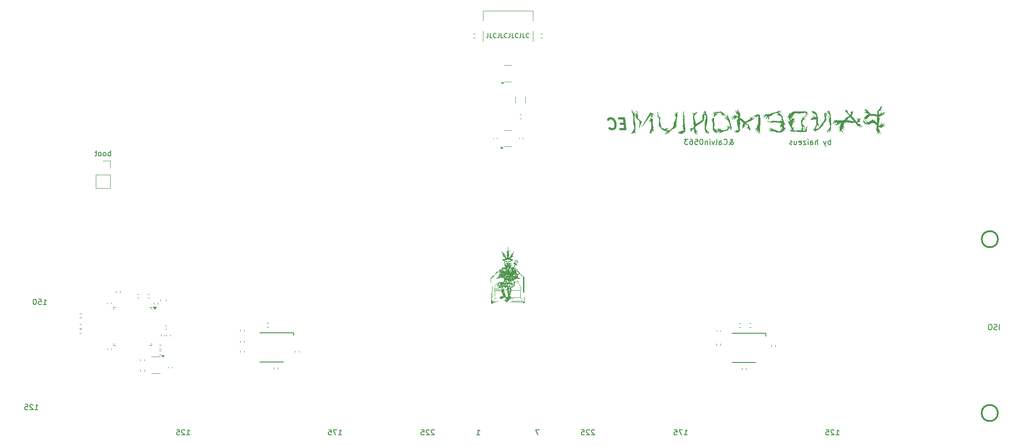
<source format=gbr>
%TF.GenerationSoftware,KiCad,Pcbnew,8.0.8*%
%TF.CreationDate,2025-03-15T17:26:48+01:00*%
%TF.ProjectId,pandemonium EC 2 Layer,70616e64-656d-46f6-9e69-756d20454320,rev?*%
%TF.SameCoordinates,Original*%
%TF.FileFunction,Legend,Bot*%
%TF.FilePolarity,Positive*%
%FSLAX46Y46*%
G04 Gerber Fmt 4.6, Leading zero omitted, Abs format (unit mm)*
G04 Created by KiCad (PCBNEW 8.0.8) date 2025-03-15 17:26:48*
%MOMM*%
%LPD*%
G01*
G04 APERTURE LIST*
%ADD10C,0.150000*%
%ADD11C,0.300000*%
%ADD12C,0.200000*%
%ADD13C,0.400000*%
%ADD14C,0.120000*%
%ADD15C,0.170180*%
%ADD16C,0.000000*%
G04 APERTURE END LIST*
D10*
X39560416Y-76863569D02*
X40131844Y-76863569D01*
X39846130Y-76863569D02*
X39846130Y-75863569D01*
X39846130Y-75863569D02*
X39941368Y-76006426D01*
X39941368Y-76006426D02*
X40036606Y-76101664D01*
X40036606Y-76101664D02*
X40131844Y-76149283D01*
X38655654Y-75863569D02*
X39131844Y-75863569D01*
X39131844Y-75863569D02*
X39179463Y-76339759D01*
X39179463Y-76339759D02*
X39131844Y-76292140D01*
X39131844Y-76292140D02*
X39036606Y-76244521D01*
X39036606Y-76244521D02*
X38798511Y-76244521D01*
X38798511Y-76244521D02*
X38703273Y-76292140D01*
X38703273Y-76292140D02*
X38655654Y-76339759D01*
X38655654Y-76339759D02*
X38608035Y-76434997D01*
X38608035Y-76434997D02*
X38608035Y-76673092D01*
X38608035Y-76673092D02*
X38655654Y-76768330D01*
X38655654Y-76768330D02*
X38703273Y-76815950D01*
X38703273Y-76815950D02*
X38798511Y-76863569D01*
X38798511Y-76863569D02*
X39036606Y-76863569D01*
X39036606Y-76863569D02*
X39131844Y-76815950D01*
X39131844Y-76815950D02*
X39179463Y-76768330D01*
X37988987Y-75863569D02*
X37893749Y-75863569D01*
X37893749Y-75863569D02*
X37798511Y-75911188D01*
X37798511Y-75911188D02*
X37750892Y-75958807D01*
X37750892Y-75958807D02*
X37703273Y-76054045D01*
X37703273Y-76054045D02*
X37655654Y-76244521D01*
X37655654Y-76244521D02*
X37655654Y-76482616D01*
X37655654Y-76482616D02*
X37703273Y-76673092D01*
X37703273Y-76673092D02*
X37750892Y-76768330D01*
X37750892Y-76768330D02*
X37798511Y-76815950D01*
X37798511Y-76815950D02*
X37893749Y-76863569D01*
X37893749Y-76863569D02*
X37988987Y-76863569D01*
X37988987Y-76863569D02*
X38084225Y-76815950D01*
X38084225Y-76815950D02*
X38131844Y-76768330D01*
X38131844Y-76768330D02*
X38179463Y-76673092D01*
X38179463Y-76673092D02*
X38227082Y-76482616D01*
X38227082Y-76482616D02*
X38227082Y-76244521D01*
X38227082Y-76244521D02*
X38179463Y-76054045D01*
X38179463Y-76054045D02*
X38131844Y-75958807D01*
X38131844Y-75958807D02*
X38084225Y-75911188D01*
X38084225Y-75911188D02*
X37988987Y-75863569D01*
X37972916Y-96707319D02*
X38544344Y-96707319D01*
X38258630Y-96707319D02*
X38258630Y-95707319D01*
X38258630Y-95707319D02*
X38353868Y-95850176D01*
X38353868Y-95850176D02*
X38449106Y-95945414D01*
X38449106Y-95945414D02*
X38544344Y-95993033D01*
X37591963Y-95802557D02*
X37544344Y-95754938D01*
X37544344Y-95754938D02*
X37449106Y-95707319D01*
X37449106Y-95707319D02*
X37211011Y-95707319D01*
X37211011Y-95707319D02*
X37115773Y-95754938D01*
X37115773Y-95754938D02*
X37068154Y-95802557D01*
X37068154Y-95802557D02*
X37020535Y-95897795D01*
X37020535Y-95897795D02*
X37020535Y-95993033D01*
X37020535Y-95993033D02*
X37068154Y-96135890D01*
X37068154Y-96135890D02*
X37639582Y-96707319D01*
X37639582Y-96707319D02*
X37020535Y-96707319D01*
X36115773Y-95707319D02*
X36591963Y-95707319D01*
X36591963Y-95707319D02*
X36639582Y-96183509D01*
X36639582Y-96183509D02*
X36591963Y-96135890D01*
X36591963Y-96135890D02*
X36496725Y-96088271D01*
X36496725Y-96088271D02*
X36258630Y-96088271D01*
X36258630Y-96088271D02*
X36163392Y-96135890D01*
X36163392Y-96135890D02*
X36115773Y-96183509D01*
X36115773Y-96183509D02*
X36068154Y-96278747D01*
X36068154Y-96278747D02*
X36068154Y-96516842D01*
X36068154Y-96516842D02*
X36115773Y-96612080D01*
X36115773Y-96612080D02*
X36163392Y-96659700D01*
X36163392Y-96659700D02*
X36258630Y-96707319D01*
X36258630Y-96707319D02*
X36496725Y-96707319D01*
X36496725Y-96707319D02*
X36591963Y-96659700D01*
X36591963Y-96659700D02*
X36639582Y-96612080D01*
D11*
X219280869Y-64564182D02*
G75*
G02*
X216234995Y-64564182I-1522937J0D01*
G01*
X216234995Y-64564182D02*
G75*
G02*
X219280869Y-64564182I1522937J0D01*
G01*
X219258841Y-97324959D02*
G75*
G02*
X216212967Y-97324959I-1522937J0D01*
G01*
X216212967Y-97324959D02*
G75*
G02*
X219258841Y-97324959I1522937J0D01*
G01*
D12*
X187749076Y-46698469D02*
X187749076Y-45698469D01*
X187749076Y-46079421D02*
X187653838Y-46031802D01*
X187653838Y-46031802D02*
X187463362Y-46031802D01*
X187463362Y-46031802D02*
X187368124Y-46079421D01*
X187368124Y-46079421D02*
X187320505Y-46127040D01*
X187320505Y-46127040D02*
X187272886Y-46222278D01*
X187272886Y-46222278D02*
X187272886Y-46507992D01*
X187272886Y-46507992D02*
X187320505Y-46603230D01*
X187320505Y-46603230D02*
X187368124Y-46650850D01*
X187368124Y-46650850D02*
X187463362Y-46698469D01*
X187463362Y-46698469D02*
X187653838Y-46698469D01*
X187653838Y-46698469D02*
X187749076Y-46650850D01*
X186939552Y-46031802D02*
X186701457Y-46698469D01*
X186463362Y-46031802D02*
X186701457Y-46698469D01*
X186701457Y-46698469D02*
X186796695Y-46936564D01*
X186796695Y-46936564D02*
X186844314Y-46984183D01*
X186844314Y-46984183D02*
X186939552Y-47031802D01*
X185320504Y-46698469D02*
X185320504Y-45698469D01*
X184891933Y-46698469D02*
X184891933Y-46174659D01*
X184891933Y-46174659D02*
X184939552Y-46079421D01*
X184939552Y-46079421D02*
X185034790Y-46031802D01*
X185034790Y-46031802D02*
X185177647Y-46031802D01*
X185177647Y-46031802D02*
X185272885Y-46079421D01*
X185272885Y-46079421D02*
X185320504Y-46127040D01*
X183987171Y-46698469D02*
X183987171Y-46174659D01*
X183987171Y-46174659D02*
X184034790Y-46079421D01*
X184034790Y-46079421D02*
X184130028Y-46031802D01*
X184130028Y-46031802D02*
X184320504Y-46031802D01*
X184320504Y-46031802D02*
X184415742Y-46079421D01*
X183987171Y-46650850D02*
X184082409Y-46698469D01*
X184082409Y-46698469D02*
X184320504Y-46698469D01*
X184320504Y-46698469D02*
X184415742Y-46650850D01*
X184415742Y-46650850D02*
X184463361Y-46555611D01*
X184463361Y-46555611D02*
X184463361Y-46460373D01*
X184463361Y-46460373D02*
X184415742Y-46365135D01*
X184415742Y-46365135D02*
X184320504Y-46317516D01*
X184320504Y-46317516D02*
X184082409Y-46317516D01*
X184082409Y-46317516D02*
X183987171Y-46269897D01*
X183510980Y-46698469D02*
X183510980Y-46031802D01*
X183510980Y-45698469D02*
X183558599Y-45746088D01*
X183558599Y-45746088D02*
X183510980Y-45793707D01*
X183510980Y-45793707D02*
X183463361Y-45746088D01*
X183463361Y-45746088D02*
X183510980Y-45698469D01*
X183510980Y-45698469D02*
X183510980Y-45793707D01*
X183130028Y-46031802D02*
X182606219Y-46031802D01*
X182606219Y-46031802D02*
X183130028Y-46698469D01*
X183130028Y-46698469D02*
X182606219Y-46698469D01*
X181844314Y-46650850D02*
X181939552Y-46698469D01*
X181939552Y-46698469D02*
X182130028Y-46698469D01*
X182130028Y-46698469D02*
X182225266Y-46650850D01*
X182225266Y-46650850D02*
X182272885Y-46555611D01*
X182272885Y-46555611D02*
X182272885Y-46174659D01*
X182272885Y-46174659D02*
X182225266Y-46079421D01*
X182225266Y-46079421D02*
X182130028Y-46031802D01*
X182130028Y-46031802D02*
X181939552Y-46031802D01*
X181939552Y-46031802D02*
X181844314Y-46079421D01*
X181844314Y-46079421D02*
X181796695Y-46174659D01*
X181796695Y-46174659D02*
X181796695Y-46269897D01*
X181796695Y-46269897D02*
X182272885Y-46365135D01*
X180939552Y-46031802D02*
X180939552Y-46698469D01*
X181368123Y-46031802D02*
X181368123Y-46555611D01*
X181368123Y-46555611D02*
X181320504Y-46650850D01*
X181320504Y-46650850D02*
X181225266Y-46698469D01*
X181225266Y-46698469D02*
X181082409Y-46698469D01*
X181082409Y-46698469D02*
X180987171Y-46650850D01*
X180987171Y-46650850D02*
X180939552Y-46603230D01*
X180510980Y-46650850D02*
X180415742Y-46698469D01*
X180415742Y-46698469D02*
X180225266Y-46698469D01*
X180225266Y-46698469D02*
X180130028Y-46650850D01*
X180130028Y-46650850D02*
X180082409Y-46555611D01*
X180082409Y-46555611D02*
X180082409Y-46507992D01*
X180082409Y-46507992D02*
X180130028Y-46412754D01*
X180130028Y-46412754D02*
X180225266Y-46365135D01*
X180225266Y-46365135D02*
X180368123Y-46365135D01*
X180368123Y-46365135D02*
X180463361Y-46317516D01*
X180463361Y-46317516D02*
X180510980Y-46222278D01*
X180510980Y-46222278D02*
X180510980Y-46174659D01*
X180510980Y-46174659D02*
X180463361Y-46079421D01*
X180463361Y-46079421D02*
X180368123Y-46031802D01*
X180368123Y-46031802D02*
X180225266Y-46031802D01*
X180225266Y-46031802D02*
X180130028Y-46079421D01*
D10*
X132889582Y-100469819D02*
X132222916Y-100469819D01*
X132222916Y-100469819D02*
X132651487Y-101469819D01*
X143319344Y-100565057D02*
X143271725Y-100517438D01*
X143271725Y-100517438D02*
X143176487Y-100469819D01*
X143176487Y-100469819D02*
X142938392Y-100469819D01*
X142938392Y-100469819D02*
X142843154Y-100517438D01*
X142843154Y-100517438D02*
X142795535Y-100565057D01*
X142795535Y-100565057D02*
X142747916Y-100660295D01*
X142747916Y-100660295D02*
X142747916Y-100755533D01*
X142747916Y-100755533D02*
X142795535Y-100898390D01*
X142795535Y-100898390D02*
X143366963Y-101469819D01*
X143366963Y-101469819D02*
X142747916Y-101469819D01*
X142366963Y-100565057D02*
X142319344Y-100517438D01*
X142319344Y-100517438D02*
X142224106Y-100469819D01*
X142224106Y-100469819D02*
X141986011Y-100469819D01*
X141986011Y-100469819D02*
X141890773Y-100517438D01*
X141890773Y-100517438D02*
X141843154Y-100565057D01*
X141843154Y-100565057D02*
X141795535Y-100660295D01*
X141795535Y-100660295D02*
X141795535Y-100755533D01*
X141795535Y-100755533D02*
X141843154Y-100898390D01*
X141843154Y-100898390D02*
X142414582Y-101469819D01*
X142414582Y-101469819D02*
X141795535Y-101469819D01*
X140890773Y-100469819D02*
X141366963Y-100469819D01*
X141366963Y-100469819D02*
X141414582Y-100946009D01*
X141414582Y-100946009D02*
X141366963Y-100898390D01*
X141366963Y-100898390D02*
X141271725Y-100850771D01*
X141271725Y-100850771D02*
X141033630Y-100850771D01*
X141033630Y-100850771D02*
X140938392Y-100898390D01*
X140938392Y-100898390D02*
X140890773Y-100946009D01*
X140890773Y-100946009D02*
X140843154Y-101041247D01*
X140843154Y-101041247D02*
X140843154Y-101279342D01*
X140843154Y-101279342D02*
X140890773Y-101374580D01*
X140890773Y-101374580D02*
X140938392Y-101422200D01*
X140938392Y-101422200D02*
X141033630Y-101469819D01*
X141033630Y-101469819D02*
X141271725Y-101469819D01*
X141271725Y-101469819D02*
X141366963Y-101422200D01*
X141366963Y-101422200D02*
X141414582Y-101374580D01*
X160210416Y-101469819D02*
X160781844Y-101469819D01*
X160496130Y-101469819D02*
X160496130Y-100469819D01*
X160496130Y-100469819D02*
X160591368Y-100612676D01*
X160591368Y-100612676D02*
X160686606Y-100707914D01*
X160686606Y-100707914D02*
X160781844Y-100755533D01*
X159877082Y-100469819D02*
X159210416Y-100469819D01*
X159210416Y-100469819D02*
X159638987Y-101469819D01*
X158353273Y-100469819D02*
X158829463Y-100469819D01*
X158829463Y-100469819D02*
X158877082Y-100946009D01*
X158877082Y-100946009D02*
X158829463Y-100898390D01*
X158829463Y-100898390D02*
X158734225Y-100850771D01*
X158734225Y-100850771D02*
X158496130Y-100850771D01*
X158496130Y-100850771D02*
X158400892Y-100898390D01*
X158400892Y-100898390D02*
X158353273Y-100946009D01*
X158353273Y-100946009D02*
X158305654Y-101041247D01*
X158305654Y-101041247D02*
X158305654Y-101279342D01*
X158305654Y-101279342D02*
X158353273Y-101374580D01*
X158353273Y-101374580D02*
X158400892Y-101422200D01*
X158400892Y-101422200D02*
X158496130Y-101469819D01*
X158496130Y-101469819D02*
X158734225Y-101469819D01*
X158734225Y-101469819D02*
X158829463Y-101422200D01*
X158829463Y-101422200D02*
X158877082Y-101374580D01*
X188785416Y-101469819D02*
X189356844Y-101469819D01*
X189071130Y-101469819D02*
X189071130Y-100469819D01*
X189071130Y-100469819D02*
X189166368Y-100612676D01*
X189166368Y-100612676D02*
X189261606Y-100707914D01*
X189261606Y-100707914D02*
X189356844Y-100755533D01*
X188404463Y-100565057D02*
X188356844Y-100517438D01*
X188356844Y-100517438D02*
X188261606Y-100469819D01*
X188261606Y-100469819D02*
X188023511Y-100469819D01*
X188023511Y-100469819D02*
X187928273Y-100517438D01*
X187928273Y-100517438D02*
X187880654Y-100565057D01*
X187880654Y-100565057D02*
X187833035Y-100660295D01*
X187833035Y-100660295D02*
X187833035Y-100755533D01*
X187833035Y-100755533D02*
X187880654Y-100898390D01*
X187880654Y-100898390D02*
X188452082Y-101469819D01*
X188452082Y-101469819D02*
X187833035Y-101469819D01*
X186928273Y-100469819D02*
X187404463Y-100469819D01*
X187404463Y-100469819D02*
X187452082Y-100946009D01*
X187452082Y-100946009D02*
X187404463Y-100898390D01*
X187404463Y-100898390D02*
X187309225Y-100850771D01*
X187309225Y-100850771D02*
X187071130Y-100850771D01*
X187071130Y-100850771D02*
X186975892Y-100898390D01*
X186975892Y-100898390D02*
X186928273Y-100946009D01*
X186928273Y-100946009D02*
X186880654Y-101041247D01*
X186880654Y-101041247D02*
X186880654Y-101279342D01*
X186880654Y-101279342D02*
X186928273Y-101374580D01*
X186928273Y-101374580D02*
X186975892Y-101422200D01*
X186975892Y-101422200D02*
X187071130Y-101469819D01*
X187071130Y-101469819D02*
X187309225Y-101469819D01*
X187309225Y-101469819D02*
X187404463Y-101422200D01*
X187404463Y-101422200D02*
X187452082Y-101374580D01*
X66547916Y-101469819D02*
X67119344Y-101469819D01*
X66833630Y-101469819D02*
X66833630Y-100469819D01*
X66833630Y-100469819D02*
X66928868Y-100612676D01*
X66928868Y-100612676D02*
X67024106Y-100707914D01*
X67024106Y-100707914D02*
X67119344Y-100755533D01*
X66166963Y-100565057D02*
X66119344Y-100517438D01*
X66119344Y-100517438D02*
X66024106Y-100469819D01*
X66024106Y-100469819D02*
X65786011Y-100469819D01*
X65786011Y-100469819D02*
X65690773Y-100517438D01*
X65690773Y-100517438D02*
X65643154Y-100565057D01*
X65643154Y-100565057D02*
X65595535Y-100660295D01*
X65595535Y-100660295D02*
X65595535Y-100755533D01*
X65595535Y-100755533D02*
X65643154Y-100898390D01*
X65643154Y-100898390D02*
X66214582Y-101469819D01*
X66214582Y-101469819D02*
X65595535Y-101469819D01*
X64690773Y-100469819D02*
X65166963Y-100469819D01*
X65166963Y-100469819D02*
X65214582Y-100946009D01*
X65214582Y-100946009D02*
X65166963Y-100898390D01*
X65166963Y-100898390D02*
X65071725Y-100850771D01*
X65071725Y-100850771D02*
X64833630Y-100850771D01*
X64833630Y-100850771D02*
X64738392Y-100898390D01*
X64738392Y-100898390D02*
X64690773Y-100946009D01*
X64690773Y-100946009D02*
X64643154Y-101041247D01*
X64643154Y-101041247D02*
X64643154Y-101279342D01*
X64643154Y-101279342D02*
X64690773Y-101374580D01*
X64690773Y-101374580D02*
X64738392Y-101422200D01*
X64738392Y-101422200D02*
X64833630Y-101469819D01*
X64833630Y-101469819D02*
X65071725Y-101469819D01*
X65071725Y-101469819D02*
X65166963Y-101422200D01*
X65166963Y-101422200D02*
X65214582Y-101374580D01*
X113156844Y-100565057D02*
X113109225Y-100517438D01*
X113109225Y-100517438D02*
X113013987Y-100469819D01*
X113013987Y-100469819D02*
X112775892Y-100469819D01*
X112775892Y-100469819D02*
X112680654Y-100517438D01*
X112680654Y-100517438D02*
X112633035Y-100565057D01*
X112633035Y-100565057D02*
X112585416Y-100660295D01*
X112585416Y-100660295D02*
X112585416Y-100755533D01*
X112585416Y-100755533D02*
X112633035Y-100898390D01*
X112633035Y-100898390D02*
X113204463Y-101469819D01*
X113204463Y-101469819D02*
X112585416Y-101469819D01*
X112204463Y-100565057D02*
X112156844Y-100517438D01*
X112156844Y-100517438D02*
X112061606Y-100469819D01*
X112061606Y-100469819D02*
X111823511Y-100469819D01*
X111823511Y-100469819D02*
X111728273Y-100517438D01*
X111728273Y-100517438D02*
X111680654Y-100565057D01*
X111680654Y-100565057D02*
X111633035Y-100660295D01*
X111633035Y-100660295D02*
X111633035Y-100755533D01*
X111633035Y-100755533D02*
X111680654Y-100898390D01*
X111680654Y-100898390D02*
X112252082Y-101469819D01*
X112252082Y-101469819D02*
X111633035Y-101469819D01*
X110728273Y-100469819D02*
X111204463Y-100469819D01*
X111204463Y-100469819D02*
X111252082Y-100946009D01*
X111252082Y-100946009D02*
X111204463Y-100898390D01*
X111204463Y-100898390D02*
X111109225Y-100850771D01*
X111109225Y-100850771D02*
X110871130Y-100850771D01*
X110871130Y-100850771D02*
X110775892Y-100898390D01*
X110775892Y-100898390D02*
X110728273Y-100946009D01*
X110728273Y-100946009D02*
X110680654Y-101041247D01*
X110680654Y-101041247D02*
X110680654Y-101279342D01*
X110680654Y-101279342D02*
X110728273Y-101374580D01*
X110728273Y-101374580D02*
X110775892Y-101422200D01*
X110775892Y-101422200D02*
X110871130Y-101469819D01*
X110871130Y-101469819D02*
X111109225Y-101469819D01*
X111109225Y-101469819D02*
X111204463Y-101422200D01*
X111204463Y-101422200D02*
X111252082Y-101374580D01*
D13*
X148947023Y-42719319D02*
X148280357Y-42719319D01*
X148125595Y-43766938D02*
X149077976Y-43766938D01*
X149077976Y-43766938D02*
X148827976Y-41766938D01*
X148827976Y-41766938D02*
X147875595Y-41766938D01*
X146101785Y-43576461D02*
X146208928Y-43671700D01*
X146208928Y-43671700D02*
X146506547Y-43766938D01*
X146506547Y-43766938D02*
X146697023Y-43766938D01*
X146697023Y-43766938D02*
X146970833Y-43671700D01*
X146970833Y-43671700D02*
X147137499Y-43481223D01*
X147137499Y-43481223D02*
X147208928Y-43290747D01*
X147208928Y-43290747D02*
X147256547Y-42909795D01*
X147256547Y-42909795D02*
X147220833Y-42624080D01*
X147220833Y-42624080D02*
X147077976Y-42243128D01*
X147077976Y-42243128D02*
X146958928Y-42052652D01*
X146958928Y-42052652D02*
X146744642Y-41862176D01*
X146744642Y-41862176D02*
X146447023Y-41766938D01*
X146447023Y-41766938D02*
X146256547Y-41766938D01*
X146256547Y-41766938D02*
X145982738Y-41862176D01*
X145982738Y-41862176D02*
X145899404Y-41957414D01*
D10*
X95122916Y-101469819D02*
X95694344Y-101469819D01*
X95408630Y-101469819D02*
X95408630Y-100469819D01*
X95408630Y-100469819D02*
X95503868Y-100612676D01*
X95503868Y-100612676D02*
X95599106Y-100707914D01*
X95599106Y-100707914D02*
X95694344Y-100755533D01*
X94789582Y-100469819D02*
X94122916Y-100469819D01*
X94122916Y-100469819D02*
X94551487Y-101469819D01*
X93265773Y-100469819D02*
X93741963Y-100469819D01*
X93741963Y-100469819D02*
X93789582Y-100946009D01*
X93789582Y-100946009D02*
X93741963Y-100898390D01*
X93741963Y-100898390D02*
X93646725Y-100850771D01*
X93646725Y-100850771D02*
X93408630Y-100850771D01*
X93408630Y-100850771D02*
X93313392Y-100898390D01*
X93313392Y-100898390D02*
X93265773Y-100946009D01*
X93265773Y-100946009D02*
X93218154Y-101041247D01*
X93218154Y-101041247D02*
X93218154Y-101279342D01*
X93218154Y-101279342D02*
X93265773Y-101374580D01*
X93265773Y-101374580D02*
X93313392Y-101422200D01*
X93313392Y-101422200D02*
X93408630Y-101469819D01*
X93408630Y-101469819D02*
X93646725Y-101469819D01*
X93646725Y-101469819D02*
X93741963Y-101422200D01*
X93741963Y-101422200D02*
X93789582Y-101374580D01*
D12*
X52204761Y-48870969D02*
X52204761Y-47870969D01*
X52204761Y-48251921D02*
X52109523Y-48204302D01*
X52109523Y-48204302D02*
X51919047Y-48204302D01*
X51919047Y-48204302D02*
X51823809Y-48251921D01*
X51823809Y-48251921D02*
X51776190Y-48299540D01*
X51776190Y-48299540D02*
X51728571Y-48394778D01*
X51728571Y-48394778D02*
X51728571Y-48680492D01*
X51728571Y-48680492D02*
X51776190Y-48775730D01*
X51776190Y-48775730D02*
X51823809Y-48823350D01*
X51823809Y-48823350D02*
X51919047Y-48870969D01*
X51919047Y-48870969D02*
X52109523Y-48870969D01*
X52109523Y-48870969D02*
X52204761Y-48823350D01*
X51157142Y-48870969D02*
X51252380Y-48823350D01*
X51252380Y-48823350D02*
X51299999Y-48775730D01*
X51299999Y-48775730D02*
X51347618Y-48680492D01*
X51347618Y-48680492D02*
X51347618Y-48394778D01*
X51347618Y-48394778D02*
X51299999Y-48299540D01*
X51299999Y-48299540D02*
X51252380Y-48251921D01*
X51252380Y-48251921D02*
X51157142Y-48204302D01*
X51157142Y-48204302D02*
X51014285Y-48204302D01*
X51014285Y-48204302D02*
X50919047Y-48251921D01*
X50919047Y-48251921D02*
X50871428Y-48299540D01*
X50871428Y-48299540D02*
X50823809Y-48394778D01*
X50823809Y-48394778D02*
X50823809Y-48680492D01*
X50823809Y-48680492D02*
X50871428Y-48775730D01*
X50871428Y-48775730D02*
X50919047Y-48823350D01*
X50919047Y-48823350D02*
X51014285Y-48870969D01*
X51014285Y-48870969D02*
X51157142Y-48870969D01*
X50252380Y-48870969D02*
X50347618Y-48823350D01*
X50347618Y-48823350D02*
X50395237Y-48775730D01*
X50395237Y-48775730D02*
X50442856Y-48680492D01*
X50442856Y-48680492D02*
X50442856Y-48394778D01*
X50442856Y-48394778D02*
X50395237Y-48299540D01*
X50395237Y-48299540D02*
X50347618Y-48251921D01*
X50347618Y-48251921D02*
X50252380Y-48204302D01*
X50252380Y-48204302D02*
X50109523Y-48204302D01*
X50109523Y-48204302D02*
X50014285Y-48251921D01*
X50014285Y-48251921D02*
X49966666Y-48299540D01*
X49966666Y-48299540D02*
X49919047Y-48394778D01*
X49919047Y-48394778D02*
X49919047Y-48680492D01*
X49919047Y-48680492D02*
X49966666Y-48775730D01*
X49966666Y-48775730D02*
X50014285Y-48823350D01*
X50014285Y-48823350D02*
X50109523Y-48870969D01*
X50109523Y-48870969D02*
X50252380Y-48870969D01*
X49633332Y-48204302D02*
X49252380Y-48204302D01*
X49490475Y-47870969D02*
X49490475Y-48728111D01*
X49490475Y-48728111D02*
X49442856Y-48823350D01*
X49442856Y-48823350D02*
X49347618Y-48870969D01*
X49347618Y-48870969D02*
X49252380Y-48870969D01*
D10*
X219531970Y-81626069D02*
X219531970Y-80626069D01*
X219103399Y-81578450D02*
X218960542Y-81626069D01*
X218960542Y-81626069D02*
X218722447Y-81626069D01*
X218722447Y-81626069D02*
X218627209Y-81578450D01*
X218627209Y-81578450D02*
X218579590Y-81530830D01*
X218579590Y-81530830D02*
X218531971Y-81435592D01*
X218531971Y-81435592D02*
X218531971Y-81340354D01*
X218531971Y-81340354D02*
X218579590Y-81245116D01*
X218579590Y-81245116D02*
X218627209Y-81197497D01*
X218627209Y-81197497D02*
X218722447Y-81149878D01*
X218722447Y-81149878D02*
X218912923Y-81102259D01*
X218912923Y-81102259D02*
X219008161Y-81054640D01*
X219008161Y-81054640D02*
X219055780Y-81007021D01*
X219055780Y-81007021D02*
X219103399Y-80911783D01*
X219103399Y-80911783D02*
X219103399Y-80816545D01*
X219103399Y-80816545D02*
X219055780Y-80721307D01*
X219055780Y-80721307D02*
X219008161Y-80673688D01*
X219008161Y-80673688D02*
X218912923Y-80626069D01*
X218912923Y-80626069D02*
X218674828Y-80626069D01*
X218674828Y-80626069D02*
X218531971Y-80673688D01*
X217912923Y-80626069D02*
X217722447Y-80626069D01*
X217722447Y-80626069D02*
X217627209Y-80673688D01*
X217627209Y-80673688D02*
X217531971Y-80768926D01*
X217531971Y-80768926D02*
X217484352Y-80959402D01*
X217484352Y-80959402D02*
X217484352Y-81292735D01*
X217484352Y-81292735D02*
X217531971Y-81483211D01*
X217531971Y-81483211D02*
X217627209Y-81578450D01*
X217627209Y-81578450D02*
X217722447Y-81626069D01*
X217722447Y-81626069D02*
X217912923Y-81626069D01*
X217912923Y-81626069D02*
X218008161Y-81578450D01*
X218008161Y-81578450D02*
X218103399Y-81483211D01*
X218103399Y-81483211D02*
X218151018Y-81292735D01*
X218151018Y-81292735D02*
X218151018Y-80959402D01*
X218151018Y-80959402D02*
X218103399Y-80768926D01*
X218103399Y-80768926D02*
X218008161Y-80673688D01*
X218008161Y-80673688D02*
X217912923Y-80626069D01*
D12*
X168683302Y-46698469D02*
X168730922Y-46698469D01*
X168730922Y-46698469D02*
X168826160Y-46650850D01*
X168826160Y-46650850D02*
X168969017Y-46507992D01*
X168969017Y-46507992D02*
X169207112Y-46222278D01*
X169207112Y-46222278D02*
X169302350Y-46079421D01*
X169302350Y-46079421D02*
X169349969Y-45936564D01*
X169349969Y-45936564D02*
X169349969Y-45841326D01*
X169349969Y-45841326D02*
X169302350Y-45746088D01*
X169302350Y-45746088D02*
X169207112Y-45698469D01*
X169207112Y-45698469D02*
X169159493Y-45698469D01*
X169159493Y-45698469D02*
X169064255Y-45746088D01*
X169064255Y-45746088D02*
X169016636Y-45841326D01*
X169016636Y-45841326D02*
X169016636Y-45888945D01*
X169016636Y-45888945D02*
X169064255Y-45984183D01*
X169064255Y-45984183D02*
X169111874Y-46031802D01*
X169111874Y-46031802D02*
X169397588Y-46222278D01*
X169397588Y-46222278D02*
X169445207Y-46269897D01*
X169445207Y-46269897D02*
X169492826Y-46365135D01*
X169492826Y-46365135D02*
X169492826Y-46507992D01*
X169492826Y-46507992D02*
X169445207Y-46603230D01*
X169445207Y-46603230D02*
X169397588Y-46650850D01*
X169397588Y-46650850D02*
X169302350Y-46698469D01*
X169302350Y-46698469D02*
X169159493Y-46698469D01*
X169159493Y-46698469D02*
X169064255Y-46650850D01*
X169064255Y-46650850D02*
X169016636Y-46603230D01*
X169016636Y-46603230D02*
X168873779Y-46412754D01*
X168873779Y-46412754D02*
X168826160Y-46269897D01*
X168826160Y-46269897D02*
X168826160Y-46174659D01*
X167683303Y-46603230D02*
X167730922Y-46650850D01*
X167730922Y-46650850D02*
X167873779Y-46698469D01*
X167873779Y-46698469D02*
X167969017Y-46698469D01*
X167969017Y-46698469D02*
X168111874Y-46650850D01*
X168111874Y-46650850D02*
X168207112Y-46555611D01*
X168207112Y-46555611D02*
X168254731Y-46460373D01*
X168254731Y-46460373D02*
X168302350Y-46269897D01*
X168302350Y-46269897D02*
X168302350Y-46127040D01*
X168302350Y-46127040D02*
X168254731Y-45936564D01*
X168254731Y-45936564D02*
X168207112Y-45841326D01*
X168207112Y-45841326D02*
X168111874Y-45746088D01*
X168111874Y-45746088D02*
X167969017Y-45698469D01*
X167969017Y-45698469D02*
X167873779Y-45698469D01*
X167873779Y-45698469D02*
X167730922Y-45746088D01*
X167730922Y-45746088D02*
X167683303Y-45793707D01*
X166826160Y-46698469D02*
X166826160Y-46174659D01*
X166826160Y-46174659D02*
X166873779Y-46079421D01*
X166873779Y-46079421D02*
X166969017Y-46031802D01*
X166969017Y-46031802D02*
X167159493Y-46031802D01*
X167159493Y-46031802D02*
X167254731Y-46079421D01*
X166826160Y-46650850D02*
X166921398Y-46698469D01*
X166921398Y-46698469D02*
X167159493Y-46698469D01*
X167159493Y-46698469D02*
X167254731Y-46650850D01*
X167254731Y-46650850D02*
X167302350Y-46555611D01*
X167302350Y-46555611D02*
X167302350Y-46460373D01*
X167302350Y-46460373D02*
X167254731Y-46365135D01*
X167254731Y-46365135D02*
X167159493Y-46317516D01*
X167159493Y-46317516D02*
X166921398Y-46317516D01*
X166921398Y-46317516D02*
X166826160Y-46269897D01*
X166207112Y-46698469D02*
X166302350Y-46650850D01*
X166302350Y-46650850D02*
X166349969Y-46555611D01*
X166349969Y-46555611D02*
X166349969Y-45698469D01*
X165921397Y-46031802D02*
X165683302Y-46698469D01*
X165683302Y-46698469D02*
X165445207Y-46031802D01*
X165064254Y-46698469D02*
X165064254Y-46031802D01*
X165064254Y-45698469D02*
X165111873Y-45746088D01*
X165111873Y-45746088D02*
X165064254Y-45793707D01*
X165064254Y-45793707D02*
X165016635Y-45746088D01*
X165016635Y-45746088D02*
X165064254Y-45698469D01*
X165064254Y-45698469D02*
X165064254Y-45793707D01*
X164588064Y-46031802D02*
X164588064Y-46698469D01*
X164588064Y-46127040D02*
X164540445Y-46079421D01*
X164540445Y-46079421D02*
X164445207Y-46031802D01*
X164445207Y-46031802D02*
X164302350Y-46031802D01*
X164302350Y-46031802D02*
X164207112Y-46079421D01*
X164207112Y-46079421D02*
X164159493Y-46174659D01*
X164159493Y-46174659D02*
X164159493Y-46698469D01*
X163492826Y-45698469D02*
X163397588Y-45698469D01*
X163397588Y-45698469D02*
X163302350Y-45746088D01*
X163302350Y-45746088D02*
X163254731Y-45793707D01*
X163254731Y-45793707D02*
X163207112Y-45888945D01*
X163207112Y-45888945D02*
X163159493Y-46079421D01*
X163159493Y-46079421D02*
X163159493Y-46317516D01*
X163159493Y-46317516D02*
X163207112Y-46507992D01*
X163207112Y-46507992D02*
X163254731Y-46603230D01*
X163254731Y-46603230D02*
X163302350Y-46650850D01*
X163302350Y-46650850D02*
X163397588Y-46698469D01*
X163397588Y-46698469D02*
X163492826Y-46698469D01*
X163492826Y-46698469D02*
X163588064Y-46650850D01*
X163588064Y-46650850D02*
X163635683Y-46603230D01*
X163635683Y-46603230D02*
X163683302Y-46507992D01*
X163683302Y-46507992D02*
X163730921Y-46317516D01*
X163730921Y-46317516D02*
X163730921Y-46079421D01*
X163730921Y-46079421D02*
X163683302Y-45888945D01*
X163683302Y-45888945D02*
X163635683Y-45793707D01*
X163635683Y-45793707D02*
X163588064Y-45746088D01*
X163588064Y-45746088D02*
X163492826Y-45698469D01*
X162254731Y-45698469D02*
X162730921Y-45698469D01*
X162730921Y-45698469D02*
X162778540Y-46174659D01*
X162778540Y-46174659D02*
X162730921Y-46127040D01*
X162730921Y-46127040D02*
X162635683Y-46079421D01*
X162635683Y-46079421D02*
X162397588Y-46079421D01*
X162397588Y-46079421D02*
X162302350Y-46127040D01*
X162302350Y-46127040D02*
X162254731Y-46174659D01*
X162254731Y-46174659D02*
X162207112Y-46269897D01*
X162207112Y-46269897D02*
X162207112Y-46507992D01*
X162207112Y-46507992D02*
X162254731Y-46603230D01*
X162254731Y-46603230D02*
X162302350Y-46650850D01*
X162302350Y-46650850D02*
X162397588Y-46698469D01*
X162397588Y-46698469D02*
X162635683Y-46698469D01*
X162635683Y-46698469D02*
X162730921Y-46650850D01*
X162730921Y-46650850D02*
X162778540Y-46603230D01*
X161349969Y-45698469D02*
X161540445Y-45698469D01*
X161540445Y-45698469D02*
X161635683Y-45746088D01*
X161635683Y-45746088D02*
X161683302Y-45793707D01*
X161683302Y-45793707D02*
X161778540Y-45936564D01*
X161778540Y-45936564D02*
X161826159Y-46127040D01*
X161826159Y-46127040D02*
X161826159Y-46507992D01*
X161826159Y-46507992D02*
X161778540Y-46603230D01*
X161778540Y-46603230D02*
X161730921Y-46650850D01*
X161730921Y-46650850D02*
X161635683Y-46698469D01*
X161635683Y-46698469D02*
X161445207Y-46698469D01*
X161445207Y-46698469D02*
X161349969Y-46650850D01*
X161349969Y-46650850D02*
X161302350Y-46603230D01*
X161302350Y-46603230D02*
X161254731Y-46507992D01*
X161254731Y-46507992D02*
X161254731Y-46269897D01*
X161254731Y-46269897D02*
X161302350Y-46174659D01*
X161302350Y-46174659D02*
X161349969Y-46127040D01*
X161349969Y-46127040D02*
X161445207Y-46079421D01*
X161445207Y-46079421D02*
X161635683Y-46079421D01*
X161635683Y-46079421D02*
X161730921Y-46127040D01*
X161730921Y-46127040D02*
X161778540Y-46174659D01*
X161778540Y-46174659D02*
X161826159Y-46269897D01*
X160921397Y-45698469D02*
X160302350Y-45698469D01*
X160302350Y-45698469D02*
X160635683Y-46079421D01*
X160635683Y-46079421D02*
X160492826Y-46079421D01*
X160492826Y-46079421D02*
X160397588Y-46127040D01*
X160397588Y-46127040D02*
X160349969Y-46174659D01*
X160349969Y-46174659D02*
X160302350Y-46269897D01*
X160302350Y-46269897D02*
X160302350Y-46507992D01*
X160302350Y-46507992D02*
X160349969Y-46603230D01*
X160349969Y-46603230D02*
X160397588Y-46650850D01*
X160397588Y-46650850D02*
X160492826Y-46698469D01*
X160492826Y-46698469D02*
X160778540Y-46698469D01*
X160778540Y-46698469D02*
X160873778Y-46650850D01*
X160873778Y-46650850D02*
X160921397Y-46603230D01*
D10*
X123304761Y-25756045D02*
X123304761Y-26327473D01*
X123304761Y-26327473D02*
X123266666Y-26441759D01*
X123266666Y-26441759D02*
X123190475Y-26517950D01*
X123190475Y-26517950D02*
X123076190Y-26556045D01*
X123076190Y-26556045D02*
X122999999Y-26556045D01*
X124066666Y-26556045D02*
X123685714Y-26556045D01*
X123685714Y-26556045D02*
X123685714Y-25756045D01*
X124790476Y-26479854D02*
X124752380Y-26517950D01*
X124752380Y-26517950D02*
X124638095Y-26556045D01*
X124638095Y-26556045D02*
X124561904Y-26556045D01*
X124561904Y-26556045D02*
X124447618Y-26517950D01*
X124447618Y-26517950D02*
X124371428Y-26441759D01*
X124371428Y-26441759D02*
X124333333Y-26365569D01*
X124333333Y-26365569D02*
X124295237Y-26213188D01*
X124295237Y-26213188D02*
X124295237Y-26098902D01*
X124295237Y-26098902D02*
X124333333Y-25946521D01*
X124333333Y-25946521D02*
X124371428Y-25870330D01*
X124371428Y-25870330D02*
X124447618Y-25794140D01*
X124447618Y-25794140D02*
X124561904Y-25756045D01*
X124561904Y-25756045D02*
X124638095Y-25756045D01*
X124638095Y-25756045D02*
X124752380Y-25794140D01*
X124752380Y-25794140D02*
X124790476Y-25832235D01*
X125361904Y-25756045D02*
X125361904Y-26327473D01*
X125361904Y-26327473D02*
X125323809Y-26441759D01*
X125323809Y-26441759D02*
X125247618Y-26517950D01*
X125247618Y-26517950D02*
X125133333Y-26556045D01*
X125133333Y-26556045D02*
X125057142Y-26556045D01*
X126123809Y-26556045D02*
X125742857Y-26556045D01*
X125742857Y-26556045D02*
X125742857Y-25756045D01*
X126847619Y-26479854D02*
X126809523Y-26517950D01*
X126809523Y-26517950D02*
X126695238Y-26556045D01*
X126695238Y-26556045D02*
X126619047Y-26556045D01*
X126619047Y-26556045D02*
X126504761Y-26517950D01*
X126504761Y-26517950D02*
X126428571Y-26441759D01*
X126428571Y-26441759D02*
X126390476Y-26365569D01*
X126390476Y-26365569D02*
X126352380Y-26213188D01*
X126352380Y-26213188D02*
X126352380Y-26098902D01*
X126352380Y-26098902D02*
X126390476Y-25946521D01*
X126390476Y-25946521D02*
X126428571Y-25870330D01*
X126428571Y-25870330D02*
X126504761Y-25794140D01*
X126504761Y-25794140D02*
X126619047Y-25756045D01*
X126619047Y-25756045D02*
X126695238Y-25756045D01*
X126695238Y-25756045D02*
X126809523Y-25794140D01*
X126809523Y-25794140D02*
X126847619Y-25832235D01*
X127419047Y-25756045D02*
X127419047Y-26327473D01*
X127419047Y-26327473D02*
X127380952Y-26441759D01*
X127380952Y-26441759D02*
X127304761Y-26517950D01*
X127304761Y-26517950D02*
X127190476Y-26556045D01*
X127190476Y-26556045D02*
X127114285Y-26556045D01*
X128180952Y-26556045D02*
X127800000Y-26556045D01*
X127800000Y-26556045D02*
X127800000Y-25756045D01*
X128904762Y-26479854D02*
X128866666Y-26517950D01*
X128866666Y-26517950D02*
X128752381Y-26556045D01*
X128752381Y-26556045D02*
X128676190Y-26556045D01*
X128676190Y-26556045D02*
X128561904Y-26517950D01*
X128561904Y-26517950D02*
X128485714Y-26441759D01*
X128485714Y-26441759D02*
X128447619Y-26365569D01*
X128447619Y-26365569D02*
X128409523Y-26213188D01*
X128409523Y-26213188D02*
X128409523Y-26098902D01*
X128409523Y-26098902D02*
X128447619Y-25946521D01*
X128447619Y-25946521D02*
X128485714Y-25870330D01*
X128485714Y-25870330D02*
X128561904Y-25794140D01*
X128561904Y-25794140D02*
X128676190Y-25756045D01*
X128676190Y-25756045D02*
X128752381Y-25756045D01*
X128752381Y-25756045D02*
X128866666Y-25794140D01*
X128866666Y-25794140D02*
X128904762Y-25832235D01*
X129476190Y-25756045D02*
X129476190Y-26327473D01*
X129476190Y-26327473D02*
X129438095Y-26441759D01*
X129438095Y-26441759D02*
X129361904Y-26517950D01*
X129361904Y-26517950D02*
X129247619Y-26556045D01*
X129247619Y-26556045D02*
X129171428Y-26556045D01*
X130238095Y-26556045D02*
X129857143Y-26556045D01*
X129857143Y-26556045D02*
X129857143Y-25756045D01*
X130961905Y-26479854D02*
X130923809Y-26517950D01*
X130923809Y-26517950D02*
X130809524Y-26556045D01*
X130809524Y-26556045D02*
X130733333Y-26556045D01*
X130733333Y-26556045D02*
X130619047Y-26517950D01*
X130619047Y-26517950D02*
X130542857Y-26441759D01*
X130542857Y-26441759D02*
X130504762Y-26365569D01*
X130504762Y-26365569D02*
X130466666Y-26213188D01*
X130466666Y-26213188D02*
X130466666Y-26098902D01*
X130466666Y-26098902D02*
X130504762Y-25946521D01*
X130504762Y-25946521D02*
X130542857Y-25870330D01*
X130542857Y-25870330D02*
X130619047Y-25794140D01*
X130619047Y-25794140D02*
X130733333Y-25756045D01*
X130733333Y-25756045D02*
X130809524Y-25756045D01*
X130809524Y-25756045D02*
X130923809Y-25794140D01*
X130923809Y-25794140D02*
X130961905Y-25832235D01*
X121158035Y-101469819D02*
X121729463Y-101469819D01*
X121443749Y-101469819D02*
X121443749Y-100469819D01*
X121443749Y-100469819D02*
X121538987Y-100612676D01*
X121538987Y-100612676D02*
X121634225Y-100707914D01*
X121634225Y-100707914D02*
X121729463Y-100755533D01*
D14*
%TO.C,SW1*%
X50800000Y-49782500D02*
X52130000Y-49782500D01*
X52130000Y-49782500D02*
X52130000Y-51112500D01*
X52130000Y-54982500D02*
X52130000Y-52382500D01*
X49470000Y-52382500D02*
X52130000Y-52382500D01*
X49470000Y-54982500D02*
X52130000Y-54982500D01*
X49470000Y-54982500D02*
X49470000Y-52382500D01*
%TO.C,C40*%
X62713647Y-81575986D02*
X62497975Y-81575986D01*
X62713647Y-80855986D02*
X62497975Y-80855986D01*
%TO.C,U9*%
X126350000Y-47117500D02*
X127000000Y-47117500D01*
X127650000Y-47117500D02*
X127000000Y-47117500D01*
X126350000Y-43997500D02*
X127000000Y-43997500D01*
X127650000Y-43997500D02*
X127000000Y-43997500D01*
X126077500Y-47397500D02*
X125597500Y-47397500D01*
X125837500Y-47067500D01*
X126077500Y-47397500D01*
G36*
X126077500Y-47397500D02*
G01*
X125597500Y-47397500D01*
X125837500Y-47067500D01*
X126077500Y-47397500D01*
G37*
%TO.C,C38*%
X51630908Y-85352836D02*
X51630908Y-85137164D01*
X52350908Y-85352836D02*
X52350908Y-85137164D01*
%TO.C,U8*%
X59966250Y-77802500D02*
X59966250Y-77352500D01*
X59966250Y-84122500D02*
X59966250Y-84572500D01*
X59966250Y-77352500D02*
X59516250Y-77352500D01*
X59966250Y-84572500D02*
X59516250Y-84572500D01*
X52746250Y-77352500D02*
X53196250Y-77352500D01*
X52746250Y-84572500D02*
X53196250Y-84572500D01*
X52746250Y-77802500D02*
X52746250Y-77352500D01*
X52746250Y-84122500D02*
X52746250Y-84572500D01*
X60556250Y-77802500D02*
X60216250Y-77332500D01*
X60896250Y-77332500D01*
X60556250Y-77802500D01*
G36*
X60556250Y-77802500D02*
G01*
X60216250Y-77332500D01*
X60896250Y-77332500D01*
X60556250Y-77802500D01*
G37*
%TO.C,R30*%
X133196359Y-25813750D02*
X133503641Y-25813750D01*
X133196359Y-26573750D02*
X133503641Y-26573750D01*
%TO.C,R20*%
X57587391Y-75649941D02*
X57280109Y-75649941D01*
X57587391Y-74889941D02*
X57280109Y-74889941D01*
%TO.C,J1*%
X122300000Y-25300000D02*
X122300000Y-27300000D01*
X122300000Y-21500000D02*
X122300000Y-23400000D01*
X131700000Y-21500000D02*
X122300000Y-21500000D01*
X131700000Y-25300000D02*
X131700000Y-27300000D01*
X131700000Y-21500000D02*
X131700000Y-23400000D01*
%TO.C,C34*%
X61710331Y-82805912D02*
X61710331Y-82590240D01*
X62430331Y-82805912D02*
X62430331Y-82590240D01*
%TO.C,C42*%
X124978750Y-45449664D02*
X124978750Y-45665336D01*
X124258750Y-45449664D02*
X124258750Y-45665336D01*
%TO.C,R25*%
X172483859Y-80421700D02*
X172791141Y-80421700D01*
X172483859Y-81181700D02*
X172791141Y-81181700D01*
%TO.C,C39*%
X62770000Y-82805912D02*
X62770000Y-82590240D01*
X63490000Y-82805912D02*
X63490000Y-82590240D01*
%TO.C,R15*%
X61415109Y-84507500D02*
X61722391Y-84507500D01*
X61415109Y-85267500D02*
X61722391Y-85267500D01*
%TO.C,C31*%
X76633750Y-81864086D02*
X76633750Y-81648414D01*
X77353750Y-81864086D02*
X77353750Y-81648414D01*
%TO.C,C41*%
X129891250Y-45449664D02*
X129891250Y-45665336D01*
X129171250Y-45449664D02*
X129171250Y-45665336D01*
%TO.C,U5*%
X61575000Y-86702500D02*
X60775000Y-86702500D01*
X59975000Y-86702500D02*
X60775000Y-86702500D01*
X61575000Y-89822500D02*
X60775000Y-89822500D01*
X59975000Y-89822500D02*
X60775000Y-89822500D01*
X62075000Y-86752500D02*
X61835000Y-86422500D01*
X62315000Y-86422500D01*
X62075000Y-86752500D01*
G36*
X62075000Y-86752500D02*
G01*
X61835000Y-86422500D01*
X62315000Y-86422500D01*
X62075000Y-86752500D01*
G37*
%TO.C,C44*%
X129273414Y-41102500D02*
X129489086Y-41102500D01*
X129273414Y-41822500D02*
X129489086Y-41822500D01*
%TO.C,C30*%
X63761824Y-88626094D02*
X63761824Y-88841766D01*
X63041824Y-88626094D02*
X63041824Y-88841766D01*
%TO.C,R3*%
X53993691Y-74340185D02*
X53993691Y-74647467D01*
X53233691Y-74340185D02*
X53233691Y-74647467D01*
%TO.C,R17*%
X82963750Y-89053641D02*
X82963750Y-88746359D01*
X83723750Y-89053641D02*
X83723750Y-88746359D01*
%TO.C,R21*%
X86932500Y-85878641D02*
X86932500Y-85571359D01*
X87692500Y-85878641D02*
X87692500Y-85571359D01*
%TO.C,C32*%
X166327500Y-81972036D02*
X166327500Y-81756364D01*
X167047500Y-81972036D02*
X167047500Y-81756364D01*
%TO.C,R18*%
X81602609Y-80313750D02*
X81909891Y-80313750D01*
X81602609Y-81073750D02*
X81909891Y-81073750D01*
D15*
%TO.C,U6*%
X84750000Y-82181250D02*
X80350720Y-82181250D01*
X84750000Y-82181250D02*
X86650000Y-82181250D01*
X86650000Y-82181250D02*
X86650000Y-82660030D01*
X80350720Y-87681250D02*
X84750000Y-87681250D01*
D14*
%TO.C,C33*%
X61112074Y-76539952D02*
X61112074Y-76755624D01*
X60392074Y-76539952D02*
X60392074Y-76755624D01*
%TO.C,R1*%
X46393859Y-80588750D02*
X46701141Y-80588750D01*
X46393859Y-81348750D02*
X46701141Y-81348750D01*
%TO.C,R14*%
X58580000Y-89152609D02*
X58580000Y-89459891D01*
X57820000Y-89152609D02*
X57820000Y-89459891D01*
%TO.C,C29*%
X58560000Y-87210914D02*
X58560000Y-87426586D01*
X57840000Y-87210914D02*
X57840000Y-87426586D01*
%TO.C,R29*%
X120803641Y-26573750D02*
X120496359Y-26573750D01*
X120803641Y-25813750D02*
X120496359Y-25813750D01*
%TO.C,R13*%
X61415109Y-85601250D02*
X61722391Y-85601250D01*
X61415109Y-86361250D02*
X61722391Y-86361250D01*
%TO.C,C35*%
X52350908Y-76520700D02*
X52350908Y-76736372D01*
X51630908Y-76520700D02*
X51630908Y-76736372D01*
%TO.C,R27*%
X170809891Y-81181700D02*
X170502609Y-81181700D01*
X170809891Y-80421700D02*
X170502609Y-80421700D01*
%TO.C,R19*%
X76613750Y-85878641D02*
X76613750Y-85571359D01*
X77373750Y-85878641D02*
X77373750Y-85571359D01*
%TO.C,R4*%
X46393859Y-81576250D02*
X46701141Y-81576250D01*
X46393859Y-82336250D02*
X46701141Y-82336250D01*
%TO.C,F3*%
X128471250Y-38889564D02*
X128471250Y-37685436D01*
X130291250Y-38889564D02*
X130291250Y-37685436D01*
%TO.C,R2*%
X46393859Y-78588750D02*
X46701141Y-78588750D01*
X46393859Y-79348750D02*
X46701141Y-79348750D01*
%TO.C,R28*%
X177386250Y-84493859D02*
X177386250Y-84801141D01*
X176626250Y-84493859D02*
X176626250Y-84801141D01*
D15*
%TO.C,U7*%
X173650000Y-82289200D02*
X169250720Y-82289200D01*
X173650000Y-82289200D02*
X175550000Y-82289200D01*
X175550000Y-82289200D02*
X175550000Y-82767980D01*
X169250720Y-87789200D02*
X173650000Y-87789200D01*
D14*
%TO.C,R26*%
X171070000Y-89161591D02*
X171070000Y-88854309D01*
X171830000Y-89161591D02*
X171830000Y-88854309D01*
%TO.C,U11*%
X127650000Y-31777500D02*
X126350000Y-31777500D01*
X126380000Y-34897500D02*
X127650000Y-34897500D01*
X126240000Y-35177500D02*
X125760000Y-35177500D01*
X126000000Y-34847500D01*
X126240000Y-35177500D01*
G36*
X126240000Y-35177500D02*
G01*
X125760000Y-35177500D01*
X126000000Y-34847500D01*
X126240000Y-35177500D01*
G37*
%TO.C,R24*%
X167067500Y-84267609D02*
X167067500Y-84574891D01*
X166307500Y-84267609D02*
X166307500Y-84574891D01*
%TO.C,C37*%
X62610319Y-75956071D02*
X62610319Y-76237231D01*
X61590319Y-75956071D02*
X61590319Y-76237231D01*
%TO.C,C36*%
X59287164Y-74909941D02*
X59502836Y-74909941D01*
X59287164Y-75629941D02*
X59502836Y-75629941D01*
%TO.C,R16*%
X77373750Y-83700109D02*
X77373750Y-84007391D01*
X76613750Y-83700109D02*
X76613750Y-84007391D01*
D16*
%TO.C,G\u002A\u002A\u002A*%
G36*
X128851588Y-69117079D02*
G01*
X128845654Y-69123014D01*
X128839719Y-69117079D01*
X128845654Y-69111145D01*
X128851588Y-69117079D01*
G37*
G36*
X126643925Y-73105117D02*
G01*
X126637990Y-73111051D01*
X126632056Y-73105117D01*
X126637990Y-73099182D01*
X126643925Y-73105117D01*
G37*
G36*
X126548972Y-73093247D02*
G01*
X126543037Y-73099182D01*
X126537102Y-73093247D01*
X126543037Y-73087313D01*
X126548972Y-73093247D01*
G37*
G36*
X126287850Y-70470163D02*
G01*
X126281916Y-70476098D01*
X126275981Y-70470163D01*
X126281916Y-70464229D01*
X126287850Y-70470163D01*
G37*
G36*
X125492616Y-73817266D02*
G01*
X125486682Y-73823201D01*
X125480747Y-73817266D01*
X125486682Y-73811332D01*
X125492616Y-73817266D01*
G37*
G36*
X125373925Y-73769789D02*
G01*
X125367990Y-73775724D01*
X125362056Y-73769789D01*
X125367990Y-73763855D01*
X125373925Y-73769789D01*
G37*
G36*
X125362056Y-73746051D02*
G01*
X125356121Y-73751986D01*
X125350187Y-73746051D01*
X125356121Y-73740117D01*
X125362056Y-73746051D01*
G37*
G36*
X125124673Y-72879603D02*
G01*
X125118738Y-72885537D01*
X125112803Y-72879603D01*
X125118738Y-72873668D01*
X125124673Y-72879603D01*
G37*
G36*
X123878411Y-72879603D02*
G01*
X123872476Y-72885537D01*
X123866542Y-72879603D01*
X123872476Y-72873668D01*
X123878411Y-72879603D01*
G37*
G36*
X123819065Y-72879603D02*
G01*
X123813130Y-72885537D01*
X123807196Y-72879603D01*
X123813130Y-72873668D01*
X123819065Y-72879603D01*
G37*
G36*
X127055389Y-73233699D02*
G01*
X127057246Y-73237269D01*
X127047476Y-73241612D01*
X127041193Y-73240755D01*
X127039563Y-73233699D01*
X127041303Y-73232279D01*
X127055389Y-73233699D01*
G37*
G36*
X126809156Y-71466184D02*
G01*
X126808317Y-71478222D01*
X126802922Y-71481762D01*
X126800570Y-71477563D01*
X126801985Y-71459013D01*
X126806257Y-71453519D01*
X126809156Y-71466184D01*
G37*
G36*
X126786355Y-73170397D02*
G01*
X126785498Y-73176680D01*
X126778442Y-73178310D01*
X126777021Y-73176570D01*
X126778442Y-73162484D01*
X126782012Y-73160627D01*
X126786355Y-73170397D01*
G37*
G36*
X126687445Y-71417718D02*
G01*
X126689302Y-71421288D01*
X126679532Y-71425631D01*
X126673249Y-71424774D01*
X126671620Y-71417718D01*
X126673359Y-71416297D01*
X126687445Y-71417718D01*
G37*
G36*
X126026729Y-73704509D02*
G01*
X126025872Y-73710793D01*
X126018816Y-73712422D01*
X126017395Y-73710682D01*
X126018816Y-73696596D01*
X126022386Y-73694739D01*
X126026729Y-73704509D01*
G37*
G36*
X125741869Y-73763855D02*
G01*
X125741012Y-73770138D01*
X125733956Y-73771768D01*
X125732536Y-73770028D01*
X125733956Y-73755942D01*
X125737526Y-73754085D01*
X125741869Y-73763855D01*
G37*
G36*
X125673621Y-73874686D02*
G01*
X125675634Y-73878807D01*
X125658785Y-73880672D01*
X125642457Y-73879018D01*
X125643948Y-73874686D01*
X125649321Y-73873118D01*
X125673621Y-73874686D01*
G37*
G36*
X125626144Y-73779732D02*
G01*
X125628158Y-73783854D01*
X125611308Y-73785719D01*
X125594981Y-73784065D01*
X125596472Y-73779732D01*
X125601844Y-73778165D01*
X125626144Y-73779732D01*
G37*
G36*
X125613534Y-73886308D02*
G01*
X125619027Y-73890580D01*
X125606363Y-73893479D01*
X125594324Y-73892639D01*
X125590784Y-73887245D01*
X125594983Y-73884893D01*
X125613534Y-73886308D01*
G37*
G36*
X127561015Y-73097709D02*
G01*
X127562549Y-73099272D01*
X127568237Y-73107967D01*
X127554371Y-73104353D01*
X127543294Y-73098434D01*
X127539732Y-73089605D01*
X127545453Y-73088334D01*
X127561015Y-73097709D01*
G37*
G36*
X126705583Y-71475550D02*
G01*
X126715140Y-71491900D01*
X126708289Y-71504869D01*
X126694066Y-71502876D01*
X126682252Y-71487202D01*
X126682504Y-71480008D01*
X126696347Y-71473107D01*
X126705583Y-71475550D01*
G37*
G36*
X126641828Y-71490284D02*
G01*
X126641141Y-71500197D01*
X126626121Y-71508715D01*
X126615206Y-71505595D01*
X126610577Y-71487944D01*
X126617999Y-71472906D01*
X126631557Y-71472053D01*
X126641828Y-71490284D01*
G37*
G36*
X126013061Y-73735662D02*
G01*
X126009413Y-73751196D01*
X126003831Y-73759018D01*
X125995857Y-73762264D01*
X125998895Y-73745539D01*
X126003352Y-73736885D01*
X126011580Y-73732880D01*
X126013061Y-73735662D01*
G37*
G36*
X128744584Y-69125981D02*
G01*
X128741452Y-69148384D01*
X128732897Y-69158621D01*
X128724341Y-69154306D01*
X128722374Y-69136215D01*
X128732897Y-69111145D01*
X128736673Y-69105886D01*
X128742812Y-69105260D01*
X128744584Y-69125981D01*
G37*
G36*
X127779408Y-72913232D02*
G01*
X127781123Y-72916240D01*
X127777918Y-72932224D01*
X127770241Y-72940449D01*
X127755225Y-72944164D01*
X127747757Y-72933714D01*
X127751337Y-72923651D01*
X127765525Y-72912337D01*
X127779408Y-72913232D01*
G37*
G36*
X127632307Y-73166892D02*
G01*
X127640934Y-73182967D01*
X127640594Y-73185616D01*
X127629065Y-73194135D01*
X127623393Y-73191871D01*
X127617196Y-73175631D01*
X127618904Y-73167153D01*
X127629065Y-73164462D01*
X127632307Y-73166892D01*
G37*
G36*
X127508998Y-69021602D02*
G01*
X127510373Y-69043321D01*
X127506235Y-69067105D01*
X127494744Y-69075370D01*
X127479997Y-69062529D01*
X127479178Y-69050294D01*
X127491165Y-69030313D01*
X127501866Y-69020536D01*
X127508998Y-69021602D01*
G37*
G36*
X127201775Y-73391559D02*
G01*
X127201688Y-73393464D01*
X127193863Y-73411737D01*
X127192218Y-73413149D01*
X127179817Y-73413517D01*
X127178662Y-73408447D01*
X127187730Y-73393339D01*
X127195753Y-73387146D01*
X127201775Y-73391559D01*
G37*
G36*
X126741715Y-73099527D02*
G01*
X126750747Y-73111051D01*
X126750402Y-73113888D01*
X126738878Y-73122920D01*
X126736041Y-73122575D01*
X126727009Y-73111051D01*
X126727354Y-73108214D01*
X126738878Y-73099182D01*
X126741715Y-73099527D01*
G37*
G36*
X126591717Y-73099728D02*
G01*
X126602383Y-73111051D01*
X126604237Y-73115649D01*
X126597149Y-73122920D01*
X126593704Y-73122464D01*
X126584579Y-73111051D01*
X126584715Y-73108365D01*
X126589813Y-73099182D01*
X126591717Y-73099728D01*
G37*
G36*
X126504332Y-71734574D02*
G01*
X126513364Y-71746098D01*
X126513019Y-71748935D01*
X126501495Y-71757967D01*
X126498658Y-71757622D01*
X126489626Y-71746098D01*
X126489971Y-71743261D01*
X126501495Y-71734229D01*
X126504332Y-71734574D01*
G37*
G36*
X126204110Y-73685212D02*
G01*
X126211624Y-73703136D01*
X126215619Y-73722313D01*
X126213884Y-73725878D01*
X126204766Y-73716378D01*
X126199517Y-73706108D01*
X126193913Y-73680771D01*
X126196922Y-73675897D01*
X126204110Y-73685212D01*
G37*
G36*
X126040112Y-73790560D02*
G01*
X126029248Y-73803220D01*
X126019341Y-73811332D01*
X126017258Y-73811137D01*
X126017178Y-73803404D01*
X126035630Y-73786079D01*
X126044230Y-73779449D01*
X126050377Y-73776502D01*
X126040112Y-73790560D01*
G37*
G36*
X125980766Y-73790560D02*
G01*
X125969903Y-73803220D01*
X125959995Y-73811332D01*
X125957912Y-73811137D01*
X125957832Y-73803404D01*
X125976285Y-73786079D01*
X125984885Y-73779449D01*
X125991031Y-73776502D01*
X125980766Y-73790560D01*
G37*
G36*
X125946482Y-70915602D02*
G01*
X125955514Y-70927126D01*
X125955169Y-70929963D01*
X125943644Y-70938995D01*
X125940807Y-70938650D01*
X125931775Y-70927126D01*
X125932120Y-70924289D01*
X125943644Y-70915257D01*
X125946482Y-70915602D01*
G37*
G36*
X125735846Y-73826232D02*
G01*
X125741869Y-73841004D01*
X125739932Y-73850804D01*
X125729109Y-73856533D01*
X125725590Y-73854921D01*
X125716350Y-73841004D01*
X125716847Y-73837729D01*
X125729109Y-73825476D01*
X125735846Y-73826232D01*
G37*
G36*
X125340977Y-72998555D02*
G01*
X125341014Y-73023124D01*
X125340057Y-73027816D01*
X125333609Y-73043781D01*
X125325038Y-73037960D01*
X125317397Y-73022114D01*
X125316749Y-73000907D01*
X125330737Y-72992360D01*
X125340977Y-72998555D01*
G37*
G36*
X125029719Y-73094830D02*
G01*
X125029632Y-73096735D01*
X125021806Y-73115008D01*
X125020162Y-73116421D01*
X125007761Y-73116788D01*
X125006606Y-73111718D01*
X125015674Y-73096610D01*
X125023697Y-73090417D01*
X125029719Y-73094830D01*
G37*
G36*
X123952455Y-72889012D02*
G01*
X123958295Y-72890564D01*
X123954808Y-72893244D01*
X123931822Y-72894413D01*
X123919248Y-72894260D01*
X123902204Y-72892460D01*
X123904978Y-72889251D01*
X123921528Y-72887101D01*
X123952455Y-72889012D01*
G37*
G36*
X127863858Y-72692638D02*
G01*
X127860798Y-72718474D01*
X127852731Y-72733197D01*
X127835975Y-72743107D01*
X127826191Y-72739325D01*
X127819480Y-72722609D01*
X127823262Y-72701953D01*
X127837287Y-72687857D01*
X127851294Y-72684476D01*
X127863858Y-72692638D01*
G37*
G36*
X126448435Y-71711059D02*
G01*
X126451061Y-71717943D01*
X126449508Y-71740732D01*
X126448743Y-71742627D01*
X126436043Y-71757274D01*
X126423857Y-71751667D01*
X126418411Y-71728294D01*
X126422141Y-71707280D01*
X126433726Y-71698740D01*
X126448435Y-71711059D01*
G37*
G36*
X126248630Y-73082804D02*
G01*
X126259573Y-73103144D01*
X126257159Y-73124568D01*
X126253035Y-73128193D01*
X126238253Y-73125310D01*
X126223399Y-73110977D01*
X126216635Y-73091794D01*
X126218251Y-73084766D01*
X126233169Y-73075444D01*
X126248630Y-73082804D01*
G37*
G36*
X124077316Y-72895008D02*
G01*
X124080187Y-72921845D01*
X124079537Y-72941547D01*
X124076234Y-72955396D01*
X124071326Y-72946708D01*
X124066162Y-72916043D01*
X124065564Y-72910112D01*
X124065816Y-72887351D01*
X124070798Y-72881136D01*
X124077316Y-72895008D01*
G37*
G36*
X128061036Y-72970613D02*
G01*
X128067395Y-72986197D01*
X128055937Y-73016878D01*
X128042575Y-73032486D01*
X128021232Y-73039737D01*
X128004139Y-73029901D01*
X128003600Y-73018175D01*
X128014600Y-72996710D01*
X128032754Y-72977160D01*
X128051093Y-72968621D01*
X128061036Y-72970613D01*
G37*
G36*
X128053646Y-72357221D02*
G01*
X128056150Y-72377052D01*
X128052073Y-72401441D01*
X128042112Y-72420266D01*
X128027771Y-72431619D01*
X128013677Y-72430326D01*
X128008878Y-72407210D01*
X128012458Y-72386412D01*
X128026983Y-72361728D01*
X128046859Y-72351425D01*
X128053646Y-72357221D01*
G37*
G36*
X127900371Y-72748396D02*
G01*
X127910788Y-72762535D01*
X127909939Y-72783851D01*
X127907062Y-72789327D01*
X127891369Y-72800736D01*
X127874428Y-72800467D01*
X127866630Y-72787617D01*
X127868012Y-72778653D01*
X127878005Y-72755076D01*
X127885541Y-72747609D01*
X127900371Y-72748396D01*
G37*
G36*
X127029613Y-73138821D02*
G01*
X127034941Y-73157354D01*
X127034536Y-73180877D01*
X127027694Y-73198092D01*
X127018256Y-73205012D01*
X127013105Y-73197649D01*
X127011869Y-73170397D01*
X127011870Y-73169954D01*
X127015404Y-73145103D01*
X127023738Y-73134789D01*
X127029613Y-73138821D01*
G37*
G36*
X126720571Y-73193718D02*
G01*
X126730748Y-73203933D01*
X126738878Y-73219327D01*
X126736613Y-73224481D01*
X126720928Y-73229442D01*
X126699861Y-73226720D01*
X126684828Y-73216839D01*
X126682301Y-73211515D01*
X126685087Y-73194706D01*
X126700691Y-73186931D01*
X126720571Y-73193718D01*
G37*
G36*
X128376994Y-70180960D02*
G01*
X128397306Y-70188742D01*
X128396733Y-70200790D01*
X128373855Y-70214607D01*
X128353893Y-70221825D01*
X128328662Y-70224977D01*
X128307054Y-70216122D01*
X128297352Y-70207023D01*
X128299154Y-70193453D01*
X128319104Y-70183338D01*
X128353784Y-70179369D01*
X128376994Y-70180960D01*
G37*
G36*
X128042790Y-72588189D02*
G01*
X128042663Y-72617571D01*
X128032021Y-72649267D01*
X128031550Y-72650132D01*
X128016050Y-72665369D01*
X128002692Y-72659498D01*
X127997009Y-72634804D01*
X127998312Y-72620452D01*
X128006955Y-72593395D01*
X128020034Y-72574503D01*
X128033212Y-72571372D01*
X128042790Y-72588189D01*
G37*
G36*
X127941946Y-72509258D02*
G01*
X127954198Y-72529500D01*
X127959674Y-72560896D01*
X127956316Y-72595586D01*
X127949839Y-72612392D01*
X127936801Y-72620774D01*
X127923187Y-72608539D01*
X127912370Y-72577104D01*
X127908300Y-72544588D01*
X127914084Y-72515609D01*
X127932772Y-72505724D01*
X127941946Y-72509258D01*
G37*
G36*
X127865121Y-72487100D02*
G01*
X127873030Y-72500709D01*
X127877744Y-72529947D01*
X127877216Y-72564380D01*
X127870920Y-72594274D01*
X127862862Y-72607587D01*
X127850476Y-72608390D01*
X127839707Y-72590923D01*
X127833679Y-72558213D01*
X127833191Y-72541161D01*
X127837666Y-72506367D01*
X127848906Y-72486997D01*
X127865121Y-72487100D01*
G37*
G36*
X126947396Y-70176533D02*
G01*
X126962550Y-70193200D01*
X126973006Y-70219230D01*
X126975793Y-70246482D01*
X126967938Y-70266820D01*
X126962342Y-70270143D01*
X126941233Y-70271666D01*
X126933446Y-70267555D01*
X126922256Y-70246873D01*
X126918234Y-70217973D01*
X126922075Y-70190768D01*
X126934473Y-70175171D01*
X126947396Y-70176533D01*
G37*
G36*
X125489650Y-73729647D02*
G01*
X125510733Y-73737427D01*
X125540093Y-73751986D01*
X125550214Y-73757738D01*
X125568224Y-73769889D01*
X125569766Y-73774729D01*
X125566798Y-73774324D01*
X125545714Y-73766544D01*
X125516355Y-73751986D01*
X125506234Y-73746233D01*
X125488224Y-73734083D01*
X125486682Y-73729242D01*
X125489650Y-73729647D01*
G37*
G36*
X127704419Y-73396085D02*
G01*
X127724906Y-73402387D01*
X127728369Y-73413389D01*
X127712016Y-73423123D01*
X127698535Y-73430485D01*
X127688411Y-73454146D01*
X127685566Y-73469803D01*
X127673858Y-73478993D01*
X127659354Y-73468122D01*
X127656240Y-73455218D01*
X127663029Y-73429248D01*
X127679307Y-73405990D01*
X127699286Y-73395911D01*
X127704419Y-73396085D01*
G37*
G36*
X127669179Y-73284885D02*
G01*
X127679734Y-73295392D01*
X127680691Y-73322056D01*
X127675184Y-73354612D01*
X127664401Y-73378435D01*
X127644605Y-73393202D01*
X127625258Y-73393489D01*
X127615577Y-73378107D01*
X127613262Y-73350751D01*
X127611979Y-73314083D01*
X127616113Y-73293747D01*
X127627223Y-73285014D01*
X127646869Y-73283154D01*
X127669179Y-73284885D01*
G37*
G36*
X126797654Y-69111397D02*
G01*
X126808665Y-69117332D01*
X126802406Y-69133018D01*
X126778200Y-69160939D01*
X126773912Y-69165371D01*
X126748916Y-69187798D01*
X126732812Y-69192932D01*
X126721136Y-69182459D01*
X126720150Y-69177260D01*
X126729002Y-69158557D01*
X126748385Y-69136760D01*
X126771550Y-69118684D01*
X126791750Y-69111145D01*
X126797654Y-69111397D01*
G37*
G36*
X126121682Y-73693340D02*
G01*
X126120887Y-73697455D01*
X126110318Y-73698887D01*
X126108854Y-73698311D01*
X126095640Y-73705684D01*
X126080340Y-73727859D01*
X126066404Y-73752410D01*
X126057088Y-73763006D01*
X126057979Y-73752671D01*
X126070661Y-73722313D01*
X126083688Y-73700879D01*
X126101384Y-73683725D01*
X126115755Y-73680243D01*
X126121682Y-73693340D01*
G37*
G36*
X125597587Y-70920304D02*
G01*
X125623652Y-70940904D01*
X125632998Y-70972953D01*
X125622760Y-71010990D01*
X125607654Y-71029584D01*
X125593651Y-71032474D01*
X125587570Y-71017598D01*
X125584849Y-71006679D01*
X125569766Y-70986472D01*
X125557642Y-70970627D01*
X125551846Y-70945797D01*
X125557002Y-70924478D01*
X125572733Y-70915634D01*
X125597587Y-70920304D01*
G37*
G36*
X126283885Y-70280377D02*
G01*
X126315121Y-70298000D01*
X126332396Y-70318940D01*
X126333465Y-70323942D01*
X126326751Y-70332923D01*
X126308690Y-70329341D01*
X126285664Y-70313886D01*
X126261875Y-70300650D01*
X126228351Y-70294104D01*
X126214492Y-70293526D01*
X126195313Y-70288024D01*
X126198865Y-70279320D01*
X126225537Y-70270659D01*
X126248441Y-70270479D01*
X126283885Y-70280377D01*
G37*
G36*
X126252054Y-70340156D02*
G01*
X126277805Y-70357699D01*
X126287850Y-70385123D01*
X126285172Y-70403443D01*
X126273607Y-70426247D01*
X126253400Y-70438002D01*
X126217265Y-70436156D01*
X126172941Y-70413785D01*
X126152793Y-70399426D01*
X126136878Y-70382818D01*
X126139649Y-70368916D01*
X126159930Y-70352145D01*
X126179744Y-70341493D01*
X126217175Y-70334189D01*
X126252054Y-70340156D01*
G37*
G36*
X128138020Y-73175605D02*
G01*
X128150050Y-73196377D01*
X128157081Y-73228606D01*
X128157716Y-73261447D01*
X128150561Y-73284054D01*
X128141987Y-73292954D01*
X128129084Y-73300580D01*
X128108914Y-73291346D01*
X128088992Y-73269622D01*
X128080357Y-73246238D01*
X128080429Y-73244375D01*
X128087874Y-73219515D01*
X128103506Y-73194709D01*
X128121609Y-73177265D01*
X128136465Y-73174493D01*
X128138020Y-73175605D01*
G37*
G36*
X127225514Y-73659937D02*
G01*
X127373878Y-73663769D01*
X127216612Y-73666335D01*
X127153591Y-73668159D01*
X127103091Y-73671366D01*
X127070746Y-73675655D01*
X127059345Y-73680771D01*
X127057059Y-73688242D01*
X127044172Y-73691860D01*
X127029888Y-73681119D01*
X127029335Y-73680147D01*
X127031423Y-73670499D01*
X127050399Y-73663836D01*
X127087949Y-73659977D01*
X127145759Y-73658738D01*
X127225514Y-73659937D01*
G37*
G36*
X126494075Y-70378872D02*
G01*
X126530413Y-70394110D01*
X126561039Y-70416182D01*
X126580028Y-70441657D01*
X126581457Y-70467104D01*
X126577772Y-70471530D01*
X126553345Y-70479316D01*
X126509282Y-70482032D01*
X126471971Y-70480469D01*
X126440544Y-70473024D01*
X126418294Y-70457502D01*
X126402170Y-70431716D01*
X126405732Y-70403716D01*
X126431726Y-70380371D01*
X126457950Y-70373902D01*
X126494075Y-70378872D01*
G37*
G36*
X125434260Y-73772967D02*
G01*
X125444420Y-73782748D01*
X125464487Y-73817209D01*
X125462397Y-73855641D01*
X125455889Y-73864790D01*
X125441472Y-73863824D01*
X125427605Y-73850055D01*
X125421401Y-73828238D01*
X125421440Y-73825049D01*
X125426283Y-73807227D01*
X125442173Y-73807670D01*
X125450664Y-73809510D01*
X125450114Y-73802124D01*
X125433271Y-73780592D01*
X125403598Y-73746051D01*
X125434260Y-73772967D01*
G37*
G36*
X126353579Y-71681938D02*
G01*
X126368835Y-71709571D01*
X126384153Y-71736987D01*
X126407207Y-71758323D01*
X126413310Y-71761736D01*
X126425202Y-71772831D01*
X126417047Y-71782799D01*
X126410712Y-71786700D01*
X126396504Y-71792294D01*
X126379105Y-71790347D01*
X126348967Y-71780544D01*
X126329504Y-71773307D01*
X126315576Y-71763041D01*
X126313221Y-71745214D01*
X126319007Y-71711974D01*
X126323699Y-71695218D01*
X126337389Y-71677209D01*
X126353579Y-71681938D01*
G37*
G36*
X126542488Y-70311372D02*
G01*
X126577197Y-70325714D01*
X126577587Y-70325970D01*
X126600482Y-70343387D01*
X126602307Y-70352089D01*
X126582646Y-70352291D01*
X126541078Y-70344207D01*
X126539331Y-70343806D01*
X126500537Y-70336915D01*
X126473330Y-70338607D01*
X126447315Y-70349465D01*
X126413367Y-70364884D01*
X126390319Y-70366671D01*
X126382803Y-70351889D01*
X126392249Y-70332515D01*
X126419117Y-70317122D01*
X126457246Y-70307910D01*
X126500437Y-70305715D01*
X126542488Y-70311372D01*
G37*
G36*
X127084868Y-73279757D02*
G01*
X127131757Y-73290708D01*
X127163655Y-73302789D01*
X127183702Y-73317482D01*
X127185677Y-73337157D01*
X127172430Y-73367171D01*
X127149784Y-73409223D01*
X127133858Y-73378829D01*
X127119471Y-73357211D01*
X127099842Y-73349607D01*
X127070705Y-73360576D01*
X127069583Y-73361159D01*
X127042928Y-73365868D01*
X127006205Y-73355247D01*
X126986596Y-73345556D01*
X126965769Y-73326856D01*
X126963935Y-73309136D01*
X126978010Y-73293982D01*
X127004912Y-73282978D01*
X127041559Y-73277708D01*
X127084868Y-73279757D01*
G37*
G36*
X126714058Y-69086966D02*
G01*
X126701995Y-69106743D01*
X126697911Y-69113230D01*
X126688453Y-69142747D01*
X126683958Y-69180061D01*
X126682543Y-69201753D01*
X126673817Y-69233245D01*
X126654285Y-69255127D01*
X126654192Y-69255199D01*
X126626928Y-69273208D01*
X126610785Y-69274369D01*
X126600569Y-69259062D01*
X126598786Y-69249233D01*
X126603960Y-69216783D01*
X126619395Y-69176871D01*
X126641766Y-69137114D01*
X126667750Y-69105127D01*
X126669828Y-69103165D01*
X126693820Y-69084981D01*
X126709948Y-69079647D01*
X126714058Y-69086966D01*
G37*
G36*
X125685627Y-73797195D02*
G01*
X125691159Y-73818354D01*
X125682398Y-73841156D01*
X125673176Y-73848095D01*
X125642323Y-73856478D01*
X125602035Y-73857830D01*
X125561079Y-73852233D01*
X125528224Y-73839764D01*
X125523681Y-73836925D01*
X125512804Y-73828509D01*
X125522289Y-73830497D01*
X125533964Y-73833797D01*
X125567726Y-73839799D01*
X125608293Y-73844282D01*
X125612591Y-73844607D01*
X125649118Y-73845603D01*
X125668970Y-73840857D01*
X125678270Y-73829033D01*
X125680085Y-73817180D01*
X125669416Y-73798446D01*
X125659978Y-73790745D01*
X125668059Y-73787775D01*
X125668514Y-73787774D01*
X125685627Y-73797195D01*
G37*
G36*
X128084777Y-73029921D02*
G01*
X128099456Y-73045553D01*
X128107866Y-73056093D01*
X128127196Y-73051906D01*
X128140523Y-73046844D01*
X128155682Y-73048167D01*
X128156013Y-73048510D01*
X128162903Y-73069631D01*
X128160128Y-73098097D01*
X128148934Y-73120546D01*
X128130749Y-73132449D01*
X128111908Y-73132252D01*
X128103831Y-73116986D01*
X128102448Y-73108790D01*
X128091590Y-73099182D01*
X128085073Y-73101258D01*
X128072516Y-73116986D01*
X128064490Y-73128184D01*
X128044637Y-73134387D01*
X128027186Y-73123735D01*
X128025647Y-73114991D01*
X128031886Y-73090373D01*
X128045573Y-73061683D01*
X128062068Y-73037891D01*
X128076729Y-73027967D01*
X128084777Y-73029921D01*
G37*
G36*
X127097920Y-73449223D02*
G01*
X127088943Y-73460016D01*
X127072452Y-73470878D01*
X127047177Y-73475240D01*
X127005696Y-73475194D01*
X126934243Y-73473060D01*
X126934214Y-73431518D01*
X126964392Y-73431518D01*
X126964737Y-73434355D01*
X126976261Y-73443388D01*
X126979098Y-73443043D01*
X126988130Y-73431518D01*
X126987786Y-73428681D01*
X126976261Y-73419649D01*
X126973424Y-73419994D01*
X126964392Y-73431518D01*
X126934214Y-73431518D01*
X126934212Y-73428551D01*
X126934212Y-73426880D01*
X126936156Y-73398465D01*
X126945213Y-73386493D01*
X126966389Y-73384042D01*
X126989613Y-73386783D01*
X127005171Y-73394675D01*
X127006446Y-73396053D01*
X127024678Y-73399445D01*
X127055660Y-73395404D01*
X127094796Y-73390222D01*
X127115802Y-73397135D01*
X127116804Y-73416751D01*
X127108216Y-73431518D01*
X127097920Y-73449223D01*
G37*
G36*
X127559524Y-73404268D02*
G01*
X127597428Y-73414245D01*
X127604509Y-73417480D01*
X127619558Y-73427138D01*
X127614229Y-73431054D01*
X127603217Y-73433875D01*
X127593458Y-73448333D01*
X127592243Y-73455467D01*
X127578621Y-73471134D01*
X127565291Y-73476062D01*
X127552694Y-73474494D01*
X127538379Y-73458224D01*
X127530891Y-73449013D01*
X127520622Y-73443935D01*
X127509775Y-73458224D01*
X127496312Y-73470644D01*
X127470792Y-73477151D01*
X127427547Y-73478995D01*
X127415577Y-73478813D01*
X127362812Y-73471468D01*
X127331072Y-73453423D01*
X127320467Y-73424736D01*
X127320489Y-73423864D01*
X127330185Y-73410700D01*
X127351561Y-73408121D01*
X127375888Y-73415327D01*
X127394436Y-73431518D01*
X127397413Y-73435878D01*
X127418924Y-73452640D01*
X127440352Y-73451855D01*
X127454003Y-73433293D01*
X127458963Y-73424424D01*
X127482855Y-73410345D01*
X127518854Y-73403297D01*
X127559524Y-73404268D01*
G37*
G36*
X127899414Y-72301727D02*
G01*
X127906061Y-72319965D01*
X127907990Y-72357360D01*
X127907784Y-72377529D01*
X127905125Y-72403189D01*
X127897235Y-72413974D01*
X127881437Y-72415779D01*
X127864621Y-72418845D01*
X127847997Y-72436550D01*
X127838413Y-72451454D01*
X127818680Y-72457777D01*
X127800812Y-72445802D01*
X127793888Y-72440147D01*
X127775870Y-72447673D01*
X127769237Y-72452379D01*
X127751642Y-72453218D01*
X127739812Y-72431702D01*
X127733464Y-72387426D01*
X127732685Y-72362018D01*
X127736835Y-72339246D01*
X127748696Y-72330618D01*
X127764055Y-72334601D01*
X127780533Y-72353912D01*
X127788333Y-72369512D01*
X127793116Y-72372955D01*
X127794430Y-72355846D01*
X127794971Y-72349206D01*
X127804757Y-72323888D01*
X127821999Y-72312005D01*
X127840618Y-72318474D01*
X127846720Y-72326215D01*
X127855983Y-72350832D01*
X127856180Y-72352616D01*
X127859544Y-72352693D01*
X127865002Y-72333621D01*
X127875323Y-72308493D01*
X127890303Y-72298014D01*
X127899414Y-72301727D01*
G37*
G36*
X127502036Y-70290357D02*
G01*
X127524769Y-70301337D01*
X127541573Y-70317865D01*
X127545554Y-70341964D01*
X127545410Y-70344988D01*
X127536084Y-70377588D01*
X127516805Y-70409854D01*
X127488483Y-70444497D01*
X127518641Y-70484036D01*
X127535984Y-70505779D01*
X127552827Y-70520578D01*
X127564561Y-70517262D01*
X127575807Y-70496869D01*
X127585726Y-70481741D01*
X127607041Y-70470385D01*
X127627475Y-70475910D01*
X127638960Y-70498150D01*
X127634781Y-70524793D01*
X127610034Y-70560463D01*
X127602979Y-70567667D01*
X127582126Y-70586952D01*
X127570466Y-70594594D01*
X127566682Y-70593454D01*
X127546749Y-70583915D01*
X127517446Y-70567889D01*
X127501885Y-70558548D01*
X127466182Y-70530334D01*
X127452313Y-70504000D01*
X127459112Y-70477747D01*
X127459902Y-70476467D01*
X127465326Y-70461902D01*
X127456110Y-70452078D01*
X127427976Y-70442098D01*
X127422039Y-70440384D01*
X127385480Y-70432023D01*
X127356722Y-70428621D01*
X127342129Y-70427159D01*
X127334987Y-70417146D01*
X127338597Y-70391529D01*
X127338916Y-70390056D01*
X127341524Y-70365444D01*
X127334425Y-70362050D01*
X127319826Y-70366749D01*
X127316326Y-70357729D01*
X127324306Y-70339447D01*
X127342775Y-70317235D01*
X127389498Y-70287151D01*
X127444366Y-70277647D01*
X127502036Y-70290357D01*
G37*
G36*
X127427289Y-73211224D02*
G01*
X127423180Y-73220277D01*
X127406518Y-73236959D01*
X127396689Y-73244917D01*
X127395350Y-73251567D01*
X127415420Y-73253148D01*
X127424762Y-73254068D01*
X127455548Y-73263556D01*
X127487328Y-73279698D01*
X127512196Y-73297992D01*
X127522243Y-73313939D01*
X127515211Y-73321459D01*
X127489602Y-73319082D01*
X127456962Y-73310895D01*
X127485737Y-73341534D01*
X127497631Y-73354764D01*
X127505035Y-73368611D01*
X127493658Y-73373568D01*
X127461107Y-73372659D01*
X127438249Y-73374690D01*
X127421331Y-73384080D01*
X127414267Y-73389934D01*
X127393449Y-73388475D01*
X127389784Y-73387041D01*
X127362088Y-73381317D01*
X127326401Y-73378551D01*
X127323213Y-73378485D01*
X127293839Y-73375773D01*
X127280261Y-73366280D01*
X127275169Y-73345254D01*
X127274677Y-73340333D01*
X127277456Y-73318673D01*
X127292973Y-73312406D01*
X127314655Y-73307875D01*
X127344205Y-73295023D01*
X127373878Y-73278061D01*
X127336004Y-73277640D01*
X127334960Y-73277633D01*
X127306691Y-73280934D01*
X127290794Y-73289089D01*
X127283709Y-73296541D01*
X127268745Y-73300440D01*
X127261121Y-73291242D01*
X127261505Y-73289684D01*
X127274332Y-73277362D01*
X127299696Y-73262328D01*
X127338271Y-73243130D01*
X127292103Y-73242371D01*
X127256873Y-73246039D01*
X127231506Y-73261344D01*
X127219296Y-73272388D01*
X127194590Y-73271791D01*
X127187974Y-73268190D01*
X127185984Y-73258238D01*
X127202209Y-73248186D01*
X127232738Y-73239320D01*
X127273659Y-73232922D01*
X127321060Y-73230278D01*
X127358399Y-73228509D01*
X127393920Y-73223193D01*
X127413046Y-73215500D01*
X127420802Y-73209362D01*
X127427289Y-73211224D01*
G37*
G36*
X124024925Y-72224209D02*
G01*
X124033750Y-72233291D01*
X124040803Y-72253877D01*
X124046252Y-72288006D01*
X124050266Y-72337714D01*
X124053014Y-72405037D01*
X124054665Y-72492012D01*
X124055387Y-72600677D01*
X124055422Y-72653196D01*
X124054870Y-72733151D01*
X124053464Y-72791455D01*
X124051137Y-72829453D01*
X124047827Y-72848496D01*
X124043468Y-72849930D01*
X124039201Y-72844503D01*
X124035368Y-72845790D01*
X124039517Y-72867733D01*
X124040518Y-72873314D01*
X124043420Y-72903155D01*
X124046423Y-72951221D01*
X124049329Y-73013481D01*
X124051939Y-73085906D01*
X124054057Y-73164462D01*
X124055052Y-73204422D01*
X124057244Y-73272401D01*
X124059707Y-73327943D01*
X124062277Y-73368223D01*
X124064793Y-73390418D01*
X124067092Y-73391702D01*
X124067164Y-73391390D01*
X124068656Y-73397066D01*
X124070165Y-73424249D01*
X124071649Y-73470812D01*
X124073067Y-73534628D01*
X124074378Y-73613570D01*
X124075542Y-73705510D01*
X124076518Y-73808323D01*
X124077263Y-73919879D01*
X124077890Y-74010534D01*
X124079320Y-74155234D01*
X124081306Y-74314196D01*
X124083760Y-74481872D01*
X124086594Y-74652718D01*
X124089720Y-74821187D01*
X124093049Y-74981732D01*
X124096493Y-75128808D01*
X124098178Y-75197434D01*
X124100916Y-75315838D01*
X124103252Y-75426051D01*
X124105149Y-75525854D01*
X124106574Y-75613026D01*
X124107492Y-75685349D01*
X124107868Y-75740601D01*
X124107668Y-75776563D01*
X124106856Y-75791015D01*
X124103163Y-75797034D01*
X124087626Y-75801928D01*
X124083642Y-75796686D01*
X124077112Y-75770415D01*
X124071347Y-75724619D01*
X124066745Y-75661963D01*
X124066199Y-75651199D01*
X124064357Y-75604399D01*
X124062295Y-75538606D01*
X124060053Y-75456194D01*
X124057675Y-75359537D01*
X124055202Y-75251008D01*
X124052676Y-75132981D01*
X124050138Y-75007829D01*
X124047632Y-74877926D01*
X124045198Y-74745645D01*
X124042879Y-74613361D01*
X124040716Y-74483447D01*
X124038753Y-74358276D01*
X124037029Y-74240222D01*
X124035589Y-74131658D01*
X124034472Y-74034959D01*
X124033723Y-73952498D01*
X124033381Y-73886648D01*
X124033490Y-73839783D01*
X124034091Y-73814277D01*
X124035274Y-73778950D01*
X124034067Y-73750856D01*
X124030531Y-73740095D01*
X124023938Y-73731169D01*
X124018662Y-73707476D01*
X124016241Y-73692717D01*
X124008447Y-73680639D01*
X123989733Y-73675751D01*
X123953696Y-73674836D01*
X123930371Y-73674067D01*
X123905635Y-73670539D01*
X123898522Y-73665118D01*
X123904984Y-73661772D01*
X123929877Y-73658415D01*
X123965667Y-73658371D01*
X123985328Y-73659143D01*
X124011940Y-73658071D01*
X124023114Y-73651790D01*
X124024389Y-73638416D01*
X124024107Y-73633405D01*
X124023445Y-73606490D01*
X124022757Y-73560307D01*
X124022074Y-73497938D01*
X124021429Y-73422463D01*
X124020853Y-73336965D01*
X124020376Y-73244525D01*
X124020109Y-73197766D01*
X124019255Y-73110798D01*
X124018032Y-73033604D01*
X124016512Y-72968977D01*
X124014767Y-72919709D01*
X124012870Y-72888594D01*
X124010894Y-72878425D01*
X124010569Y-72878341D01*
X124008711Y-72864828D01*
X124007262Y-72830984D01*
X124006263Y-72779755D01*
X124005753Y-72714086D01*
X124005775Y-72636923D01*
X124006368Y-72551210D01*
X124007247Y-72475634D01*
X124008729Y-72389222D01*
X124010605Y-72323196D01*
X124012981Y-72275606D01*
X124015964Y-72244499D01*
X124019659Y-72227925D01*
X124024172Y-72223930D01*
X124024925Y-72224209D01*
G37*
G36*
X127196612Y-66986565D02*
G01*
X127191442Y-66996985D01*
X127182416Y-67016496D01*
X127154443Y-67076960D01*
X127127869Y-67147760D01*
X127108727Y-67218479D01*
X127094024Y-67298210D01*
X127091855Y-67313537D01*
X127088859Y-67347585D01*
X127086606Y-67373194D01*
X127085665Y-67432220D01*
X127088757Y-67484894D01*
X127095611Y-67525493D01*
X127105953Y-67548294D01*
X127107453Y-67549671D01*
X127123058Y-67551895D01*
X127145529Y-67534731D01*
X127152528Y-67527216D01*
X127161498Y-67513354D01*
X127167388Y-67494186D01*
X127170946Y-67465103D01*
X127172920Y-67421499D01*
X127174054Y-67358764D01*
X127176046Y-67289675D01*
X127180680Y-67234171D01*
X127188069Y-67200498D01*
X127198431Y-67187713D01*
X127211985Y-67194869D01*
X127216435Y-67203242D01*
X127225416Y-67232584D01*
X127235282Y-67275731D01*
X127244910Y-67326543D01*
X127253176Y-67378879D01*
X127258957Y-67426599D01*
X127261130Y-67463562D01*
X127254430Y-67544224D01*
X127234345Y-67632197D01*
X127231913Y-67638658D01*
X127203456Y-67714246D01*
X127164372Y-67781799D01*
X127155187Y-67797185D01*
X127138984Y-67834374D01*
X127125316Y-67876752D01*
X127118235Y-67904926D01*
X127114002Y-67931070D01*
X127117041Y-67946101D01*
X127127542Y-67956869D01*
X127150547Y-67966974D01*
X127183273Y-67971715D01*
X127209090Y-67975835D01*
X127249419Y-67988356D01*
X127292760Y-68006345D01*
X127293607Y-68006745D01*
X127331053Y-68023023D01*
X127359511Y-68032821D01*
X127372877Y-68034030D01*
X127374523Y-68030953D01*
X127378303Y-68009652D01*
X127379813Y-67977075D01*
X127380907Y-67960497D01*
X127390795Y-67910913D01*
X127396346Y-67892617D01*
X127511619Y-67892617D01*
X127515083Y-67908323D01*
X127525666Y-67912360D01*
X127531480Y-67910584D01*
X127547992Y-67891739D01*
X127564576Y-67855981D01*
X127569928Y-67841515D01*
X127588453Y-67793403D01*
X127605884Y-67750396D01*
X127623324Y-67704213D01*
X127634310Y-67664625D01*
X127637322Y-67637539D01*
X127631417Y-67627500D01*
X127625057Y-67629813D01*
X127606002Y-67647453D01*
X127582795Y-67677461D01*
X127559817Y-67713842D01*
X127541448Y-67750603D01*
X127536706Y-67763153D01*
X127523923Y-67807801D01*
X127515096Y-67853704D01*
X127514300Y-67859850D01*
X127511619Y-67892617D01*
X127396346Y-67892617D01*
X127409184Y-67850298D01*
X127433888Y-67785358D01*
X127462720Y-67722799D01*
X127468410Y-67713127D01*
X127493205Y-67680340D01*
X127528199Y-67641192D01*
X127567736Y-67602181D01*
X127568021Y-67601918D01*
X127609260Y-67562260D01*
X127628508Y-67540073D01*
X127749856Y-67540073D01*
X127759626Y-67544416D01*
X127765909Y-67543559D01*
X127767539Y-67536503D01*
X127765799Y-67535082D01*
X127751713Y-67536503D01*
X127749856Y-67540073D01*
X127628508Y-67540073D01*
X127635520Y-67531991D01*
X127650565Y-67505990D01*
X127658159Y-67479135D01*
X127659282Y-67473199D01*
X127673113Y-67424510D01*
X127694329Y-67373530D01*
X127720541Y-67323705D01*
X127749361Y-67278480D01*
X127778401Y-67241301D01*
X127805274Y-67215613D01*
X127827591Y-67204861D01*
X127842964Y-67212491D01*
X127843884Y-67214320D01*
X127844442Y-67238189D01*
X127835092Y-67274906D01*
X127817960Y-67317885D01*
X127795172Y-67360542D01*
X127793763Y-67362837D01*
X127775415Y-67398646D01*
X127773848Y-67419172D01*
X127788937Y-67425724D01*
X127797614Y-67421250D01*
X127818180Y-67400175D01*
X127845191Y-67365806D01*
X127875575Y-67322580D01*
X127906259Y-67274933D01*
X127934173Y-67227301D01*
X127956243Y-67184120D01*
X127967567Y-67159986D01*
X127986649Y-67121238D01*
X128001468Y-67093388D01*
X128002518Y-67091510D01*
X128015083Y-67063762D01*
X128030951Y-67022403D01*
X128046951Y-66975648D01*
X128050631Y-66964424D01*
X128071442Y-66911182D01*
X128091260Y-66880049D01*
X128111233Y-66869726D01*
X128132509Y-66878917D01*
X128138581Y-66885451D01*
X128149299Y-66910874D01*
X128150216Y-66938266D01*
X128140217Y-66956411D01*
X128134467Y-66963989D01*
X128122985Y-66989544D01*
X128110939Y-67025359D01*
X128110249Y-67027592D01*
X128098927Y-67056683D01*
X128078494Y-67103074D01*
X128050537Y-67163393D01*
X128016642Y-67234267D01*
X127978397Y-67312322D01*
X127937388Y-67394188D01*
X127903379Y-67461674D01*
X127866327Y-67536503D01*
X127862516Y-67544200D01*
X127831383Y-67609369D01*
X127819470Y-67635995D01*
X127809054Y-67659277D01*
X127794607Y-67696021D01*
X127787118Y-67721694D01*
X127785662Y-67738394D01*
X127785925Y-67740909D01*
X127794437Y-67768749D01*
X127813692Y-67779354D01*
X127816629Y-67779692D01*
X127835024Y-67776989D01*
X127853346Y-67763673D01*
X127873844Y-67736900D01*
X127898764Y-67693821D01*
X127930355Y-67631589D01*
X127940985Y-67610392D01*
X127971884Y-67555610D01*
X127996795Y-67523118D01*
X128015551Y-67513096D01*
X128027985Y-67525727D01*
X128029691Y-67543840D01*
X128024744Y-67581702D01*
X128013487Y-67630818D01*
X127997661Y-67685311D01*
X127979007Y-67739302D01*
X127959264Y-67786914D01*
X127940174Y-67822269D01*
X127914030Y-67856522D01*
X127859924Y-67912169D01*
X127797737Y-67963070D01*
X127736232Y-68001523D01*
X127725048Y-68007982D01*
X127693726Y-68030434D01*
X127657461Y-68060403D01*
X127620997Y-68093481D01*
X127589078Y-68125259D01*
X127566448Y-68151330D01*
X127557850Y-68167284D01*
X127558041Y-68168996D01*
X127568219Y-68187161D01*
X127589126Y-68209987D01*
X127602822Y-68225276D01*
X127627210Y-68261189D01*
X127648728Y-68301992D01*
X127668855Y-68346921D01*
X127677054Y-68365222D01*
X127751226Y-68357279D01*
X127756159Y-68356774D01*
X127808049Y-68354922D01*
X127862804Y-68360419D01*
X127929945Y-68374165D01*
X127948130Y-68378345D01*
X127999991Y-68388892D01*
X128045149Y-68396238D01*
X128075468Y-68398995D01*
X128101964Y-68401172D01*
X128121097Y-68411620D01*
X128120952Y-68431768D01*
X128106582Y-68454549D01*
X128101383Y-68462791D01*
X128062245Y-68505862D01*
X128042715Y-68524647D01*
X127962027Y-68586619D01*
X127874060Y-68632950D01*
X127785413Y-68659965D01*
X127760439Y-68664936D01*
X127728766Y-68672377D01*
X127712275Y-68677843D01*
X127709424Y-68689422D01*
X127706937Y-68721227D01*
X127705194Y-68769293D01*
X127704332Y-68829741D01*
X127704487Y-68898695D01*
X127704945Y-68945154D01*
X127706606Y-69113424D01*
X127672382Y-69149237D01*
X127662391Y-69159403D01*
X127641140Y-69175763D01*
X127617810Y-69180716D01*
X127581815Y-69177575D01*
X127562280Y-69175459D01*
X127529676Y-69176504D01*
X127511781Y-69186598D01*
X127507963Y-69192016D01*
X127508337Y-69206155D01*
X127528020Y-69222707D01*
X127555593Y-69237004D01*
X127592902Y-69249309D01*
X127621312Y-69259663D01*
X127648102Y-69278675D01*
X127653200Y-69284115D01*
X127673242Y-69299372D01*
X127682671Y-69293568D01*
X127680984Y-69266883D01*
X127679290Y-69248395D01*
X127684638Y-69228311D01*
X127696243Y-69223604D01*
X127709909Y-69238406D01*
X127713314Y-69246823D01*
X127721490Y-69277867D01*
X127728141Y-69316324D01*
X127729610Y-69354484D01*
X127719878Y-69378800D01*
X127697444Y-69383273D01*
X127661712Y-69368368D01*
X127626683Y-69351878D01*
X127608103Y-69351748D01*
X127606222Y-69367563D01*
X127621102Y-69398801D01*
X127652803Y-69444937D01*
X127654701Y-69447466D01*
X127679785Y-69483040D01*
X127686126Y-69496192D01*
X127693457Y-69511396D01*
X127699146Y-69542846D01*
X127700280Y-69587697D01*
X127699461Y-69629428D01*
X127695449Y-69657619D01*
X127686109Y-69675969D01*
X127669307Y-69691636D01*
X127658680Y-69698557D01*
X127621944Y-69713983D01*
X127580288Y-69723699D01*
X127560939Y-69727027D01*
X127533004Y-69735773D01*
X127522243Y-69745605D01*
X127525107Y-69755739D01*
X127544833Y-69779814D01*
X127544999Y-69780016D01*
X127580014Y-69807333D01*
X127625625Y-69833824D01*
X127643165Y-69841905D01*
X127663108Y-69848515D01*
X127687632Y-69853161D01*
X127720570Y-69856183D01*
X127765752Y-69857920D01*
X127827008Y-69858713D01*
X127908171Y-69858902D01*
X128140745Y-69858902D01*
X128169765Y-69793283D01*
X128180817Y-69764471D01*
X128193746Y-69716938D01*
X128198785Y-69677232D01*
X128199093Y-69667151D01*
X128204814Y-69629899D01*
X128215480Y-69602965D01*
X128220438Y-69594137D01*
X128232101Y-69561651D01*
X128240675Y-69522444D01*
X128243102Y-69505263D01*
X128244619Y-69478609D01*
X128238844Y-69465512D01*
X128223980Y-69459170D01*
X128207594Y-69451098D01*
X128198625Y-69432141D01*
X128207523Y-69411035D01*
X128233301Y-69394606D01*
X128234002Y-69394359D01*
X128263975Y-69374189D01*
X128276680Y-69345390D01*
X128276030Y-69338095D01*
X128619679Y-69338095D01*
X128631304Y-69370902D01*
X128633312Y-69374609D01*
X128651390Y-69398221D01*
X128668594Y-69407874D01*
X128676469Y-69407379D01*
X128680345Y-69401175D01*
X128669185Y-69382773D01*
X128659212Y-69362903D01*
X128657452Y-69342431D01*
X128656105Y-69325709D01*
X128641668Y-69316216D01*
X128624030Y-69322086D01*
X128619679Y-69338095D01*
X128276030Y-69338095D01*
X128273834Y-69313446D01*
X128257152Y-69283839D01*
X128228351Y-69262055D01*
X128189149Y-69253575D01*
X128175178Y-69251025D01*
X128151308Y-69235771D01*
X128138406Y-69225710D01*
X128110687Y-69217967D01*
X128090714Y-69216225D01*
X128069869Y-69203865D01*
X128068840Y-69187030D01*
X128275502Y-69187030D01*
X128293590Y-69211875D01*
X128305743Y-69223970D01*
X128329421Y-69240827D01*
X128340510Y-69239100D01*
X128336767Y-69221077D01*
X128315949Y-69189048D01*
X128312681Y-69184995D01*
X128292545Y-69166934D01*
X128278125Y-69169487D01*
X128277050Y-69170659D01*
X128275502Y-69187030D01*
X128068840Y-69187030D01*
X128068338Y-69178818D01*
X128085813Y-69140113D01*
X128092500Y-69127801D01*
X128111406Y-69083077D01*
X128122814Y-69041170D01*
X128128994Y-69011991D01*
X128141105Y-68988057D01*
X128157731Y-68986601D01*
X128179978Y-69006959D01*
X128193240Y-69021644D01*
X128210836Y-69030479D01*
X128232881Y-69024214D01*
X128244859Y-69019451D01*
X128264037Y-69020254D01*
X128283325Y-69038781D01*
X128298321Y-69063805D01*
X128305607Y-69091123D01*
X128306944Y-69099036D01*
X128320316Y-69125921D01*
X128343405Y-69154946D01*
X128356098Y-69167819D01*
X128374993Y-69183576D01*
X128388225Y-69185022D01*
X128402751Y-69174443D01*
X128408513Y-69168777D01*
X128422605Y-69141574D01*
X128416136Y-69110130D01*
X128388691Y-69071416D01*
X128362718Y-69032686D01*
X128353084Y-68996742D01*
X128350577Y-68969337D01*
X128424299Y-68969337D01*
X128424846Y-68972149D01*
X128437157Y-68988046D01*
X128459120Y-69005679D01*
X128481989Y-69018809D01*
X128497015Y-69021198D01*
X128497677Y-69020803D01*
X128521323Y-69018882D01*
X128545093Y-69033128D01*
X128559840Y-69058159D01*
X128561386Y-69063539D01*
X128575830Y-69084062D01*
X128596995Y-69082773D01*
X128622471Y-69059618D01*
X128643216Y-69038007D01*
X128670809Y-69017659D01*
X128687841Y-69004609D01*
X128697289Y-68986801D01*
X128697266Y-68985253D01*
X128688899Y-68965389D01*
X128667782Y-68963223D01*
X128637296Y-68979186D01*
X128626427Y-68986802D01*
X128594110Y-69002429D01*
X128573827Y-68999357D01*
X128566910Y-68977617D01*
X128568474Y-68956893D01*
X128579841Y-68932136D01*
X128605679Y-68920357D01*
X128650062Y-68918669D01*
X128651473Y-68918727D01*
X128702250Y-68915872D01*
X128736441Y-68903475D01*
X128757346Y-68892252D01*
X128783715Y-68885631D01*
X128794927Y-68883447D01*
X128798177Y-68873761D01*
X128783875Y-68865639D01*
X128756782Y-68861892D01*
X128750394Y-68861726D01*
X128713189Y-68850858D01*
X128693382Y-68824216D01*
X128692371Y-68783499D01*
X128695350Y-68763994D01*
X128692427Y-68746961D01*
X128677217Y-68734056D01*
X128644892Y-68718688D01*
X128619451Y-68708673D01*
X128578467Y-68701521D01*
X128548419Y-68712534D01*
X128525572Y-68742455D01*
X128509232Y-68764110D01*
X128472291Y-68782859D01*
X128457615Y-68786520D01*
X128440327Y-68798800D01*
X128436168Y-68823919D01*
X128441980Y-68851200D01*
X128465841Y-68885631D01*
X128476521Y-68896381D01*
X128493262Y-68922767D01*
X128487737Y-68941386D01*
X128459906Y-68952691D01*
X128459259Y-68952822D01*
X128434546Y-68960619D01*
X128424299Y-68969337D01*
X128350577Y-68969337D01*
X128349902Y-68961957D01*
X128341804Y-68923293D01*
X128341100Y-68920775D01*
X128337157Y-68882809D01*
X128349517Y-68844135D01*
X128368510Y-68804307D01*
X128325189Y-68763451D01*
X128322350Y-68760729D01*
X128292375Y-68722320D01*
X128284200Y-68689569D01*
X128296459Y-68665368D01*
X128327786Y-68652609D01*
X128376816Y-68654181D01*
X128405791Y-68657395D01*
X128424249Y-68651999D01*
X128437199Y-68634303D01*
X128441959Y-68626059D01*
X128462212Y-68595808D01*
X128487017Y-68562869D01*
X128503760Y-68539947D01*
X128516332Y-68510726D01*
X128516184Y-68479785D01*
X128515567Y-68444979D01*
X128524682Y-68415991D01*
X128540574Y-68400235D01*
X128559615Y-68401095D01*
X128578180Y-68421953D01*
X128586296Y-68441604D01*
X128590477Y-68492502D01*
X128574809Y-68545975D01*
X128540433Y-68596745D01*
X128525711Y-68619990D01*
X128521297Y-68644166D01*
X128524547Y-68653530D01*
X128538716Y-68662189D01*
X128569178Y-68662177D01*
X128587646Y-68662429D01*
X128627799Y-68669860D01*
X128669947Y-68683644D01*
X128705565Y-68700743D01*
X128726131Y-68718117D01*
X128729631Y-68722560D01*
X128747183Y-68731332D01*
X128752459Y-68726438D01*
X128755458Y-68700917D01*
X128752753Y-68652997D01*
X128751019Y-68624503D01*
X128753525Y-68570660D01*
X128763458Y-68528794D01*
X128779647Y-68502716D01*
X128800921Y-68496240D01*
X128803279Y-68496793D01*
X128814814Y-68505322D01*
X128820631Y-68526333D01*
X128822464Y-68565401D01*
X128823328Y-68587160D01*
X128829115Y-68638827D01*
X128838423Y-68683356D01*
X128841324Y-68694678D01*
X128847682Y-68740431D01*
X128846636Y-68781277D01*
X128845965Y-68785720D01*
X128844822Y-68815627D01*
X128852054Y-68826285D01*
X128856243Y-68827657D01*
X128870038Y-68844288D01*
X128883968Y-68873580D01*
X128884025Y-68873761D01*
X128894742Y-68907662D01*
X128899065Y-68938661D01*
X128897876Y-68954824D01*
X128889998Y-68966201D01*
X128869765Y-68970105D01*
X128831546Y-68969071D01*
X128828772Y-68968941D01*
X128803920Y-68971610D01*
X128784149Y-68985369D01*
X128761721Y-69015345D01*
X128750468Y-69031531D01*
X128731836Y-69054605D01*
X128720419Y-69063668D01*
X128711748Y-69068193D01*
X128689937Y-69085434D01*
X128661682Y-69111145D01*
X128643588Y-69127976D01*
X128616551Y-69147915D01*
X128589776Y-69156673D01*
X128553285Y-69158621D01*
X128528238Y-69158998D01*
X128503426Y-69163057D01*
X128489078Y-69175195D01*
X128477104Y-69199782D01*
X128474235Y-69206710D01*
X128464031Y-69232571D01*
X128461899Y-69239100D01*
X128459906Y-69245201D01*
X128461646Y-69246875D01*
X128479669Y-69249768D01*
X128511672Y-69250817D01*
X128550706Y-69250209D01*
X128589825Y-69248133D01*
X128622079Y-69244776D01*
X128640522Y-69240326D01*
X128660067Y-69235413D01*
X128688268Y-69247112D01*
X128712228Y-69258681D01*
X128747407Y-69265444D01*
X128753333Y-69265716D01*
X128775895Y-69276500D01*
X128780874Y-69301403D01*
X128767661Y-69338235D01*
X128761667Y-69362953D01*
X128773595Y-69390448D01*
X128775791Y-69393904D01*
X128778803Y-69401175D01*
X128790155Y-69428582D01*
X128788667Y-69456341D01*
X128771472Y-69471678D01*
X128764059Y-69473548D01*
X128733748Y-69479469D01*
X128695970Y-69485448D01*
X128673010Y-69488365D01*
X128648598Y-69487572D01*
X128632374Y-69476311D01*
X128614880Y-69450507D01*
X128610049Y-69443027D01*
X128585853Y-69411770D01*
X128563114Y-69390061D01*
X128548916Y-69382355D01*
X128512652Y-69373512D01*
X128476273Y-69374785D01*
X128450411Y-69386509D01*
X128448841Y-69388200D01*
X128437837Y-69416139D01*
X128439819Y-69451808D01*
X128454349Y-69484324D01*
X128463486Y-69497543D01*
X128472522Y-69522283D01*
X128461612Y-69534367D01*
X128430937Y-69533415D01*
X128420720Y-69531656D01*
X128397767Y-69531595D01*
X128380338Y-69543019D01*
X128359722Y-69570457D01*
X128340466Y-69606225D01*
X128329345Y-69664431D01*
X128328232Y-69689607D01*
X128321299Y-69710718D01*
X128305439Y-69719955D01*
X128290299Y-69731356D01*
X128271047Y-69757357D01*
X128252017Y-69791006D01*
X128236592Y-69825552D01*
X128228153Y-69854248D01*
X128230083Y-69870343D01*
X128238687Y-69875448D01*
X128265541Y-69886851D01*
X128301783Y-69899654D01*
X128309535Y-69902262D01*
X128375929Y-69933084D01*
X128379520Y-69934751D01*
X128450708Y-69984636D01*
X128526630Y-70054344D01*
X128561893Y-70087117D01*
X128599380Y-70116945D01*
X128629312Y-70135751D01*
X128683691Y-70151551D01*
X128750912Y-70154286D01*
X128820371Y-70142744D01*
X128823154Y-70141984D01*
X128860351Y-70135883D01*
X128879081Y-70143613D01*
X128880295Y-70166525D01*
X128864945Y-70205969D01*
X128856795Y-70223402D01*
X128852412Y-70233879D01*
X128844538Y-70252703D01*
X128839710Y-70269168D01*
X128833623Y-70282658D01*
X128814086Y-70307637D01*
X128786403Y-70336993D01*
X128756078Y-70364949D01*
X128728618Y-70385727D01*
X128699741Y-70398488D01*
X128663794Y-70401247D01*
X128642974Y-70400505D01*
X128619656Y-70413486D01*
X128618987Y-70414387D01*
X128603659Y-70425284D01*
X128581485Y-70418297D01*
X128578490Y-70416809D01*
X128551889Y-70411023D01*
X128528989Y-70415817D01*
X128519252Y-70429488D01*
X128519392Y-70430742D01*
X128519479Y-70431520D01*
X128525957Y-70451253D01*
X128538582Y-70480221D01*
X128539799Y-70482772D01*
X128557913Y-70520758D01*
X128657636Y-70525992D01*
X128689508Y-70527528D01*
X128747333Y-70528939D01*
X128786047Y-70526875D01*
X128808780Y-70520706D01*
X128818660Y-70509803D01*
X128818816Y-70493535D01*
X128818804Y-70493475D01*
X128823401Y-70467695D01*
X128840742Y-70438568D01*
X128864171Y-70414746D01*
X128887029Y-70404883D01*
X128897081Y-70406962D01*
X128906539Y-70421624D01*
X128901582Y-70444803D01*
X128882653Y-70469913D01*
X128868603Y-70483552D01*
X128854139Y-70504111D01*
X128859304Y-70518863D01*
X128884229Y-70533078D01*
X128897974Y-70539403D01*
X128942359Y-70562125D01*
X128971607Y-70581084D01*
X128982149Y-70594057D01*
X128982393Y-70595182D01*
X128993380Y-70610232D01*
X129018229Y-70637111D01*
X129053528Y-70672531D01*
X129095869Y-70713208D01*
X129141840Y-70755854D01*
X129188031Y-70797183D01*
X129231033Y-70833908D01*
X129279427Y-70875604D01*
X129312097Y-70905290D01*
X129332775Y-70924080D01*
X129379398Y-70968734D01*
X129395432Y-70984627D01*
X129410314Y-70999379D01*
X129471030Y-71058962D01*
X129538314Y-71124374D01*
X129609806Y-71193377D01*
X129683149Y-71263731D01*
X129755987Y-71333197D01*
X129825962Y-71399537D01*
X129890715Y-71460512D01*
X129947891Y-71513882D01*
X129995131Y-71557409D01*
X130030077Y-71588854D01*
X130050373Y-71605978D01*
X130103785Y-71646379D01*
X130104184Y-71675484D01*
X130105973Y-71806028D01*
X130107221Y-71899494D01*
X130109147Y-72052765D01*
X130111016Y-72212142D01*
X130112808Y-72375137D01*
X130114500Y-72539265D01*
X130116072Y-72702038D01*
X130117502Y-72860970D01*
X130118770Y-73013573D01*
X130119854Y-73157361D01*
X130120732Y-73289847D01*
X130121384Y-73408544D01*
X130121789Y-73510965D01*
X130121924Y-73594623D01*
X130121770Y-73657032D01*
X130121744Y-73668902D01*
X130121661Y-73705877D01*
X130122258Y-73809240D01*
X130123773Y-73924679D01*
X130126072Y-74044678D01*
X130129024Y-74161722D01*
X130132497Y-74268294D01*
X130134556Y-74324912D01*
X130138423Y-74438166D01*
X130142232Y-74557776D01*
X130145758Y-74676224D01*
X130148771Y-74785990D01*
X130151043Y-74879556D01*
X130151160Y-74884820D01*
X130153696Y-74984819D01*
X130156989Y-75094994D01*
X130160754Y-75206868D01*
X130164708Y-75311962D01*
X130168565Y-75401799D01*
X130171096Y-75459997D01*
X130174690Y-75554115D01*
X130178318Y-75660614D01*
X130181773Y-75772986D01*
X130184846Y-75884724D01*
X130187329Y-75989322D01*
X130189032Y-76063425D01*
X130192637Y-76189376D01*
X130196847Y-76296648D01*
X130201859Y-76388565D01*
X130207279Y-76460596D01*
X130207870Y-76468454D01*
X130215074Y-76539639D01*
X130223669Y-76605446D01*
X130232157Y-76663718D01*
X130105873Y-76656567D01*
X130103811Y-76656450D01*
X130046725Y-76652676D01*
X130007382Y-76648152D01*
X129979974Y-76641479D01*
X129958692Y-76631261D01*
X129937727Y-76616098D01*
X129934618Y-76613560D01*
X129903305Y-76578727D01*
X129877036Y-76529215D01*
X129853356Y-76460494D01*
X129852556Y-76459508D01*
X129845314Y-76457153D01*
X129829682Y-76455109D01*
X129804480Y-76453369D01*
X129768527Y-76451924D01*
X129720642Y-76450768D01*
X129659645Y-76449893D01*
X129584355Y-76449290D01*
X129493591Y-76448952D01*
X129386174Y-76448872D01*
X129260922Y-76449042D01*
X129116655Y-76449454D01*
X128952193Y-76450100D01*
X128766354Y-76450973D01*
X128557959Y-76452065D01*
X128415375Y-76452851D01*
X128051204Y-76454943D01*
X127709451Y-76457043D01*
X127389159Y-76459162D01*
X127089366Y-76461312D01*
X126809113Y-76463503D01*
X126547442Y-76465749D01*
X126303393Y-76468060D01*
X126076006Y-76470448D01*
X125864321Y-76472924D01*
X125667380Y-76475501D01*
X125484223Y-76478190D01*
X125313890Y-76481003D01*
X125155422Y-76483950D01*
X125007860Y-76487045D01*
X124870243Y-76490297D01*
X124741614Y-76493720D01*
X124621011Y-76497324D01*
X124507476Y-76501122D01*
X124287897Y-76508881D01*
X124200228Y-76602209D01*
X124112560Y-76695537D01*
X124002707Y-76695537D01*
X124000174Y-76695537D01*
X123949420Y-76695176D01*
X123917410Y-76693356D01*
X123899346Y-76688934D01*
X123890432Y-76680767D01*
X123885870Y-76667714D01*
X123885702Y-76666912D01*
X123884124Y-76646734D01*
X123882652Y-76605908D01*
X123881328Y-76547231D01*
X123880198Y-76473502D01*
X123879304Y-76387518D01*
X123878690Y-76292078D01*
X123878400Y-76189980D01*
X123878245Y-76129134D01*
X123877462Y-76002803D01*
X123876113Y-75870086D01*
X123874288Y-75737010D01*
X123872074Y-75609598D01*
X123869559Y-75493874D01*
X123866830Y-75395864D01*
X123866775Y-75394148D01*
X123864895Y-75333088D01*
X123863101Y-75269132D01*
X123861370Y-75200791D01*
X123859678Y-75126576D01*
X123858002Y-75044999D01*
X123856319Y-74954570D01*
X123854606Y-74853802D01*
X123852838Y-74741206D01*
X123850992Y-74615293D01*
X123849046Y-74474574D01*
X123846975Y-74317562D01*
X123844756Y-74142767D01*
X123842367Y-73948700D01*
X123839782Y-73733874D01*
X123836980Y-73496799D01*
X123836582Y-73463102D01*
X123835482Y-73372177D01*
X123834363Y-73282269D01*
X123833297Y-73199057D01*
X123832355Y-73128222D01*
X123831611Y-73075444D01*
X123830910Y-73026519D01*
X123830299Y-72969205D01*
X123830402Y-72929973D01*
X123831397Y-72905407D01*
X123833462Y-72892091D01*
X123836776Y-72886606D01*
X123841517Y-72885537D01*
X123843249Y-72885744D01*
X123848162Y-72889287D01*
X123852593Y-72898234D01*
X123856595Y-72913895D01*
X123860222Y-72937578D01*
X123863525Y-72970594D01*
X123866557Y-73014252D01*
X123869370Y-73069861D01*
X123872017Y-73138731D01*
X123874551Y-73222172D01*
X123877024Y-73321492D01*
X123879488Y-73438002D01*
X123881996Y-73573011D01*
X123884601Y-73727828D01*
X123887355Y-73903763D01*
X123890311Y-74102126D01*
X123891535Y-74184529D01*
X123894036Y-74346953D01*
X123896766Y-74517733D01*
X123899648Y-74692284D01*
X123902602Y-74866021D01*
X123905551Y-75034360D01*
X123908415Y-75192717D01*
X123911117Y-75336507D01*
X123913578Y-75461145D01*
X123915558Y-75559493D01*
X123918076Y-75687756D01*
X123920501Y-75814726D01*
X123922765Y-75936660D01*
X123924801Y-76049821D01*
X123926539Y-76150468D01*
X123927911Y-76234861D01*
X123928851Y-76299261D01*
X123930019Y-76365316D01*
X123932546Y-76446040D01*
X123935975Y-76507423D01*
X123940219Y-76548003D01*
X123945186Y-76566317D01*
X123955611Y-76585058D01*
X123966019Y-76615420D01*
X123974053Y-76636667D01*
X123989750Y-76646001D01*
X124021067Y-76648060D01*
X124068317Y-76648060D01*
X124068317Y-76251144D01*
X124068320Y-76235744D01*
X124068602Y-76122578D01*
X124069456Y-76031186D01*
X124071045Y-75959820D01*
X124073530Y-75906731D01*
X124077074Y-75870172D01*
X124081838Y-75848395D01*
X124087984Y-75839651D01*
X124095674Y-75842193D01*
X124105070Y-75854274D01*
X124105795Y-75856267D01*
X124108380Y-75877748D01*
X124110706Y-75919017D01*
X124112682Y-75976957D01*
X124114218Y-76048453D01*
X124115225Y-76130386D01*
X124115612Y-76219643D01*
X124115617Y-76228747D01*
X124115732Y-76326855D01*
X124116058Y-76403795D01*
X124116753Y-76461939D01*
X124117974Y-76503661D01*
X124119880Y-76531334D01*
X124122627Y-76547332D01*
X124126375Y-76554029D01*
X124131280Y-76553798D01*
X124137500Y-76549012D01*
X124153879Y-76536641D01*
X124171268Y-76529369D01*
X124184422Y-76523591D01*
X124204440Y-76506043D01*
X124210650Y-76497544D01*
X124220348Y-76472309D01*
X124227081Y-76432433D01*
X124231784Y-76373381D01*
X124232250Y-76364803D01*
X124233209Y-76345397D01*
X124287897Y-76345397D01*
X124287897Y-76398808D01*
X124287897Y-76452219D01*
X124383398Y-76455628D01*
X124396473Y-76456037D01*
X124439517Y-76456510D01*
X124470972Y-76455502D01*
X124484777Y-76453159D01*
X124485920Y-76452844D01*
X124504613Y-76451476D01*
X124544587Y-76449839D01*
X124603905Y-76447969D01*
X124680630Y-76445902D01*
X124772823Y-76443675D01*
X124878549Y-76441324D01*
X124995869Y-76438885D01*
X125122845Y-76436394D01*
X125257541Y-76433888D01*
X125398019Y-76431403D01*
X125542341Y-76428976D01*
X125688570Y-76426642D01*
X125834769Y-76424438D01*
X125979000Y-76422400D01*
X126119325Y-76420565D01*
X126253808Y-76418969D01*
X126380510Y-76417647D01*
X126399275Y-76417462D01*
X126472081Y-76416612D01*
X126887243Y-76416612D01*
X126976261Y-76416760D01*
X126993587Y-76416710D01*
X127038009Y-76416371D01*
X127101345Y-76415745D01*
X127180671Y-76414866D01*
X127273063Y-76413767D01*
X127375596Y-76412483D01*
X127485347Y-76411049D01*
X127599392Y-76409497D01*
X127625497Y-76409142D01*
X127762753Y-76407455D01*
X127916227Y-76405821D01*
X128079697Y-76404292D01*
X128246945Y-76402920D01*
X128411751Y-76401757D01*
X128567895Y-76400854D01*
X128709159Y-76400264D01*
X128716547Y-76400240D01*
X128908127Y-76399153D01*
X129076694Y-76397224D01*
X129222934Y-76394421D01*
X129347535Y-76390716D01*
X129451183Y-76386077D01*
X129534563Y-76380473D01*
X129598364Y-76373875D01*
X129643271Y-76366251D01*
X129669971Y-76357571D01*
X129695979Y-76348535D01*
X129713304Y-76350963D01*
X129719640Y-76354655D01*
X129745397Y-76362703D01*
X129781104Y-76369620D01*
X129838236Y-76377991D01*
X129834515Y-76326087D01*
X129830794Y-76274182D01*
X129700233Y-76275072D01*
X129430731Y-76276951D01*
X129135527Y-76279130D01*
X128862662Y-76281293D01*
X128611382Y-76283453D01*
X128380931Y-76285627D01*
X128170553Y-76287828D01*
X127979492Y-76290071D01*
X127806994Y-76292372D01*
X127652303Y-76294746D01*
X127514663Y-76297206D01*
X127393319Y-76299768D01*
X127287515Y-76302447D01*
X127196497Y-76305257D01*
X127119508Y-76308214D01*
X127055793Y-76311332D01*
X127004596Y-76314626D01*
X126965163Y-76318110D01*
X126936738Y-76321801D01*
X126918564Y-76325712D01*
X126909888Y-76329858D01*
X126898528Y-76350028D01*
X126890958Y-76381004D01*
X126888341Y-76406091D01*
X126887243Y-76416612D01*
X126472081Y-76416612D01*
X126499662Y-76416290D01*
X126591996Y-76414914D01*
X126673664Y-76413394D01*
X126742052Y-76411790D01*
X126794544Y-76410163D01*
X126828528Y-76408572D01*
X126841388Y-76407077D01*
X126842198Y-76406091D01*
X126840310Y-76390405D01*
X126824258Y-76367503D01*
X126798909Y-76343064D01*
X126769131Y-76322768D01*
X126761899Y-76318913D01*
X126736933Y-76307688D01*
X126721158Y-76308128D01*
X126705324Y-76319801D01*
X126685395Y-76333777D01*
X126655644Y-76336810D01*
X126626606Y-76316260D01*
X126618255Y-76308323D01*
X126605521Y-76301603D01*
X126585916Y-76297614D01*
X126555229Y-76295929D01*
X126509248Y-76296123D01*
X126443762Y-76297771D01*
X126442214Y-76297816D01*
X126389506Y-76299249D01*
X126315674Y-76301119D01*
X126223234Y-76303369D01*
X126114700Y-76305943D01*
X125992586Y-76308785D01*
X125859407Y-76311838D01*
X125717677Y-76315044D01*
X125569912Y-76318348D01*
X125418626Y-76321694D01*
X125266332Y-76325024D01*
X125115547Y-76328281D01*
X124968784Y-76331411D01*
X124828557Y-76334355D01*
X124697383Y-76337057D01*
X124287897Y-76345397D01*
X124233209Y-76345397D01*
X124233588Y-76337716D01*
X124235232Y-76314899D01*
X124238298Y-76293848D01*
X124242718Y-76276669D01*
X124299078Y-76276669D01*
X124299494Y-76277598D01*
X124303040Y-76281277D01*
X124310701Y-76284295D01*
X124324261Y-76286658D01*
X124345503Y-76288375D01*
X124376210Y-76289453D01*
X124418165Y-76289900D01*
X124473153Y-76289724D01*
X124542955Y-76288933D01*
X124629356Y-76287535D01*
X124734138Y-76285538D01*
X124859086Y-76282949D01*
X125005981Y-76279776D01*
X125022388Y-76279420D01*
X125123093Y-76277309D01*
X125241419Y-76274933D01*
X125372209Y-76272390D01*
X125510311Y-76269776D01*
X125650570Y-76267191D01*
X125787831Y-76264731D01*
X125916939Y-76262494D01*
X126057185Y-76259881D01*
X126179860Y-76257059D01*
X126279466Y-76254113D01*
X126356344Y-76251028D01*
X126410835Y-76247792D01*
X126443279Y-76244390D01*
X126454018Y-76240808D01*
X126453546Y-76239725D01*
X127035607Y-76239725D01*
X127038716Y-76245920D01*
X127052119Y-76251043D01*
X127079230Y-76254250D01*
X127123386Y-76255907D01*
X127187928Y-76256378D01*
X127196622Y-76256369D01*
X127253285Y-76255805D01*
X127300226Y-76254500D01*
X127332771Y-76252631D01*
X127346252Y-76250376D01*
X127348502Y-76250009D01*
X127370054Y-76248960D01*
X127413058Y-76247734D01*
X127475885Y-76246355D01*
X127556905Y-76244849D01*
X127654489Y-76243240D01*
X127767006Y-76241553D01*
X127892829Y-76239813D01*
X128030326Y-76238045D01*
X128177868Y-76236273D01*
X128333827Y-76234524D01*
X128496571Y-76232820D01*
X128550687Y-76232267D01*
X128713597Y-76230514D01*
X128870387Y-76228701D01*
X129019296Y-76226853D01*
X129158563Y-76224999D01*
X129286424Y-76223165D01*
X129401119Y-76221379D01*
X129500885Y-76219666D01*
X129583961Y-76218055D01*
X129648585Y-76216573D01*
X129692995Y-76215246D01*
X129715430Y-76214102D01*
X129789973Y-76206935D01*
X129763634Y-76163409D01*
X129753776Y-76147684D01*
X129729429Y-76110462D01*
X129698502Y-76064382D01*
X129665353Y-76015981D01*
X129660320Y-76008675D01*
X129624925Y-75955925D01*
X129582930Y-75891588D01*
X129539163Y-75823131D01*
X129498458Y-75758020D01*
X129403504Y-75603961D01*
X129302616Y-75603097D01*
X129237834Y-75602664D01*
X129149017Y-75602345D01*
X129049573Y-75602222D01*
X128941958Y-75602281D01*
X128828625Y-75602506D01*
X128712030Y-75602883D01*
X128594627Y-75603396D01*
X128478870Y-75604030D01*
X128367215Y-75604771D01*
X128262115Y-75605603D01*
X128166026Y-75606511D01*
X128081402Y-75607480D01*
X128010698Y-75608495D01*
X127956369Y-75609541D01*
X127920868Y-75610603D01*
X127906651Y-75611665D01*
X127901052Y-75614893D01*
X127903110Y-75624652D01*
X127925391Y-75640672D01*
X127926574Y-75641404D01*
X127955790Y-75666528D01*
X127975808Y-75695533D01*
X127989169Y-75722106D01*
X128006401Y-75748224D01*
X128014847Y-75762813D01*
X128015275Y-75780864D01*
X128012233Y-75784167D01*
X127989909Y-75791607D01*
X127956976Y-75792315D01*
X127922817Y-75786733D01*
X127896820Y-75775300D01*
X127872121Y-75762146D01*
X127846878Y-75757585D01*
X127829506Y-75762547D01*
X127827008Y-75776875D01*
X127828417Y-75781390D01*
X127822974Y-75801111D01*
X127795382Y-75812968D01*
X127745490Y-75817038D01*
X127707613Y-75814327D01*
X127684161Y-75804354D01*
X127682924Y-75787530D01*
X127704300Y-75764365D01*
X127719067Y-75751343D01*
X127733142Y-75729573D01*
X127728545Y-75708701D01*
X127704025Y-75685832D01*
X127658329Y-75658075D01*
X127613286Y-75636767D01*
X127562613Y-75620435D01*
X127518255Y-75613762D01*
X127485008Y-75617402D01*
X127467664Y-75632011D01*
X127469370Y-75649924D01*
X127480157Y-75681878D01*
X127497709Y-75720691D01*
X127514969Y-75758942D01*
X127521101Y-75776492D01*
X127528806Y-75798541D01*
X127532246Y-75816687D01*
X127534112Y-75826529D01*
X127533719Y-75833986D01*
X127528496Y-75847794D01*
X127520881Y-75867925D01*
X127488826Y-75900579D01*
X127436223Y-75933055D01*
X127436084Y-75933141D01*
X127361186Y-75966803D01*
X127298657Y-75994428D01*
X127246696Y-76024821D01*
X127241871Y-76028898D01*
X127206695Y-76058622D01*
X127179293Y-76086036D01*
X127137353Y-76126974D01*
X127096905Y-76165543D01*
X127095379Y-76166981D01*
X127065209Y-76197706D01*
X127043767Y-76223792D01*
X127035607Y-76239725D01*
X126453546Y-76239725D01*
X126446865Y-76224395D01*
X126429133Y-76201746D01*
X126412336Y-76174724D01*
X126405533Y-76145105D01*
X126879407Y-76145105D01*
X126882748Y-76157225D01*
X126890261Y-76163573D01*
X126912679Y-76171746D01*
X126937497Y-76173363D01*
X126956303Y-76168447D01*
X126960687Y-76157020D01*
X126963000Y-76144850D01*
X126979110Y-76119975D01*
X127006379Y-76089773D01*
X127029663Y-76065113D01*
X127047643Y-76041707D01*
X127052196Y-76028898D01*
X127042184Y-76020285D01*
X127016196Y-76021774D01*
X126979609Y-76041931D01*
X126952734Y-76064405D01*
X126933995Y-76080076D01*
X126912551Y-76100877D01*
X126888546Y-76127521D01*
X126879407Y-76145105D01*
X126405533Y-76145105D01*
X126403092Y-76134477D01*
X126403077Y-76133901D01*
X126403779Y-76124539D01*
X126649069Y-76124539D01*
X126654182Y-76130426D01*
X126678364Y-76137046D01*
X126711485Y-76128102D01*
X126747887Y-76104727D01*
X126765049Y-76089269D01*
X126783427Y-76064405D01*
X126780194Y-76046902D01*
X126755497Y-76035441D01*
X126734048Y-76033793D01*
X126711709Y-76043842D01*
X126682791Y-76069543D01*
X126668604Y-76085094D01*
X126652042Y-76109350D01*
X126649069Y-76124539D01*
X126403779Y-76124539D01*
X126404557Y-76114177D01*
X126411962Y-76094805D01*
X126425087Y-76076059D01*
X126501609Y-76076059D01*
X126538931Y-76089069D01*
X126557020Y-76095361D01*
X126575810Y-76100793D01*
X126584313Y-76099087D01*
X126590362Y-76090455D01*
X126592178Y-76078890D01*
X126585128Y-76055628D01*
X126584896Y-76055194D01*
X126574116Y-76027641D01*
X126580985Y-76010105D01*
X126601659Y-75998874D01*
X126881308Y-75998874D01*
X126883539Y-76004745D01*
X126894148Y-76005227D01*
X126917633Y-75998195D01*
X126958458Y-75982714D01*
X126981540Y-75974248D01*
X127014972Y-75964193D01*
X127035607Y-75960898D01*
X127063965Y-75961208D01*
X127079417Y-75953080D01*
X127080942Y-75933055D01*
X127069603Y-75910622D01*
X127068154Y-75909516D01*
X127311462Y-75909516D01*
X127314330Y-75921114D01*
X127335611Y-75920792D01*
X127376322Y-75908302D01*
X127409852Y-75893172D01*
X127433823Y-75871652D01*
X127435213Y-75847794D01*
X127432827Y-75842908D01*
X127423529Y-75838012D01*
X127405073Y-75844025D01*
X127372209Y-75862144D01*
X127350221Y-75875975D01*
X127323779Y-75895751D01*
X127311462Y-75909516D01*
X127068154Y-75909516D01*
X127042400Y-75889854D01*
X127020287Y-75880705D01*
X127003551Y-75882097D01*
X126987087Y-75898645D01*
X126970462Y-75915719D01*
X126955808Y-75924042D01*
X126950085Y-75926157D01*
X126931103Y-75940614D01*
X126908376Y-75962512D01*
X126889309Y-75984411D01*
X126881308Y-75998874D01*
X126601659Y-75998874D01*
X126608317Y-75995257D01*
X126610387Y-75994384D01*
X126629605Y-75984088D01*
X126810093Y-75984088D01*
X126810244Y-75987030D01*
X126817255Y-75993654D01*
X126835596Y-75982275D01*
X126866472Y-75952216D01*
X126876226Y-75941032D01*
X126896922Y-75909211D01*
X126905046Y-75882837D01*
X126909580Y-75862195D01*
X126926909Y-75838663D01*
X126945170Y-75818193D01*
X126960501Y-75787546D01*
X126964554Y-75780642D01*
X127067634Y-75780642D01*
X127069600Y-75802737D01*
X127079757Y-75808903D01*
X127108311Y-75815730D01*
X127146986Y-75819528D01*
X127183877Y-75822574D01*
X127218903Y-75831878D01*
X127244994Y-75849486D01*
X127247576Y-75851866D01*
X127267574Y-75869387D01*
X127277631Y-75876565D01*
X127286273Y-75867564D01*
X127295084Y-75844301D01*
X127300746Y-75816687D01*
X127300480Y-75794676D01*
X127291568Y-75775087D01*
X127275902Y-75772613D01*
X127253325Y-75792439D01*
X127240139Y-75803588D01*
X127212151Y-75807357D01*
X127183735Y-75788855D01*
X127160509Y-75770090D01*
X127128482Y-75753089D01*
X127101466Y-75746004D01*
X127099148Y-75746144D01*
X127079636Y-75757945D01*
X127067634Y-75780642D01*
X126964554Y-75780642D01*
X126977341Y-75758857D01*
X127006886Y-75734135D01*
X127008761Y-75733171D01*
X127033603Y-75720234D01*
X127046770Y-75713082D01*
X127046217Y-75707368D01*
X127034041Y-75691874D01*
X127028217Y-75686866D01*
X127003656Y-75680233D01*
X126981792Y-75693579D01*
X126968162Y-75724186D01*
X126964173Y-75738064D01*
X126946285Y-75764974D01*
X126922147Y-75776421D01*
X126897757Y-75768619D01*
X126896547Y-75767631D01*
X126879323Y-75760760D01*
X126874463Y-75764042D01*
X126860877Y-75773218D01*
X126849868Y-75788034D01*
X126848035Y-75807737D01*
X126855951Y-75840236D01*
X126862632Y-75866551D01*
X126862729Y-75872971D01*
X126863059Y-75894808D01*
X126854813Y-75916144D01*
X126852133Y-75923079D01*
X126851444Y-75924401D01*
X126835442Y-75950538D01*
X126822047Y-75965532D01*
X126818725Y-75968026D01*
X126810093Y-75984088D01*
X126629605Y-75984088D01*
X126634142Y-75981657D01*
X126643925Y-75971244D01*
X126644574Y-75969137D01*
X126657733Y-75955313D01*
X126682500Y-75937276D01*
X126696271Y-75927962D01*
X126708111Y-75916144D01*
X126699714Y-75912373D01*
X126659340Y-75922579D01*
X126611249Y-75955523D01*
X126557080Y-76011130D01*
X126501609Y-76076059D01*
X126425087Y-76076059D01*
X126428164Y-76071664D01*
X126456033Y-76040630D01*
X126498440Y-75997581D01*
X126519862Y-75976844D01*
X126571157Y-75931405D01*
X126619254Y-75894131D01*
X126635813Y-75883793D01*
X126759022Y-75883793D01*
X126762186Y-75889096D01*
X126779829Y-75898213D01*
X126781936Y-75898510D01*
X126799159Y-75890960D01*
X126809073Y-75872971D01*
X126805056Y-75855702D01*
X126800897Y-75853586D01*
X126783278Y-75857303D01*
X126765559Y-75869666D01*
X126759022Y-75883793D01*
X126635813Y-75883793D01*
X126658009Y-75869936D01*
X126664822Y-75866462D01*
X126710918Y-75839319D01*
X126749683Y-75810607D01*
X126776401Y-75784218D01*
X126786355Y-75764042D01*
X126786192Y-75762788D01*
X126773818Y-75750686D01*
X126747780Y-75739557D01*
X126740062Y-75737107D01*
X126717203Y-75724142D01*
X126713084Y-75705726D01*
X126712103Y-75687980D01*
X126695918Y-75671827D01*
X126666349Y-75671694D01*
X126664732Y-75672154D01*
X126648693Y-75685844D01*
X126643925Y-75716446D01*
X126643918Y-75717963D01*
X126637824Y-75748964D01*
X126617585Y-75765107D01*
X126579127Y-75769743D01*
X126578436Y-75769740D01*
X126549267Y-75762323D01*
X126534022Y-75744483D01*
X126537600Y-75721868D01*
X126545700Y-75703804D01*
X126545712Y-75666072D01*
X126532609Y-75645037D01*
X126791714Y-75645037D01*
X126800632Y-75671774D01*
X126818141Y-75695272D01*
X126839877Y-75707297D01*
X126839976Y-75707309D01*
X126860866Y-75701808D01*
X126889926Y-75685641D01*
X126907396Y-75673049D01*
X127394030Y-75673049D01*
X127397735Y-75700089D01*
X127398268Y-75702521D01*
X127401255Y-75713082D01*
X127406843Y-75732841D01*
X127415514Y-75751939D01*
X127421309Y-75762045D01*
X127430110Y-75787546D01*
X127432469Y-75797429D01*
X127437158Y-75804446D01*
X127445133Y-75788933D01*
X127447591Y-75776492D01*
X127444403Y-75745276D01*
X127434135Y-75710207D01*
X127419802Y-75680455D01*
X127404421Y-75665189D01*
X127399457Y-75664363D01*
X127394030Y-75673049D01*
X126907396Y-75673049D01*
X126919796Y-75664111D01*
X126943114Y-75642517D01*
X126952523Y-75626162D01*
X126952077Y-75624813D01*
X126937734Y-75619401D01*
X126908624Y-75616386D01*
X126872136Y-75615715D01*
X126835662Y-75617339D01*
X126806592Y-75621206D01*
X126792319Y-75627265D01*
X126791714Y-75645037D01*
X126532609Y-75645037D01*
X126525304Y-75633311D01*
X126513112Y-75624754D01*
X126489366Y-75616734D01*
X126452692Y-75612206D01*
X126397710Y-75610196D01*
X126379080Y-75609758D01*
X126331892Y-75607411D01*
X126294962Y-75603833D01*
X126275030Y-75599607D01*
X126268801Y-75598105D01*
X126240604Y-75606174D01*
X126197880Y-75632993D01*
X126183333Y-75643272D01*
X126127289Y-75678754D01*
X126089891Y-75698528D01*
X126072823Y-75707553D01*
X126025559Y-75726917D01*
X125991121Y-75734098D01*
X125989382Y-75734147D01*
X125958476Y-75741798D01*
X125925841Y-75758459D01*
X125890079Y-75780027D01*
X125851467Y-75799398D01*
X125820074Y-75820443D01*
X125805425Y-75852548D01*
X125805369Y-75852824D01*
X125797523Y-75880029D01*
X125788883Y-75894654D01*
X125770431Y-75896562D01*
X125745146Y-75880265D01*
X125719592Y-75846704D01*
X125711162Y-75833444D01*
X125692278Y-75814786D01*
X125671872Y-75813462D01*
X125657730Y-75813769D01*
X125634417Y-75801236D01*
X125603616Y-75770922D01*
X125580639Y-75747354D01*
X125553840Y-75728809D01*
X125529241Y-75725107D01*
X125525376Y-75725442D01*
X125506890Y-75722933D01*
X125494325Y-75708446D01*
X125490596Y-75698528D01*
X125753738Y-75698528D01*
X125757872Y-75705291D01*
X125776776Y-75710397D01*
X125790408Y-75708499D01*
X125807149Y-75698528D01*
X125804305Y-75690426D01*
X125784111Y-75686659D01*
X125763916Y-75689681D01*
X125753738Y-75698528D01*
X125490596Y-75698528D01*
X125482261Y-75676358D01*
X125468800Y-75634092D01*
X125808497Y-75634092D01*
X125831139Y-75649006D01*
X125845807Y-75655798D01*
X125862178Y-75661122D01*
X125874450Y-75655401D01*
X125893664Y-75636411D01*
X125905871Y-75625131D01*
X125923980Y-75616893D01*
X125943309Y-75624349D01*
X125961082Y-75631440D01*
X125987685Y-75631399D01*
X125995922Y-75627457D01*
X126022221Y-75607616D01*
X126052272Y-75578402D01*
X126057155Y-75572799D01*
X126296091Y-75572799D01*
X126299274Y-75576983D01*
X126319987Y-75578796D01*
X126361332Y-75579361D01*
X126399768Y-75578422D01*
X126435958Y-75572607D01*
X126438852Y-75570418D01*
X127068070Y-75570418D01*
X127072386Y-75581219D01*
X127093127Y-75603575D01*
X127111212Y-75619624D01*
X127122200Y-75626162D01*
X127138620Y-75635932D01*
X127158520Y-75637939D01*
X127166330Y-75624346D01*
X127167822Y-75610365D01*
X127173663Y-75582750D01*
X127176289Y-75565551D01*
X127167367Y-75559230D01*
X127140860Y-75561178D01*
X127140542Y-75561219D01*
X127106098Y-75565092D01*
X127079203Y-75567166D01*
X127078654Y-75567188D01*
X127068070Y-75570418D01*
X126438852Y-75570418D01*
X126444753Y-75565955D01*
X126933572Y-75565955D01*
X126948102Y-75567592D01*
X126948466Y-75567596D01*
X126975286Y-75559838D01*
X126994263Y-75541238D01*
X126994856Y-75537397D01*
X127439159Y-75537397D01*
X127441191Y-75545654D01*
X127456962Y-75560390D01*
X127466534Y-75561821D01*
X127474766Y-75551061D01*
X127472733Y-75542804D01*
X127456962Y-75528067D01*
X127447391Y-75526637D01*
X127439159Y-75537397D01*
X126994856Y-75537397D01*
X126997641Y-75519348D01*
X126996447Y-75517266D01*
X126982751Y-75518503D01*
X126957944Y-75536378D01*
X126951770Y-75541832D01*
X126934341Y-75558808D01*
X126934107Y-75560985D01*
X126933572Y-75565955D01*
X126444753Y-75565955D01*
X126451324Y-75560985D01*
X126447294Y-75542950D01*
X126443379Y-75539451D01*
X126420574Y-75535339D01*
X126386148Y-75538438D01*
X126347774Y-75547662D01*
X126313129Y-75561926D01*
X126307331Y-75565121D01*
X126296091Y-75572799D01*
X126057155Y-75572799D01*
X126080564Y-75545938D01*
X126101582Y-75516347D01*
X126104390Y-75509322D01*
X126157289Y-75509322D01*
X126157512Y-75511537D01*
X126168458Y-75520490D01*
X126178521Y-75516910D01*
X126181882Y-75512695D01*
X127337355Y-75512695D01*
X127339996Y-75519348D01*
X127342351Y-75525279D01*
X127347565Y-75527150D01*
X127362377Y-75519894D01*
X127366252Y-75508100D01*
X127358930Y-75498307D01*
X127348568Y-75502722D01*
X127342973Y-75505106D01*
X127337355Y-75512695D01*
X126181882Y-75512695D01*
X126189835Y-75502722D01*
X126188940Y-75488839D01*
X126180657Y-75486454D01*
X126165174Y-75494341D01*
X126164431Y-75495753D01*
X126157289Y-75509322D01*
X126104390Y-75509322D01*
X126109813Y-75495753D01*
X126109806Y-75494920D01*
X126102690Y-75475954D01*
X126085785Y-75473696D01*
X126064407Y-75486708D01*
X126058993Y-75493785D01*
X126048308Y-75507754D01*
X126043868Y-75513558D01*
X126043807Y-75513668D01*
X126032871Y-75525943D01*
X126011710Y-75538975D01*
X125988754Y-75549061D01*
X125977160Y-75554155D01*
X125926058Y-75572875D01*
X125855239Y-75596526D01*
X125831890Y-75605125D01*
X125808628Y-75619726D01*
X125808497Y-75634092D01*
X125468800Y-75634092D01*
X125465750Y-75624515D01*
X125416346Y-75631287D01*
X125395655Y-75633091D01*
X125352927Y-75635442D01*
X125293520Y-75637954D01*
X125221205Y-75640484D01*
X125139753Y-75642891D01*
X125052934Y-75645032D01*
X124978833Y-75646813D01*
X124894617Y-75649163D01*
X124818257Y-75651637D01*
X124753722Y-75654094D01*
X124704982Y-75656393D01*
X124676007Y-75658393D01*
X124613088Y-75664780D01*
X124573662Y-75743967D01*
X124572064Y-75747160D01*
X124552810Y-75784449D01*
X124524845Y-75837272D01*
X124490672Y-75900960D01*
X124452795Y-75970843D01*
X124413718Y-76042253D01*
X124402332Y-76063068D01*
X124367992Y-76127378D01*
X124338886Y-76184185D01*
X124316626Y-76230196D01*
X124302820Y-76262122D01*
X124299078Y-76276669D01*
X124242718Y-76276669D01*
X124243905Y-76272058D01*
X124253169Y-76247024D01*
X124267208Y-76216242D01*
X124287140Y-76177207D01*
X124314082Y-76127413D01*
X124349152Y-76064356D01*
X124393467Y-75985532D01*
X124448146Y-75888434D01*
X124457361Y-75871951D01*
X124488720Y-75814674D01*
X124519205Y-75757498D01*
X124543332Y-75710660D01*
X124581763Y-75633773D01*
X124579494Y-75431734D01*
X124576945Y-75236882D01*
X124573663Y-75041942D01*
X124569807Y-74857026D01*
X124565470Y-74686704D01*
X124560750Y-74535549D01*
X124553106Y-74316168D01*
X124552767Y-74315771D01*
X124608364Y-74315771D01*
X124609181Y-74428528D01*
X124609217Y-74433402D01*
X124610286Y-74546028D01*
X124611826Y-74663617D01*
X124613769Y-74783776D01*
X124616051Y-74904114D01*
X124618608Y-75022240D01*
X124621373Y-75135761D01*
X124624282Y-75242287D01*
X124627269Y-75339425D01*
X124630269Y-75424785D01*
X124633218Y-75495975D01*
X124636050Y-75550603D01*
X124638700Y-75586277D01*
X124641103Y-75600607D01*
X124655951Y-75607658D01*
X124686092Y-75613198D01*
X124721541Y-75615846D01*
X124752787Y-75614926D01*
X124770320Y-75609765D01*
X124771351Y-75609396D01*
X124789448Y-75607663D01*
X124827539Y-75605704D01*
X124882605Y-75603622D01*
X124951629Y-75601522D01*
X125031591Y-75599509D01*
X125119471Y-75597686D01*
X125462944Y-75591286D01*
X125463874Y-75587610D01*
X125646916Y-75587610D01*
X125650204Y-75599369D01*
X125663659Y-75603378D01*
X125680981Y-75593579D01*
X125695018Y-75572255D01*
X125701491Y-75549061D01*
X125700732Y-75534743D01*
X125700647Y-75534660D01*
X125688261Y-75536589D01*
X125670234Y-75550912D01*
X125653981Y-75570348D01*
X125646916Y-75587610D01*
X125463874Y-75587610D01*
X125477156Y-75535117D01*
X125484342Y-75516628D01*
X125749554Y-75516628D01*
X125775372Y-75523379D01*
X125792669Y-75525081D01*
X125808326Y-75518586D01*
X125812421Y-75507754D01*
X125803332Y-75500608D01*
X125777107Y-75506435D01*
X125749554Y-75516628D01*
X125484342Y-75516628D01*
X125493220Y-75493785D01*
X125554930Y-75493785D01*
X125558526Y-75504079D01*
X125581635Y-75508621D01*
X125602498Y-75505327D01*
X125608341Y-75493785D01*
X125602426Y-75485950D01*
X125581635Y-75478948D01*
X125569394Y-75481201D01*
X125554930Y-75493785D01*
X125493220Y-75493785D01*
X125494099Y-75491524D01*
X125528377Y-75449037D01*
X125537213Y-75443341D01*
X125740088Y-75443341D01*
X125740585Y-75446616D01*
X125752848Y-75458870D01*
X125759585Y-75458113D01*
X125765607Y-75443341D01*
X125763671Y-75433542D01*
X125752848Y-75427812D01*
X125749329Y-75429424D01*
X125740088Y-75443341D01*
X125537213Y-75443341D01*
X125579785Y-75415896D01*
X125637875Y-75395297D01*
X125886907Y-75395297D01*
X125900272Y-75411646D01*
X125913098Y-75432055D01*
X125915191Y-75443341D01*
X125917726Y-75457015D01*
X125917192Y-75464326D01*
X125925664Y-75476891D01*
X125952546Y-75482668D01*
X125975831Y-75481389D01*
X125991157Y-75471255D01*
X125988172Y-75457169D01*
X125970625Y-75448138D01*
X126123527Y-75448138D01*
X126129998Y-75453563D01*
X126145949Y-75449375D01*
X126161905Y-75436005D01*
X126169159Y-75419013D01*
X126166319Y-75406693D01*
X126153232Y-75403506D01*
X126133882Y-75419203D01*
X126126774Y-75430357D01*
X126123527Y-75448138D01*
X125970625Y-75448138D01*
X125964884Y-75445183D01*
X125938647Y-75438322D01*
X125962842Y-75411158D01*
X125979601Y-75385306D01*
X125980280Y-75383052D01*
X126006381Y-75383052D01*
X126008286Y-75400765D01*
X126009120Y-75401871D01*
X126027327Y-75410239D01*
X126057102Y-75413668D01*
X126084666Y-75409828D01*
X126097776Y-75398471D01*
X126089720Y-75384626D01*
X126060111Y-75373461D01*
X126053654Y-75372337D01*
X126023049Y-75372762D01*
X126006381Y-75383052D01*
X125980280Y-75383052D01*
X125987220Y-75360006D01*
X126253221Y-75360006D01*
X126254887Y-75388237D01*
X126260035Y-75398471D01*
X126266486Y-75411294D01*
X126273775Y-75417260D01*
X126281288Y-75419013D01*
X126303760Y-75424256D01*
X126336369Y-75410323D01*
X126348820Y-75392738D01*
X126348622Y-75389930D01*
X126584579Y-75389930D01*
X126584920Y-75392738D01*
X126584924Y-75392767D01*
X126596448Y-75401799D01*
X126599285Y-75401454D01*
X126608317Y-75389930D01*
X126607972Y-75387093D01*
X126596448Y-75378060D01*
X126593611Y-75378405D01*
X126584579Y-75389930D01*
X126348622Y-75389930D01*
X126347532Y-75374470D01*
X126332305Y-75366191D01*
X126319898Y-75362152D01*
X126298434Y-75347225D01*
X126282330Y-75337004D01*
X126264860Y-75336056D01*
X126261748Y-75338574D01*
X126253221Y-75360006D01*
X125987220Y-75360006D01*
X125988442Y-75355948D01*
X125988600Y-75351870D01*
X125986381Y-75335906D01*
X125977788Y-75341462D01*
X125961992Y-75368948D01*
X125960986Y-75370867D01*
X125943044Y-75389578D01*
X125913666Y-75392037D01*
X125891346Y-75390331D01*
X125886907Y-75395297D01*
X125637875Y-75395297D01*
X125650292Y-75390894D01*
X125741869Y-75372825D01*
X125744593Y-75372403D01*
X125801928Y-75355326D01*
X125866385Y-75323807D01*
X125931980Y-75282062D01*
X125963001Y-75257676D01*
X126068759Y-75257676D01*
X126070606Y-75275038D01*
X126086246Y-75295150D01*
X126109507Y-75311786D01*
X126134216Y-75318715D01*
X126158980Y-75321897D01*
X126175093Y-75330584D01*
X126190132Y-75341866D01*
X126208144Y-75338126D01*
X126216160Y-75320932D01*
X126480474Y-75320932D01*
X126480842Y-75321956D01*
X126492200Y-75335773D01*
X126506395Y-75340617D01*
X126513364Y-75332843D01*
X126510894Y-75326170D01*
X126494569Y-75314042D01*
X126484182Y-75311995D01*
X126480897Y-75319913D01*
X126480474Y-75320932D01*
X126216160Y-75320932D01*
X126216635Y-75319913D01*
X126212807Y-75307799D01*
X126192252Y-75286704D01*
X126184621Y-75282118D01*
X126596448Y-75282118D01*
X126599713Y-75296861D01*
X126615122Y-75306846D01*
X126624846Y-75303998D01*
X126629959Y-75287058D01*
X126627867Y-75279553D01*
X126615937Y-75264269D01*
X126602702Y-75264716D01*
X126600809Y-75269984D01*
X126596448Y-75282118D01*
X126184621Y-75282118D01*
X126160385Y-75267553D01*
X126124602Y-75253648D01*
X126092297Y-75248294D01*
X126070867Y-75254795D01*
X126068759Y-75257676D01*
X125963001Y-75257676D01*
X125992731Y-75234305D01*
X126042655Y-75184750D01*
X126061417Y-75158042D01*
X126151114Y-75158042D01*
X126157289Y-75176285D01*
X126157498Y-75176672D01*
X126172271Y-75194626D01*
X126186517Y-75200224D01*
X126192897Y-75190528D01*
X126188362Y-75178842D01*
X126187670Y-75178093D01*
X126236462Y-75178093D01*
X126237453Y-75190528D01*
X126238615Y-75205104D01*
X126260259Y-75243240D01*
X126263828Y-75247849D01*
X126288564Y-75274772D01*
X126303319Y-75281611D01*
X126307374Y-75269984D01*
X126300006Y-75241511D01*
X126280496Y-75197808D01*
X126278327Y-75193612D01*
X126273829Y-75186753D01*
X126418411Y-75186753D01*
X126418854Y-75190234D01*
X126430280Y-75205958D01*
X126434836Y-75207859D01*
X126442149Y-75201424D01*
X126441706Y-75197943D01*
X126430280Y-75182219D01*
X126425724Y-75180318D01*
X126418411Y-75186753D01*
X126273829Y-75186753D01*
X126259884Y-75165487D01*
X126246056Y-75160371D01*
X126236462Y-75178093D01*
X126187670Y-75178093D01*
X126171945Y-75161073D01*
X126166642Y-75158481D01*
X126513364Y-75158481D01*
X126513909Y-75174443D01*
X126518155Y-75201284D01*
X126518248Y-75201424D01*
X126525233Y-75211892D01*
X126531997Y-75207758D01*
X126537102Y-75188854D01*
X126539005Y-75175221D01*
X126549004Y-75158461D01*
X126554414Y-75151154D01*
X126548586Y-75128088D01*
X126538732Y-75112954D01*
X126525373Y-75106396D01*
X126516550Y-75121889D01*
X126513364Y-75158481D01*
X126166642Y-75158481D01*
X126154498Y-75152546D01*
X126151114Y-75158042D01*
X126061417Y-75158042D01*
X126075768Y-75137613D01*
X126088162Y-75106710D01*
X126095021Y-75064152D01*
X126089305Y-75029237D01*
X126071238Y-75008346D01*
X126059368Y-75002575D01*
X126029696Y-74988148D01*
X126019938Y-74980162D01*
X126007373Y-74953846D01*
X126004670Y-74923009D01*
X126013932Y-74899474D01*
X126020865Y-74888597D01*
X126026629Y-74862346D01*
X126026444Y-74861752D01*
X126109813Y-74861752D01*
X126115747Y-74867687D01*
X126121682Y-74861752D01*
X126115747Y-74855818D01*
X126109813Y-74861752D01*
X126026444Y-74861752D01*
X126021412Y-74845596D01*
X126002420Y-74810572D01*
X125970902Y-74761232D01*
X125928299Y-74699720D01*
X125903097Y-74665210D01*
X126002990Y-74665210D01*
X126005309Y-74679678D01*
X126014859Y-74689649D01*
X126020092Y-74687886D01*
X126026729Y-74672546D01*
X126025781Y-74665280D01*
X126019766Y-74655823D01*
X126124803Y-74655823D01*
X126125842Y-74672546D01*
X126125973Y-74674646D01*
X126136995Y-74703103D01*
X126159408Y-74746330D01*
X126181976Y-74784599D01*
X126208831Y-74819185D01*
X126230054Y-74831200D01*
X126242049Y-74823379D01*
X126329169Y-74823379D01*
X126335699Y-74832079D01*
X126340984Y-74830074D01*
X126347196Y-74814275D01*
X126346680Y-74806164D01*
X126342531Y-74796472D01*
X126339459Y-74798658D01*
X126331035Y-74814275D01*
X126329169Y-74823379D01*
X126242049Y-74823379D01*
X126245902Y-74820867D01*
X126249735Y-74808908D01*
X126240676Y-74791713D01*
X126215935Y-74784603D01*
X126202748Y-74781552D01*
X126192897Y-74767770D01*
X126192415Y-74760249D01*
X126186230Y-74733564D01*
X126187379Y-74718436D01*
X126196190Y-74703744D01*
X126314308Y-74703744D01*
X126316269Y-74708016D01*
X126333109Y-74722539D01*
X126340321Y-74722359D01*
X126340000Y-74708445D01*
X126338144Y-74704365D01*
X126326243Y-74691782D01*
X126315412Y-74691047D01*
X126314308Y-74703744D01*
X126196190Y-74703744D01*
X126202838Y-74692660D01*
X126229174Y-74665603D01*
X126261144Y-74643560D01*
X126278255Y-74629421D01*
X126287850Y-74607601D01*
X126290696Y-74593594D01*
X126306254Y-74570460D01*
X126314953Y-74558526D01*
X126320700Y-74532181D01*
X126316986Y-74506132D01*
X126304104Y-74491240D01*
X126301669Y-74491106D01*
X126291002Y-74503070D01*
X126287111Y-74515568D01*
X126282547Y-74530225D01*
X126276417Y-74553002D01*
X126252808Y-74594587D01*
X126218958Y-74621039D01*
X126179387Y-74628070D01*
X126151531Y-74629384D01*
X126129137Y-74645442D01*
X126124803Y-74655823D01*
X126019766Y-74655823D01*
X126014859Y-74648107D01*
X126007559Y-74648799D01*
X126002990Y-74665210D01*
X125903097Y-74665210D01*
X125876054Y-74628180D01*
X125815610Y-74548755D01*
X125809857Y-74541307D01*
X125793059Y-74519138D01*
X126088174Y-74519138D01*
X126097944Y-74523481D01*
X126104227Y-74522624D01*
X126105856Y-74515568D01*
X126104117Y-74514148D01*
X126090031Y-74515568D01*
X126088174Y-74519138D01*
X125793059Y-74519138D01*
X125768672Y-74486952D01*
X125739143Y-74447032D01*
X126169159Y-74447032D01*
X126170423Y-74454579D01*
X126181400Y-74464135D01*
X126194591Y-74455615D01*
X126203413Y-74436760D01*
X126201087Y-74420893D01*
X126190639Y-74418125D01*
X126176081Y-74428264D01*
X126169159Y-74447032D01*
X125739143Y-74447032D01*
X125725245Y-74428243D01*
X125691247Y-74381051D01*
X125824953Y-74381051D01*
X125825312Y-74382609D01*
X125839037Y-74389939D01*
X125866495Y-74392920D01*
X125890063Y-74391646D01*
X125904693Y-74383773D01*
X125908037Y-74364517D01*
X125904010Y-74345150D01*
X125889964Y-74329179D01*
X125877991Y-74329262D01*
X125854721Y-74341185D01*
X125833944Y-74360920D01*
X125824953Y-74381051D01*
X125691247Y-74381051D01*
X125688078Y-74376652D01*
X125630432Y-74294978D01*
X125727181Y-74294978D01*
X125731591Y-74305820D01*
X125736785Y-74310818D01*
X125765392Y-74320587D01*
X125801570Y-74316285D01*
X125836645Y-74298515D01*
X125848270Y-74288313D01*
X125858293Y-74271749D01*
X125850282Y-74265403D01*
X125826082Y-74273624D01*
X125825565Y-74273897D01*
X125796032Y-74283497D01*
X125759924Y-74288373D01*
X125740357Y-74289787D01*
X125727181Y-74294978D01*
X125630432Y-74294978D01*
X125628353Y-74292032D01*
X125302330Y-74295968D01*
X125234766Y-74296895D01*
X125133595Y-74298636D01*
X125032969Y-74300735D01*
X124938684Y-74303058D01*
X124856541Y-74305471D01*
X124792336Y-74307837D01*
X124608364Y-74315771D01*
X124552767Y-74315771D01*
X124507136Y-74262360D01*
X125955514Y-74262360D01*
X125955997Y-74265613D01*
X125964604Y-74271749D01*
X125968083Y-74274229D01*
X125972376Y-74273297D01*
X125973317Y-74262360D01*
X125970881Y-74258808D01*
X125960748Y-74250490D01*
X125959563Y-74250799D01*
X125955514Y-74262360D01*
X124507136Y-74262360D01*
X124499700Y-74253656D01*
X124494354Y-74247454D01*
X124462079Y-74213781D01*
X124455333Y-74209121D01*
X124548542Y-74209121D01*
X124570451Y-74233512D01*
X124591461Y-74250447D01*
X124613092Y-74261684D01*
X124627157Y-74257886D01*
X124628451Y-74257580D01*
X124647363Y-74256311D01*
X124686707Y-74254771D01*
X124743916Y-74253031D01*
X124816425Y-74251156D01*
X124901667Y-74249216D01*
X124997077Y-74247276D01*
X125100088Y-74245406D01*
X125129595Y-74244891D01*
X125231000Y-74242944D01*
X125324256Y-74240891D01*
X125406765Y-74238807D01*
X125475929Y-74236766D01*
X125529151Y-74234843D01*
X125563831Y-74233114D01*
X125577374Y-74231652D01*
X125577957Y-74228790D01*
X126017001Y-74228790D01*
X126022171Y-74245054D01*
X126035630Y-74259452D01*
X126042835Y-74260529D01*
X126050101Y-74249908D01*
X126046329Y-74234399D01*
X126206225Y-74234399D01*
X126210086Y-74249908D01*
X126210345Y-74250948D01*
X126215317Y-74262360D01*
X126221880Y-74277423D01*
X126239438Y-74301335D01*
X126256980Y-74314226D01*
X126269388Y-74310902D01*
X126270101Y-74305342D01*
X126263029Y-74290177D01*
X126336714Y-74290177D01*
X126338373Y-74305342D01*
X126339426Y-74314969D01*
X126346389Y-74355729D01*
X126348123Y-74364517D01*
X126357931Y-74414236D01*
X126362680Y-74436760D01*
X126374384Y-74492264D01*
X126383102Y-74532181D01*
X126396077Y-74591592D01*
X126401090Y-74613836D01*
X126412988Y-74660230D01*
X126424328Y-74690717D01*
X126437517Y-74710786D01*
X126450850Y-74722359D01*
X126454962Y-74725928D01*
X126465081Y-74733862D01*
X126484946Y-74760853D01*
X126488262Y-74795729D01*
X126483539Y-74814275D01*
X126475995Y-74843900D01*
X126471579Y-74859531D01*
X126471442Y-74861752D01*
X126469737Y-74889291D01*
X126477490Y-74922773D01*
X126496298Y-74963556D01*
X126527622Y-75015216D01*
X126561150Y-75064152D01*
X126572921Y-75081332D01*
X126576171Y-75085928D01*
X126616348Y-75144823D01*
X126620118Y-75151154D01*
X126644742Y-75192508D01*
X126664431Y-75235657D01*
X126678496Y-75280942D01*
X126679799Y-75287058D01*
X126689550Y-75332843D01*
X126690017Y-75335037D01*
X126694947Y-75374765D01*
X126693684Y-75389930D01*
X126690969Y-75422517D01*
X126675103Y-75471255D01*
X126673564Y-75475981D01*
X126672723Y-75478147D01*
X126672050Y-75490052D01*
X126685098Y-75495378D01*
X126716837Y-75496479D01*
X126737572Y-75494148D01*
X126782166Y-75480836D01*
X126832745Y-75458573D01*
X126883602Y-75430626D01*
X126929026Y-75400264D01*
X126963309Y-75370756D01*
X126980743Y-75345371D01*
X126982273Y-75340990D01*
X126998267Y-75307963D01*
X127020090Y-75273985D01*
X127037639Y-75250452D01*
X127203330Y-75250452D01*
X127203917Y-75301944D01*
X127209532Y-75332627D01*
X127223453Y-75348760D01*
X127248736Y-75347340D01*
X127288745Y-75329458D01*
X127306386Y-75317835D01*
X127342890Y-75278451D01*
X127369198Y-75229082D01*
X127376471Y-75194081D01*
X127454274Y-75194081D01*
X127454474Y-75217194D01*
X127458971Y-75235957D01*
X127467595Y-75255854D01*
X127479669Y-75291787D01*
X127480611Y-75330992D01*
X127479056Y-75349300D01*
X127485600Y-75368622D01*
X127503679Y-75392920D01*
X127536404Y-75427580D01*
X127573607Y-75462514D01*
X127619338Y-75500576D01*
X127629789Y-75508100D01*
X127659777Y-75529689D01*
X127693492Y-75551061D01*
X127716351Y-75565551D01*
X127720162Y-75567967D01*
X127873422Y-75565977D01*
X127889227Y-75565771D01*
X127940294Y-75565108D01*
X128010986Y-75564189D01*
X128098464Y-75563052D01*
X128199893Y-75561734D01*
X128312435Y-75560271D01*
X128433253Y-75558701D01*
X128559510Y-75557059D01*
X128688369Y-75555384D01*
X128769716Y-75554285D01*
X128888839Y-75552518D01*
X128999575Y-75550688D01*
X129099731Y-75548844D01*
X129187115Y-75547031D01*
X129259534Y-75545295D01*
X129314795Y-75543684D01*
X129350704Y-75542244D01*
X129365070Y-75541021D01*
X129367512Y-75537854D01*
X129370535Y-75525082D01*
X129373063Y-75501183D01*
X129375133Y-75464579D01*
X129376779Y-75413696D01*
X129378039Y-75346956D01*
X129378947Y-75262783D01*
X129379540Y-75159602D01*
X129379854Y-75035835D01*
X129379925Y-74889908D01*
X129379766Y-74244556D01*
X128525292Y-74248445D01*
X128496903Y-74248578D01*
X128335898Y-74249518D01*
X128189014Y-74250691D01*
X128057451Y-74252076D01*
X127942413Y-74253652D01*
X127845101Y-74255399D01*
X127766718Y-74257294D01*
X127708467Y-74259317D01*
X127671549Y-74261448D01*
X127657167Y-74263663D01*
X127652652Y-74269708D01*
X127642814Y-74295426D01*
X127635118Y-74330990D01*
X127633416Y-74339363D01*
X127631038Y-74351063D01*
X127618721Y-74396112D01*
X127603324Y-74444285D01*
X127601315Y-74450572D01*
X127581189Y-74506727D01*
X127578313Y-74514424D01*
X127553872Y-74590801D01*
X127539006Y-74649690D01*
X127532060Y-74677206D01*
X127529705Y-74689060D01*
X127517771Y-74749127D01*
X127514488Y-74765650D01*
X127502769Y-74848140D01*
X127502740Y-74848605D01*
X127498719Y-74913384D01*
X127498514Y-74916687D01*
X127497267Y-74935296D01*
X127491994Y-74976083D01*
X127483545Y-75028289D01*
X127472953Y-75085088D01*
X127472522Y-75087266D01*
X127467457Y-75112885D01*
X127458544Y-75161139D01*
X127456196Y-75179252D01*
X127454274Y-75194081D01*
X127376471Y-75194081D01*
X127379552Y-75179252D01*
X127379058Y-75168723D01*
X127371485Y-75154221D01*
X127355311Y-75161281D01*
X127331192Y-75189760D01*
X127314000Y-75211654D01*
X127301970Y-75217922D01*
X127291353Y-75208730D01*
X127278178Y-75198406D01*
X127245701Y-75196662D01*
X127233204Y-75200268D01*
X127212903Y-75217475D01*
X127212641Y-75217697D01*
X127203330Y-75250452D01*
X127037639Y-75250452D01*
X127049020Y-75235190D01*
X127047124Y-75223761D01*
X127112757Y-75223761D01*
X127115189Y-75227352D01*
X127124123Y-75235190D01*
X127124626Y-75235631D01*
X127126343Y-75235072D01*
X127136495Y-75223761D01*
X127137446Y-75217475D01*
X127124626Y-75211892D01*
X127115575Y-75213706D01*
X127112757Y-75223761D01*
X127047124Y-75223761D01*
X127023497Y-75081332D01*
X127094953Y-75081332D01*
X127097218Y-75087004D01*
X127113457Y-75093201D01*
X127121935Y-75091493D01*
X127123054Y-75087266D01*
X127201775Y-75087266D01*
X127203114Y-75095456D01*
X127213644Y-75105070D01*
X127219105Y-75103061D01*
X127225514Y-75087266D01*
X127224175Y-75079076D01*
X127213644Y-75069462D01*
X127208184Y-75071471D01*
X127204183Y-75081332D01*
X127201775Y-75087266D01*
X127123054Y-75087266D01*
X127124626Y-75081332D01*
X127122196Y-75078090D01*
X127106122Y-75069462D01*
X127103472Y-75069802D01*
X127094953Y-75081332D01*
X127023497Y-75081332D01*
X127022968Y-75078144D01*
X127010985Y-75006023D01*
X126999578Y-74938065D01*
X126998193Y-74930049D01*
X127081780Y-74930049D01*
X127108239Y-74958214D01*
X127114733Y-74964940D01*
X127137669Y-74983332D01*
X127150380Y-74981241D01*
X127151168Y-74976705D01*
X127203849Y-74976705D01*
X127213958Y-74985262D01*
X127237383Y-74974509D01*
X127239145Y-74973481D01*
X127264489Y-74965989D01*
X127298426Y-74962822D01*
X127331018Y-74958493D01*
X127349139Y-74943164D01*
X127349859Y-74941159D01*
X127351991Y-74913384D01*
X127342939Y-74889625D01*
X127326191Y-74879556D01*
X127315076Y-74876040D01*
X127303221Y-74864111D01*
X127394411Y-74864111D01*
X127394809Y-74885436D01*
X127406024Y-74891425D01*
X127415691Y-74890661D01*
X127433791Y-74878523D01*
X127439159Y-74848605D01*
X127439158Y-74848421D01*
X127433748Y-74825038D01*
X127421658Y-74810107D01*
X127408820Y-74810985D01*
X127408589Y-74811245D01*
X127407073Y-74815221D01*
X127402872Y-74826243D01*
X127396256Y-74853716D01*
X127394411Y-74864111D01*
X127303221Y-74864111D01*
X127297928Y-74858785D01*
X127290083Y-74848286D01*
X127282406Y-74852383D01*
X127272439Y-74876589D01*
X127271034Y-74880420D01*
X127258858Y-74905563D01*
X127248091Y-74916647D01*
X127244832Y-74917079D01*
X127222546Y-74919614D01*
X127211406Y-74929460D01*
X127203954Y-74953738D01*
X127203931Y-74958684D01*
X127203849Y-74976705D01*
X127151168Y-74976705D01*
X127154299Y-74958684D01*
X127151984Y-74934093D01*
X127139870Y-74922296D01*
X127111826Y-74924305D01*
X127081780Y-74930049D01*
X126998193Y-74930049D01*
X126990398Y-74884919D01*
X126982556Y-74841911D01*
X126975163Y-74804368D01*
X126974053Y-74799158D01*
X127038613Y-74799158D01*
X127052731Y-74815246D01*
X127056644Y-74818008D01*
X127087970Y-74831437D01*
X127110778Y-74824166D01*
X127117565Y-74815221D01*
X127114709Y-74804523D01*
X127093738Y-74805219D01*
X127077591Y-74806274D01*
X127058776Y-74795550D01*
X127052373Y-74788661D01*
X127039238Y-74788884D01*
X127038613Y-74799158D01*
X126974053Y-74799158D01*
X126967329Y-74767614D01*
X126958165Y-74726976D01*
X126946781Y-74677780D01*
X126938122Y-74639181D01*
X126922001Y-74561646D01*
X126920147Y-74551960D01*
X126976588Y-74551960D01*
X126979296Y-74580548D01*
X126987734Y-74611456D01*
X126993016Y-74622229D01*
X127014174Y-74641386D01*
X127052655Y-74655090D01*
X127068159Y-74659432D01*
X127099700Y-74671223D01*
X127117448Y-74682217D01*
X127119143Y-74684695D01*
X127127321Y-74708176D01*
X127132643Y-74741368D01*
X127133709Y-74752105D01*
X127138423Y-74775639D01*
X127143851Y-74778658D01*
X127148981Y-74763605D01*
X127152097Y-74738570D01*
X127334509Y-74738570D01*
X127354042Y-74764959D01*
X127356854Y-74767463D01*
X127380471Y-74782739D01*
X127394180Y-74776869D01*
X127400094Y-74749127D01*
X127398556Y-74729420D01*
X127386206Y-74705765D01*
X127366764Y-74695846D01*
X127346024Y-74704448D01*
X127338015Y-74714292D01*
X127334509Y-74738570D01*
X127152097Y-74738570D01*
X127152800Y-74732924D01*
X127154299Y-74689060D01*
X127154268Y-74671648D01*
X127440939Y-74671648D01*
X127445318Y-74673872D01*
X127457045Y-74667093D01*
X127462897Y-74649690D01*
X127460801Y-74644779D01*
X127448852Y-74651470D01*
X127442577Y-74659454D01*
X127440939Y-74671648D01*
X127154268Y-74671648D01*
X127154257Y-74665817D01*
X127153108Y-74633272D01*
X127148735Y-74616859D01*
X127138974Y-74611467D01*
X127121659Y-74611982D01*
X127095850Y-74615885D01*
X127066399Y-74624441D01*
X127050957Y-74625778D01*
X127027073Y-74612942D01*
X127017478Y-74600631D01*
X127201775Y-74600631D01*
X127202893Y-74622905D01*
X127210310Y-74638418D01*
X127228481Y-74641968D01*
X127229453Y-74641942D01*
X127256199Y-74632813D01*
X127283138Y-74612295D01*
X127284526Y-74610860D01*
X127310299Y-74591013D01*
X127333582Y-74582827D01*
X127346190Y-74580773D01*
X127356074Y-74570958D01*
X127357245Y-74568335D01*
X127373679Y-74561733D01*
X127403325Y-74559089D01*
X127434468Y-74557056D01*
X127450357Y-74547755D01*
X127458614Y-74526448D01*
X127467490Y-74500094D01*
X127484076Y-74466900D01*
X127492585Y-74453160D01*
X127494634Y-74444285D01*
X127482198Y-74447399D01*
X127472397Y-74452605D01*
X127468164Y-74458201D01*
X127462897Y-74465164D01*
X127454924Y-74476118D01*
X127430843Y-74491628D01*
X127397967Y-74507059D01*
X127363783Y-74518955D01*
X127335776Y-74523859D01*
X127309204Y-74528165D01*
X127279624Y-74541662D01*
X127260808Y-74551907D01*
X127229180Y-74559089D01*
X127214164Y-74560873D01*
X127204123Y-74572399D01*
X127201775Y-74600631D01*
X127017478Y-74600631D01*
X127007874Y-74588309D01*
X127000000Y-74558474D01*
X126998298Y-74546250D01*
X126988130Y-74529416D01*
X126979577Y-74532625D01*
X126976588Y-74551960D01*
X126920147Y-74551960D01*
X126906902Y-74482742D01*
X126902963Y-74459793D01*
X126990230Y-74459793D01*
X127000000Y-74464135D01*
X127006283Y-74463279D01*
X127007455Y-74458201D01*
X127035607Y-74458201D01*
X127041542Y-74464135D01*
X127047476Y-74458201D01*
X127041542Y-74452266D01*
X127037586Y-74456222D01*
X127035607Y-74458201D01*
X127007455Y-74458201D01*
X127007912Y-74456222D01*
X127006173Y-74454802D01*
X126992087Y-74456222D01*
X126990230Y-74459793D01*
X126902963Y-74459793D01*
X126895433Y-74415929D01*
X127229318Y-74415929D01*
X127241702Y-74422346D01*
X127251328Y-74425394D01*
X127277764Y-74433645D01*
X127289445Y-74435649D01*
X127304134Y-74426226D01*
X127305138Y-74419626D01*
X127510552Y-74419626D01*
X127513164Y-74426506D01*
X127526562Y-74426636D01*
X127543465Y-74413691D01*
X127553405Y-74395720D01*
X127561900Y-74367797D01*
X127566273Y-74339363D01*
X127565414Y-74318101D01*
X127558211Y-74311694D01*
X127554170Y-74314662D01*
X127541198Y-74334210D01*
X127535865Y-74345444D01*
X127527005Y-74364105D01*
X127515491Y-74395519D01*
X127515213Y-74396877D01*
X127510552Y-74419626D01*
X127305138Y-74419626D01*
X127308598Y-74396877D01*
X127306673Y-74384211D01*
X127292589Y-74370192D01*
X127269633Y-74372889D01*
X127250584Y-74387333D01*
X127243541Y-74392673D01*
X127233211Y-74404736D01*
X127229318Y-74415929D01*
X126895433Y-74415929D01*
X126895216Y-74414662D01*
X126888275Y-74372832D01*
X126879636Y-74327010D01*
X126872210Y-74294250D01*
X126868275Y-74283131D01*
X126940746Y-74283131D01*
X126945260Y-74295904D01*
X126965535Y-74314214D01*
X126993284Y-74325923D01*
X127018673Y-74325664D01*
X127030907Y-74326731D01*
X127035789Y-74347141D01*
X127038121Y-74366904D01*
X127047658Y-74392920D01*
X127049248Y-74395305D01*
X127059828Y-74404756D01*
X127070852Y-74392920D01*
X127073163Y-74389547D01*
X127086081Y-74381301D01*
X127106460Y-74390054D01*
X127110035Y-74392195D01*
X127127138Y-74398023D01*
X127128192Y-74387333D01*
X127112956Y-74361199D01*
X127105003Y-74352515D01*
X127096156Y-74345444D01*
X127385747Y-74345444D01*
X127386184Y-74352630D01*
X127402150Y-74357313D01*
X127416531Y-74355313D01*
X127433224Y-74345444D01*
X127432787Y-74338257D01*
X127416821Y-74333575D01*
X127402440Y-74335574D01*
X127385747Y-74345444D01*
X127096156Y-74345444D01*
X127078795Y-74331568D01*
X127043463Y-74307763D01*
X127006005Y-74285416D01*
X126973419Y-74268843D01*
X126952703Y-74262360D01*
X126946347Y-74265521D01*
X126940746Y-74283131D01*
X126868275Y-74283131D01*
X126867085Y-74279769D01*
X126865813Y-74279160D01*
X126847031Y-74276856D01*
X126809738Y-74275006D01*
X126758159Y-74273613D01*
X126696517Y-74272681D01*
X126629037Y-74272212D01*
X126559943Y-74272211D01*
X126493461Y-74272681D01*
X126433814Y-74273625D01*
X126385227Y-74275047D01*
X126351924Y-74276950D01*
X126338130Y-74279338D01*
X126337924Y-74279578D01*
X126336714Y-74290177D01*
X126263029Y-74290177D01*
X126260659Y-74285094D01*
X126239559Y-74259719D01*
X126225544Y-74245839D01*
X126210180Y-74232363D01*
X126206225Y-74234399D01*
X126046329Y-74234399D01*
X126043262Y-74221788D01*
X126031120Y-74204789D01*
X126019609Y-74207370D01*
X126018174Y-74219154D01*
X126017001Y-74228790D01*
X125577957Y-74228790D01*
X125579920Y-74219154D01*
X125572762Y-74195370D01*
X125571403Y-74192388D01*
X125772310Y-74192388D01*
X125786413Y-74201442D01*
X125804290Y-74201819D01*
X125813084Y-74193123D01*
X125813081Y-74192675D01*
X125804078Y-74175410D01*
X125782319Y-74175402D01*
X125775273Y-74179676D01*
X125772310Y-74192388D01*
X125571403Y-74192388D01*
X125558849Y-74164835D01*
X125059868Y-74172783D01*
X124946836Y-74174801D01*
X124833582Y-74177361D01*
X124737305Y-74180160D01*
X124659359Y-74183146D01*
X124601094Y-74186266D01*
X124563863Y-74189468D01*
X124549018Y-74192698D01*
X124548736Y-74192992D01*
X124548542Y-74209121D01*
X124455333Y-74209121D01*
X124436636Y-74196206D01*
X124413059Y-74191145D01*
X124387604Y-74187117D01*
X124366712Y-74175348D01*
X124361519Y-74159200D01*
X124360466Y-74150956D01*
X125910013Y-74150956D01*
X125913607Y-74161672D01*
X125925841Y-74174923D01*
X125929275Y-74175520D01*
X125950638Y-74168166D01*
X125970498Y-74149365D01*
X125973930Y-74140842D01*
X126039662Y-74140842D01*
X126045802Y-74160501D01*
X126051278Y-74170760D01*
X126066342Y-74178805D01*
X126080074Y-74168548D01*
X126081033Y-74164431D01*
X126305248Y-74164431D01*
X126307427Y-74188382D01*
X126308348Y-74191801D01*
X126308907Y-74193123D01*
X126311569Y-74199412D01*
X126318222Y-74205134D01*
X126331207Y-74209236D01*
X126353425Y-74211988D01*
X126387777Y-74213659D01*
X126437165Y-74214518D01*
X126504489Y-74214837D01*
X126592650Y-74214883D01*
X126870943Y-74214883D01*
X126867224Y-74176308D01*
X126863504Y-74137733D01*
X126590514Y-74141740D01*
X126546452Y-74142490D01*
X126533362Y-74142801D01*
X126472203Y-74144254D01*
X126407882Y-74146417D01*
X126356941Y-74148830D01*
X126322833Y-74151345D01*
X126309010Y-74153814D01*
X126305248Y-74164431D01*
X126081033Y-74164431D01*
X126086074Y-74142801D01*
X126081539Y-74129023D01*
X126062336Y-74128360D01*
X126047190Y-74132680D01*
X126039662Y-74140842D01*
X125973930Y-74140842D01*
X125979252Y-74127624D01*
X125984247Y-74112658D01*
X126002990Y-74093437D01*
X126007459Y-74090409D01*
X126023653Y-74071967D01*
X126024781Y-74055708D01*
X126009770Y-74048715D01*
X126009544Y-74048717D01*
X125988414Y-74057329D01*
X125961586Y-74078325D01*
X125936297Y-74104288D01*
X125935371Y-74105239D01*
X125916077Y-74131605D01*
X125910013Y-74150956D01*
X124360466Y-74150956D01*
X124356773Y-74122026D01*
X124353291Y-74067877D01*
X124351382Y-74000278D01*
X124349791Y-73886115D01*
X124387994Y-73886115D01*
X124391356Y-74005990D01*
X124394719Y-74125864D01*
X124756729Y-74125864D01*
X124776326Y-74125863D01*
X124930498Y-74125727D01*
X125062658Y-74125337D01*
X125174350Y-74124645D01*
X125267119Y-74123603D01*
X125342508Y-74122164D01*
X125402062Y-74120281D01*
X125447326Y-74117906D01*
X125479842Y-74114991D01*
X125501156Y-74111491D01*
X125512813Y-74107356D01*
X125516355Y-74102539D01*
X125515516Y-74095560D01*
X125505494Y-74079011D01*
X125504273Y-74077938D01*
X125493975Y-74060658D01*
X125493457Y-74059526D01*
X125566389Y-74059526D01*
X125577897Y-74087818D01*
X125588754Y-74102539D01*
X125600037Y-74117837D01*
X125607837Y-74124797D01*
X125646611Y-74140176D01*
X125701453Y-74141672D01*
X125769766Y-74129111D01*
X125779222Y-74126551D01*
X125803239Y-74117419D01*
X125811007Y-74104288D01*
X125808076Y-74080053D01*
X125802213Y-74056755D01*
X125785444Y-74026918D01*
X125758521Y-74016743D01*
X125717482Y-74023768D01*
X125710349Y-74025746D01*
X125664980Y-74033692D01*
X125622523Y-74035186D01*
X125614261Y-74034718D01*
X125584861Y-74035339D01*
X125569188Y-74039402D01*
X125568396Y-74040291D01*
X125566389Y-74059526D01*
X125493457Y-74059526D01*
X125479096Y-74028125D01*
X125462417Y-73986324D01*
X125459671Y-73979074D01*
X125442552Y-73936885D01*
X125427287Y-73903822D01*
X125416899Y-73886516D01*
X125408668Y-73883343D01*
X125386945Y-73880540D01*
X125350558Y-73878518D01*
X125297998Y-73877257D01*
X125227753Y-73876734D01*
X125138311Y-73876931D01*
X125028163Y-73877826D01*
X124895796Y-73879399D01*
X124387994Y-73886115D01*
X124349791Y-73886115D01*
X124349162Y-73841004D01*
X124358664Y-73825619D01*
X124431822Y-73825619D01*
X124433658Y-73826343D01*
X124453985Y-73828357D01*
X124494620Y-73830200D01*
X124553012Y-73831819D01*
X124626610Y-73833166D01*
X124712860Y-73834190D01*
X124809212Y-73834842D01*
X124913112Y-73835070D01*
X125013154Y-73835054D01*
X125113670Y-73834935D01*
X125194356Y-73834603D01*
X125257350Y-73833950D01*
X125304788Y-73832868D01*
X125338805Y-73831249D01*
X125361538Y-73828985D01*
X125375123Y-73825968D01*
X125381696Y-73822089D01*
X125383393Y-73817241D01*
X125382351Y-73811315D01*
X125380795Y-73797604D01*
X125388019Y-73794903D01*
X125394239Y-73805086D01*
X125394804Y-73828894D01*
X125395353Y-73848078D01*
X125414458Y-73871270D01*
X125421690Y-73875505D01*
X125449216Y-73886314D01*
X125471544Y-73888371D01*
X125480747Y-73880563D01*
X125482553Y-73878017D01*
X125500409Y-73873523D01*
X125531191Y-73872673D01*
X125581635Y-73874668D01*
X125537126Y-73879324D01*
X125535746Y-73879473D01*
X125504137Y-73887553D01*
X125493728Y-73903125D01*
X125504511Y-73927269D01*
X125536478Y-73961062D01*
X125560254Y-73980572D01*
X125594761Y-73997295D01*
X125634077Y-73999472D01*
X125686146Y-73988564D01*
X125699063Y-73984511D01*
X125730537Y-73966170D01*
X125739855Y-73940590D01*
X125727783Y-73906253D01*
X125716555Y-73884903D01*
X125718968Y-73877659D01*
X125737615Y-73879963D01*
X125757776Y-73880186D01*
X125765607Y-73867097D01*
X125766256Y-73857875D01*
X125772812Y-73830106D01*
X125773093Y-73816285D01*
X125755008Y-73811332D01*
X125740007Y-73809274D01*
X125730000Y-73801108D01*
X125736081Y-73795747D01*
X125756705Y-73795782D01*
X125774627Y-73794372D01*
X125803195Y-73778995D01*
X125842011Y-73746507D01*
X125852712Y-73736444D01*
X125880281Y-73706613D01*
X125888643Y-73686687D01*
X125878035Y-73673804D01*
X125848691Y-73665104D01*
X125839575Y-73663097D01*
X125837907Y-73660853D01*
X125859646Y-73661131D01*
X125863496Y-73661367D01*
X125891110Y-73667125D01*
X125904947Y-73677210D01*
X125900989Y-73690699D01*
X125884248Y-73716294D01*
X125858384Y-73747305D01*
X125837863Y-73770844D01*
X125826913Y-73787083D01*
X125831145Y-73789083D01*
X125849036Y-73777595D01*
X125879065Y-73753364D01*
X125919712Y-73717140D01*
X125922279Y-73714775D01*
X125962288Y-73680102D01*
X125989995Y-73661851D01*
X126008451Y-73658560D01*
X126020710Y-73668766D01*
X126021792Y-73674261D01*
X126009535Y-73673428D01*
X125993676Y-73676032D01*
X125962575Y-73695838D01*
X125919113Y-73733012D01*
X125911778Y-73739732D01*
X125873084Y-73773199D01*
X125837632Y-73800996D01*
X125812297Y-73817673D01*
X125787900Y-73836708D01*
X125777698Y-73867789D01*
X125789763Y-73907065D01*
X125795530Y-73916488D01*
X125809201Y-73927252D01*
X125828017Y-73924585D01*
X125855800Y-73907311D01*
X125896372Y-73874255D01*
X125905390Y-73866603D01*
X125928740Y-73847892D01*
X125938548Y-73842063D01*
X125932674Y-73850517D01*
X125932028Y-73851236D01*
X125914799Y-73871918D01*
X125913158Y-73880711D01*
X125926090Y-73882546D01*
X125930972Y-73881951D01*
X125956203Y-73870779D01*
X125984537Y-73849931D01*
X125996866Y-73838954D01*
X126006593Y-73831196D01*
X126000849Y-73838876D01*
X125979252Y-73862933D01*
X125967963Y-73874749D01*
X125927647Y-73911893D01*
X125887266Y-73943596D01*
X125861887Y-73962588D01*
X125842065Y-73985489D01*
X125839161Y-74009722D01*
X125850596Y-74042222D01*
X125861968Y-74062781D01*
X125871367Y-74071774D01*
X125874092Y-74070883D01*
X125892772Y-74058320D01*
X125922484Y-74034115D01*
X125958810Y-74002301D01*
X125997335Y-73966909D01*
X126033643Y-73931969D01*
X126063317Y-73901512D01*
X126074275Y-73888603D01*
X126255134Y-73888603D01*
X126255203Y-73926869D01*
X126259627Y-73971905D01*
X126267612Y-74017106D01*
X126278320Y-74055708D01*
X126278365Y-74055869D01*
X126291090Y-74081589D01*
X126299926Y-74086420D01*
X126320772Y-74090218D01*
X126355754Y-74092719D01*
X126407270Y-74094024D01*
X126477714Y-74094236D01*
X126569485Y-74093458D01*
X126607557Y-74092938D01*
X126681593Y-74091547D01*
X126745999Y-74089837D01*
X126797248Y-74087926D01*
X126831813Y-74085937D01*
X126846168Y-74083989D01*
X126848729Y-74079213D01*
X126851242Y-74066218D01*
X126918531Y-74066218D01*
X126920491Y-74095919D01*
X126936068Y-74143577D01*
X126947072Y-74165740D01*
X126967904Y-74192164D01*
X126993737Y-74214883D01*
X127000641Y-74220955D01*
X127049771Y-74256574D01*
X127074569Y-74273385D01*
X127112951Y-74298243D01*
X127141668Y-74315343D01*
X127155865Y-74321705D01*
X127159971Y-74317271D01*
X127163863Y-74295020D01*
X127163856Y-74289058D01*
X127222753Y-74289058D01*
X127224339Y-74295020D01*
X127228236Y-74309671D01*
X127244861Y-74318220D01*
X127276344Y-74316004D01*
X127326401Y-74304324D01*
X127346338Y-74299122D01*
X127386432Y-74288952D01*
X127415739Y-74281889D01*
X127429484Y-74277202D01*
X127467049Y-74254699D01*
X127493290Y-74232687D01*
X127569719Y-74232687D01*
X127575654Y-74238621D01*
X127581588Y-74232687D01*
X127575654Y-74226752D01*
X127569719Y-74232687D01*
X127493290Y-74232687D01*
X127507503Y-74220764D01*
X127521813Y-74205400D01*
X127662991Y-74205400D01*
X128028808Y-74201240D01*
X128077313Y-74200678D01*
X128183755Y-74199386D01*
X128297997Y-74197931D01*
X128417614Y-74196350D01*
X128540179Y-74194678D01*
X128663266Y-74192951D01*
X128784451Y-74191206D01*
X128901306Y-74189479D01*
X129011405Y-74187805D01*
X129112324Y-74186222D01*
X129201636Y-74184764D01*
X129276916Y-74183469D01*
X129335736Y-74182372D01*
X129375672Y-74181509D01*
X129394298Y-74180916D01*
X129400369Y-74179615D01*
X129420859Y-74165868D01*
X129439504Y-74143487D01*
X129450738Y-74120290D01*
X129448994Y-74104096D01*
X129446208Y-74103534D01*
X129423785Y-74102467D01*
X129380904Y-74101708D01*
X129319851Y-74101236D01*
X129242914Y-74101032D01*
X129152381Y-74101078D01*
X129050538Y-74101354D01*
X128939672Y-74101841D01*
X128822072Y-74102519D01*
X128700024Y-74103370D01*
X128575815Y-74104374D01*
X128451732Y-74105513D01*
X128330064Y-74106766D01*
X128213097Y-74108115D01*
X128103118Y-74109540D01*
X128002414Y-74111023D01*
X127913274Y-74112544D01*
X127837983Y-74114083D01*
X127778830Y-74115623D01*
X127738101Y-74117143D01*
X127718084Y-74118624D01*
X127712862Y-74119498D01*
X127684590Y-74126801D01*
X127671684Y-74140009D01*
X127666799Y-74165895D01*
X127662991Y-74205400D01*
X127521813Y-74205400D01*
X127544109Y-74181463D01*
X127570129Y-74142866D01*
X127576795Y-74127961D01*
X127587482Y-74093635D01*
X127593298Y-74060260D01*
X127593258Y-74034989D01*
X127586377Y-74024976D01*
X127576777Y-74030549D01*
X127554036Y-74048177D01*
X127524064Y-74073671D01*
X127468254Y-74117693D01*
X127398572Y-74156302D01*
X127322166Y-74180020D01*
X127277288Y-74191927D01*
X127246483Y-74208275D01*
X127230143Y-74232287D01*
X127223426Y-74268294D01*
X127222753Y-74289058D01*
X127163856Y-74289058D01*
X127163821Y-74259835D01*
X127160233Y-74197964D01*
X127090345Y-74158736D01*
X127055854Y-74138086D01*
X127045361Y-74131063D01*
X127227258Y-74131063D01*
X127235741Y-74141582D01*
X127257437Y-74143386D01*
X127273660Y-74141596D01*
X127315622Y-74130455D01*
X127366638Y-74111586D01*
X127419326Y-74087859D01*
X127466307Y-74062144D01*
X127483098Y-74048964D01*
X127513573Y-74014039D01*
X127541467Y-73970827D01*
X127561832Y-73927464D01*
X127569719Y-73892085D01*
X127569397Y-73883393D01*
X127565452Y-73873515D01*
X127554344Y-73875860D01*
X127532755Y-73891836D01*
X127497370Y-73922855D01*
X127484273Y-73934050D01*
X127419481Y-73976917D01*
X127335392Y-74015146D01*
X127320884Y-74020752D01*
X127277481Y-74038128D01*
X127250798Y-74051294D01*
X127236504Y-74063644D01*
X127230270Y-74078570D01*
X127227764Y-74099464D01*
X127227652Y-74100859D01*
X127227325Y-74104924D01*
X127227258Y-74131063D01*
X127045361Y-74131063D01*
X127012637Y-74109160D01*
X126979845Y-74083850D01*
X126953320Y-74063609D01*
X126929653Y-74055205D01*
X126918531Y-74066218D01*
X126851242Y-74066218D01*
X126853412Y-74055000D01*
X126857369Y-74015618D01*
X126859943Y-73966658D01*
X126862450Y-73888481D01*
X126937562Y-73888481D01*
X126944945Y-73928055D01*
X126950669Y-73950590D01*
X126973477Y-73995478D01*
X127013148Y-74038521D01*
X127072775Y-74083479D01*
X127100710Y-74101865D01*
X127133866Y-74121764D01*
X127154344Y-74129697D01*
X127166197Y-74126919D01*
X127173479Y-74114688D01*
X127177288Y-74100859D01*
X127173101Y-74074467D01*
X127150384Y-74049297D01*
X127106822Y-74022132D01*
X127080295Y-74006558D01*
X127031198Y-73972516D01*
X126989552Y-73937881D01*
X126937562Y-73888481D01*
X126862450Y-73888481D01*
X126863504Y-73855595D01*
X126571109Y-73852689D01*
X126510583Y-73852282D01*
X126434343Y-73852362D01*
X126368179Y-73853110D01*
X126315506Y-73854460D01*
X126279739Y-73856345D01*
X126264291Y-73858697D01*
X126260215Y-73863713D01*
X126255134Y-73888603D01*
X126074275Y-73888603D01*
X126081942Y-73879570D01*
X126103385Y-73840018D01*
X126119937Y-73773006D01*
X126122756Y-73748228D01*
X126126262Y-73728221D01*
X126129825Y-73728232D01*
X126134651Y-73746051D01*
X126138721Y-73761422D01*
X126140042Y-73757241D01*
X126138206Y-73730230D01*
X126136904Y-73717286D01*
X126132128Y-73685712D01*
X126127008Y-73667917D01*
X126123630Y-73663357D01*
X126105646Y-73657265D01*
X126084099Y-73671898D01*
X126061749Y-73705659D01*
X126053545Y-73720805D01*
X126039226Y-73742416D01*
X126030874Y-73748218D01*
X126029900Y-73739217D01*
X126037636Y-73718175D01*
X126038893Y-73715705D01*
X126047663Y-73687036D01*
X126050060Y-73656176D01*
X126046206Y-73631510D01*
X126036224Y-73621425D01*
X126028365Y-73619331D01*
X126035296Y-73608110D01*
X126040467Y-73600560D01*
X126040808Y-73573733D01*
X126030232Y-73554178D01*
X126111327Y-73554178D01*
X126116486Y-73589616D01*
X126137124Y-73619936D01*
X126146236Y-73631171D01*
X126168616Y-73667458D01*
X126187268Y-73708131D01*
X126195912Y-73728964D01*
X126208437Y-73749840D01*
X126216928Y-73751512D01*
X126224959Y-73749667D01*
X126228203Y-73757241D01*
X126233095Y-73768662D01*
X126235123Y-73776302D01*
X126240435Y-73787551D01*
X126251244Y-73794440D01*
X126272111Y-73798074D01*
X126307596Y-73799562D01*
X126362258Y-73800010D01*
X126376461Y-73800087D01*
X126438950Y-73800616D01*
X126514552Y-73801465D01*
X126594991Y-73802538D01*
X126671994Y-73803733D01*
X126692309Y-73804062D01*
X126765336Y-73804646D01*
X126818398Y-73803068D01*
X126854539Y-73798216D01*
X126876806Y-73788978D01*
X126888245Y-73774241D01*
X126891901Y-73752893D01*
X126890842Y-73724399D01*
X126944336Y-73724399D01*
X126948433Y-73747183D01*
X126963493Y-73786657D01*
X126990074Y-73844693D01*
X126991384Y-73847409D01*
X126996330Y-73855595D01*
X127029678Y-73910793D01*
X127074094Y-73954483D01*
X127113682Y-73978619D01*
X127147702Y-73989176D01*
X127170020Y-73983393D01*
X127178037Y-73961105D01*
X127177673Y-73960114D01*
X127237383Y-73960114D01*
X127237468Y-73961105D01*
X127239187Y-73981263D01*
X127249631Y-73997395D01*
X127273233Y-74000540D01*
X127314327Y-73992524D01*
X127331051Y-73986474D01*
X127365362Y-73968002D01*
X127404670Y-73941861D01*
X127444809Y-73911463D01*
X127481615Y-73880218D01*
X127492127Y-73869932D01*
X127648992Y-73869932D01*
X127649436Y-73892085D01*
X127649758Y-73908180D01*
X127656309Y-73965685D01*
X127669720Y-74060260D01*
X127670607Y-74066518D01*
X127860514Y-74066518D01*
X127868366Y-74066513D01*
X127956452Y-74065867D01*
X128055516Y-74064309D01*
X128153995Y-74062057D01*
X128240327Y-74059329D01*
X128285540Y-74057884D01*
X128358935Y-74056103D01*
X128448346Y-74054366D01*
X128549529Y-74052740D01*
X128658239Y-74051293D01*
X128770231Y-74050091D01*
X128881261Y-74049202D01*
X128982075Y-74048382D01*
X129087394Y-74047189D01*
X129187066Y-74045731D01*
X129277472Y-74044075D01*
X129354995Y-74042288D01*
X129416015Y-74040437D01*
X129456916Y-74038588D01*
X129581542Y-74030911D01*
X129581542Y-73935958D01*
X129581542Y-73841004D01*
X128976215Y-73838499D01*
X128946868Y-73838376D01*
X128829388Y-73837871D01*
X128718825Y-73837372D01*
X128617582Y-73836890D01*
X128528063Y-73836438D01*
X128452670Y-73836029D01*
X128393807Y-73835675D01*
X128353876Y-73835388D01*
X128335280Y-73835181D01*
X128331946Y-73835108D01*
X128275398Y-73834464D01*
X128207212Y-73834564D01*
X128130923Y-73835315D01*
X128050070Y-73836622D01*
X127968190Y-73838390D01*
X127888822Y-73840525D01*
X127815502Y-73842933D01*
X127751769Y-73845518D01*
X127701161Y-73848187D01*
X127667214Y-73850844D01*
X127653468Y-73853396D01*
X127648992Y-73869932D01*
X127492127Y-73869932D01*
X127510924Y-73851539D01*
X127528571Y-73828837D01*
X127530391Y-73815524D01*
X127530156Y-73815363D01*
X127517007Y-73819066D01*
X127489583Y-73832298D01*
X127453480Y-73852378D01*
X127426928Y-73867070D01*
X127376457Y-73887952D01*
X127332526Y-73894416D01*
X127302233Y-73895710D01*
X127264121Y-73905293D01*
X127243546Y-73926041D01*
X127237383Y-73960114D01*
X127177673Y-73960114D01*
X127167530Y-73932479D01*
X127133528Y-73899711D01*
X127128359Y-73895781D01*
X127096348Y-73868955D01*
X127060421Y-73835768D01*
X127024921Y-73800634D01*
X126996488Y-73770415D01*
X127648733Y-73770415D01*
X127657076Y-73786214D01*
X127660452Y-73787672D01*
X127685033Y-73791293D01*
X127730439Y-73794326D01*
X127794543Y-73796685D01*
X127875216Y-73798281D01*
X127970331Y-73799029D01*
X128034214Y-73799303D01*
X128113391Y-73799902D01*
X128183432Y-73800722D01*
X128240686Y-73801707D01*
X128281504Y-73802803D01*
X128302234Y-73803957D01*
X128321833Y-73804822D01*
X128361814Y-73804386D01*
X128413895Y-73802511D01*
X128471775Y-73799368D01*
X128474599Y-73799195D01*
X128519528Y-73797204D01*
X128584297Y-73795299D01*
X128665314Y-73793539D01*
X128758990Y-73791984D01*
X128861735Y-73790695D01*
X128969958Y-73789732D01*
X129080070Y-73789155D01*
X129173876Y-73788682D01*
X129283671Y-73787627D01*
X129376573Y-73786115D01*
X129451212Y-73784184D01*
X129506220Y-73781870D01*
X129540228Y-73779212D01*
X129551869Y-73776246D01*
X129549990Y-73769125D01*
X129538439Y-73744460D01*
X129519692Y-73710344D01*
X129497631Y-73673414D01*
X129476138Y-73640305D01*
X129459094Y-73617653D01*
X129457122Y-73615400D01*
X129444585Y-73599420D01*
X129429077Y-73576489D01*
X129408455Y-73543160D01*
X129380572Y-73495985D01*
X129343286Y-73431518D01*
X129317582Y-73387859D01*
X129289599Y-73342135D01*
X129266935Y-73306892D01*
X129265019Y-73304038D01*
X129241839Y-73268574D01*
X129212757Y-73222963D01*
X129183598Y-73176332D01*
X129177465Y-73166433D01*
X129143959Y-73112898D01*
X129106142Y-73053125D01*
X129071081Y-72998294D01*
X129053197Y-72970144D01*
X129016091Y-72910209D01*
X128976704Y-72845095D01*
X128941029Y-72784649D01*
X128915395Y-72741592D01*
X128888435Y-72698738D01*
X128866810Y-72666981D01*
X128853664Y-72651121D01*
X128851144Y-72649788D01*
X128828134Y-72645287D01*
X128787213Y-72641625D01*
X128732976Y-72638841D01*
X128670014Y-72636971D01*
X128602922Y-72636054D01*
X128536292Y-72636128D01*
X128474719Y-72637230D01*
X128422794Y-72639400D01*
X128385112Y-72642674D01*
X128366265Y-72647092D01*
X128359777Y-72653223D01*
X128356602Y-72667347D01*
X128360245Y-72693094D01*
X128370995Y-72735932D01*
X128378554Y-72769738D01*
X128386362Y-72866713D01*
X128385301Y-72879487D01*
X128377681Y-72971273D01*
X128353639Y-73077748D01*
X128315364Y-73180465D01*
X128263985Y-73273753D01*
X128241773Y-73304962D01*
X128175276Y-73381382D01*
X128099265Y-73449787D01*
X128021618Y-73502733D01*
X127980402Y-73526548D01*
X127945735Y-73549283D01*
X127925581Y-73568015D01*
X127916219Y-73586385D01*
X127913925Y-73608030D01*
X127912433Y-73628191D01*
X127903170Y-73648838D01*
X127882006Y-73661245D01*
X127845042Y-73667303D01*
X127788378Y-73668902D01*
X127738100Y-73669715D01*
X127703428Y-73674086D01*
X127681746Y-73684802D01*
X127667566Y-73704651D01*
X127655397Y-73736420D01*
X127653299Y-73742933D01*
X127648733Y-73770415D01*
X126996488Y-73770415D01*
X126994188Y-73767970D01*
X126972565Y-73742189D01*
X126964392Y-73727707D01*
X126963892Y-73724562D01*
X126951723Y-73716378D01*
X126950642Y-73716432D01*
X126944336Y-73724399D01*
X126890842Y-73724399D01*
X126890821Y-73723821D01*
X126887243Y-73674836D01*
X126792289Y-73668111D01*
X126697336Y-73661386D01*
X126787869Y-73659209D01*
X126810070Y-73658857D01*
X126852936Y-73660249D01*
X126879182Y-73665572D01*
X126893810Y-73675599D01*
X126906144Y-73685127D01*
X126935824Y-73687489D01*
X126953277Y-73686154D01*
X126968407Y-73695628D01*
X126970847Y-73696570D01*
X126973792Y-73681228D01*
X126975324Y-73650419D01*
X126976765Y-73623828D01*
X126986183Y-73585747D01*
X127007656Y-73552498D01*
X127020983Y-73537249D01*
X127044618Y-73518392D01*
X127064631Y-73519070D01*
X127086264Y-73538341D01*
X127106796Y-73554576D01*
X127135582Y-73562091D01*
X127158790Y-73553632D01*
X127157915Y-73548115D01*
X127261121Y-73548115D01*
X127263585Y-73554701D01*
X127279896Y-73566744D01*
X127293768Y-73571355D01*
X127314689Y-73572230D01*
X127317559Y-73559112D01*
X127308841Y-73549193D01*
X127289296Y-73541262D01*
X127269906Y-73540223D01*
X127261121Y-73548115D01*
X127157915Y-73548115D01*
X127156922Y-73541850D01*
X127140174Y-73524771D01*
X127121927Y-73505735D01*
X127125291Y-73493884D01*
X127149990Y-73491540D01*
X127152035Y-73491689D01*
X127177152Y-73492322D01*
X127217162Y-73492351D01*
X127264401Y-73491760D01*
X127301535Y-73491243D01*
X127334117Y-73492413D01*
X127353564Y-73497373D01*
X127365902Y-73507953D01*
X127377158Y-73525980D01*
X127381957Y-73534097D01*
X127397322Y-73552305D01*
X127415599Y-73559112D01*
X127418614Y-73560235D01*
X127454695Y-73562004D01*
X127457328Y-73562017D01*
X127492079Y-73565119D01*
X127503733Y-73572294D01*
X127492126Y-73581562D01*
X127457093Y-73590944D01*
X127447597Y-73592956D01*
X127422676Y-73603871D01*
X127415420Y-73621963D01*
X127413852Y-73635289D01*
X127402975Y-73644474D01*
X127383330Y-73632064D01*
X127374277Y-73626235D01*
X127349908Y-73630338D01*
X127337147Y-73633458D01*
X127304058Y-73636082D01*
X127258286Y-73637062D01*
X127206098Y-73636489D01*
X127153756Y-73634454D01*
X127107524Y-73631046D01*
X127073668Y-73626355D01*
X127055144Y-73617554D01*
X127036316Y-73594364D01*
X127028831Y-73577525D01*
X127022677Y-73579148D01*
X127013091Y-73601427D01*
X127012464Y-73603044D01*
X127000757Y-73648566D01*
X127004584Y-73681355D01*
X127023632Y-73698541D01*
X127038886Y-73701706D01*
X127057256Y-73699866D01*
X127062941Y-73699591D01*
X127084530Y-73708135D01*
X127113741Y-73725805D01*
X127117471Y-73728358D01*
X127143765Y-73743960D01*
X127170260Y-73752901D01*
X127204789Y-73756962D01*
X127255187Y-73757920D01*
X127270716Y-73757826D01*
X127323903Y-73755000D01*
X127363524Y-73747204D01*
X127397616Y-73733032D01*
X127413687Y-73723881D01*
X127440701Y-73702780D01*
X127450178Y-73685600D01*
X127441312Y-73675321D01*
X127413299Y-73674924D01*
X127373878Y-73680690D01*
X127413476Y-73668257D01*
X127444754Y-73662198D01*
X127466887Y-73666649D01*
X127479535Y-73670824D01*
X127505584Y-73666045D01*
X127530055Y-73651934D01*
X127542113Y-73633294D01*
X127544251Y-73623266D01*
X127553137Y-73593842D01*
X127566089Y-73557054D01*
X127570773Y-73545158D01*
X127587821Y-73511213D01*
X127602691Y-73494566D01*
X127613207Y-73496812D01*
X127617196Y-73519548D01*
X127619036Y-73537569D01*
X127630238Y-73547938D01*
X127657938Y-73550210D01*
X127665411Y-73550070D01*
X127693242Y-73543948D01*
X127706215Y-73526472D01*
X127712876Y-73512540D01*
X127725436Y-73502733D01*
X127725910Y-73502705D01*
X127737653Y-73491800D01*
X127749535Y-73467126D01*
X127750005Y-73465804D01*
X127762686Y-73441545D01*
X127775776Y-73431518D01*
X127787330Y-73425324D01*
X127801345Y-73404813D01*
X127815543Y-73386055D01*
X127842735Y-73381787D01*
X127888284Y-73387201D01*
X127931107Y-73391139D01*
X127959785Y-73391498D01*
X127979602Y-73388266D01*
X127995844Y-73381430D01*
X128004944Y-73376007D01*
X128029074Y-73355281D01*
X128043167Y-73333864D01*
X128042249Y-73318503D01*
X128037321Y-73317495D01*
X128015842Y-73323036D01*
X127985139Y-73336565D01*
X127955737Y-73348890D01*
X127927481Y-73355207D01*
X127909223Y-73353630D01*
X127905252Y-73344668D01*
X127919859Y-73328830D01*
X127933130Y-73318414D01*
X127934448Y-73312973D01*
X127913925Y-73314841D01*
X127894215Y-73314734D01*
X127884782Y-73303268D01*
X127880568Y-73274252D01*
X127879671Y-73264793D01*
X127873671Y-73237480D01*
X127862460Y-73231394D01*
X127843600Y-73244579D01*
X127830359Y-73253464D01*
X127822433Y-73244579D01*
X127817033Y-73237219D01*
X127796618Y-73229743D01*
X127786016Y-73228236D01*
X127762000Y-73215500D01*
X127756187Y-73210864D01*
X127749564Y-73215244D01*
X127747757Y-73240064D01*
X127746739Y-73260685D01*
X127739464Y-73274337D01*
X127721051Y-73275078D01*
X127703931Y-73268916D01*
X127697869Y-73250355D01*
X127698228Y-73246757D01*
X127689893Y-73227676D01*
X127670300Y-73219918D01*
X127649632Y-73228167D01*
X127641489Y-73235098D01*
X127624445Y-73241063D01*
X127617196Y-73230904D01*
X127617226Y-73230454D01*
X127628144Y-73219381D01*
X127652803Y-73207783D01*
X127659491Y-73205342D01*
X127683642Y-73191908D01*
X127684315Y-73178549D01*
X127661705Y-73164310D01*
X127644949Y-73151782D01*
X127696668Y-73151782D01*
X127703068Y-73166186D01*
X127707320Y-73171407D01*
X127707034Y-73190344D01*
X127704427Y-73207312D01*
X127707512Y-73236620D01*
X127714713Y-73255317D01*
X127725080Y-73265350D01*
X127728632Y-73261690D01*
X127732397Y-73240785D01*
X127733391Y-73207459D01*
X127731958Y-73168752D01*
X127728442Y-73131704D01*
X127723188Y-73103352D01*
X127716539Y-73090737D01*
X127712221Y-73091093D01*
X127702982Y-73104506D01*
X127697219Y-73127979D01*
X127696668Y-73151782D01*
X127644949Y-73151782D01*
X127644875Y-73151727D01*
X127631383Y-73121396D01*
X127631356Y-73102095D01*
X127642036Y-73089809D01*
X127670160Y-73082245D01*
X127673145Y-73081697D01*
X127709870Y-73078911D01*
X127732431Y-73089097D01*
X127747836Y-73115233D01*
X127753820Y-73129037D01*
X127757655Y-73129852D01*
X127758873Y-73108501D01*
X127758876Y-73108379D01*
X127753719Y-73080823D01*
X127734868Y-73065074D01*
X127699507Y-73060050D01*
X127644820Y-73064670D01*
X127617123Y-73067859D01*
X127564112Y-73067930D01*
X127514260Y-73057477D01*
X127502490Y-73054537D01*
X127464500Y-73048638D01*
X127415698Y-73044027D01*
X127361820Y-73040900D01*
X127308605Y-73039453D01*
X127261789Y-73039879D01*
X127227109Y-73042375D01*
X127210302Y-73047135D01*
X127202852Y-73050151D01*
X127176760Y-73054675D01*
X127140076Y-73057899D01*
X127098475Y-73061151D01*
X127042950Y-73066970D01*
X126988361Y-73073907D01*
X126947295Y-73079166D01*
X126916181Y-73080979D01*
X126898831Y-73077836D01*
X126890090Y-73069506D01*
X126889638Y-73068720D01*
X126875762Y-73058650D01*
X126850512Y-73064002D01*
X126847298Y-73065137D01*
X126813060Y-73072452D01*
X126773939Y-73075444D01*
X126764814Y-73075389D01*
X126741460Y-73072881D01*
X126727772Y-73062730D01*
X126719531Y-73039635D01*
X126712513Y-72998294D01*
X126706125Y-72983908D01*
X126683632Y-72970927D01*
X126669892Y-72971784D01*
X126651323Y-72985607D01*
X126630330Y-73018006D01*
X126615188Y-73044202D01*
X126599741Y-73060939D01*
X126578702Y-73066292D01*
X126543025Y-73065148D01*
X126527210Y-73063651D01*
X126487834Y-73054997D01*
X126461848Y-73041965D01*
X126450800Y-73032719D01*
X126437352Y-73029867D01*
X126422758Y-73045928D01*
X126413159Y-73062120D01*
X126418958Y-73070844D01*
X126444315Y-73077460D01*
X126476927Y-73089401D01*
X126501209Y-73107133D01*
X126516740Y-73122030D01*
X126556855Y-73146602D01*
X126600228Y-73160883D01*
X126620940Y-73172630D01*
X126641186Y-73196501D01*
X126652484Y-73217520D01*
X126652784Y-73234016D01*
X126638535Y-73252879D01*
X126617150Y-73268213D01*
X126591408Y-73276430D01*
X126569868Y-73275920D01*
X126560841Y-73265350D01*
X126565750Y-73258273D01*
X126585568Y-73253481D01*
X126601689Y-73250113D01*
X126605456Y-73239674D01*
X126593785Y-73227738D01*
X126569478Y-73220115D01*
X126548873Y-73214105D01*
X126544740Y-73199913D01*
X126547484Y-73191063D01*
X126545339Y-73171707D01*
X126529952Y-73168476D01*
X126506177Y-73183442D01*
X126477757Y-73210142D01*
X126475876Y-73175433D01*
X126475070Y-73147234D01*
X126475736Y-73119953D01*
X126473090Y-73107122D01*
X126454105Y-73099182D01*
X126450040Y-73099645D01*
X126433026Y-73111611D01*
X126421480Y-73133016D01*
X126418805Y-73154773D01*
X126428405Y-73167794D01*
X126432825Y-73169890D01*
X126442149Y-73184055D01*
X126437660Y-73189577D01*
X126419410Y-73188518D01*
X126409451Y-73186342D01*
X126398363Y-73189366D01*
X126391426Y-73191258D01*
X126389446Y-73206783D01*
X126406004Y-73225954D01*
X126424988Y-73244409D01*
X126443542Y-73274948D01*
X126455306Y-73305889D01*
X126469498Y-73277655D01*
X126482089Y-73258097D01*
X126497179Y-73244977D01*
X126500655Y-73244680D01*
X126513689Y-73256693D01*
X126525402Y-73284925D01*
X126533854Y-73323471D01*
X126537102Y-73366426D01*
X126537129Y-73368999D01*
X126541082Y-73403468D01*
X126550295Y-73441669D01*
X126562688Y-73478220D01*
X126576178Y-73507741D01*
X126588684Y-73524850D01*
X126598124Y-73524167D01*
X126603168Y-73513809D01*
X126607742Y-73492051D01*
X126605726Y-73475323D01*
X126597268Y-73472554D01*
X126597199Y-73472596D01*
X126586197Y-73474448D01*
X126577450Y-73461162D01*
X126568190Y-73428551D01*
X126565487Y-73415124D01*
X126568028Y-73399573D01*
X126584647Y-73395911D01*
X126602096Y-73390419D01*
X126620187Y-73366238D01*
X126630680Y-73346376D01*
X126642843Y-73336565D01*
X126651667Y-73327635D01*
X126657973Y-73303925D01*
X126662023Y-73284330D01*
X126674066Y-73274775D01*
X126701444Y-73275266D01*
X126735285Y-73273252D01*
X126764219Y-73254495D01*
X126782915Y-73237302D01*
X126798686Y-73228259D01*
X126798972Y-73228222D01*
X126820973Y-73225292D01*
X126836863Y-73218073D01*
X126848746Y-73196288D01*
X126856801Y-73155496D01*
X126857602Y-73150317D01*
X126867901Y-73119358D01*
X126883136Y-73101231D01*
X126898958Y-73099095D01*
X126911017Y-73116109D01*
X126920659Y-73145013D01*
X126928934Y-73161908D01*
X126934645Y-73158083D01*
X126939717Y-73134789D01*
X126949440Y-73104373D01*
X126964392Y-73093247D01*
X126974224Y-73097406D01*
X126979350Y-73115183D01*
X126979130Y-73151495D01*
X126977507Y-73170503D01*
X126971248Y-73204941D01*
X126962841Y-73225678D01*
X126958747Y-73231447D01*
X126961190Y-73239613D01*
X126983710Y-73241973D01*
X127003374Y-73242677D01*
X127008586Y-73246386D01*
X126994065Y-73256066D01*
X126975717Y-73269397D01*
X126941605Y-73306348D01*
X126911307Y-73352516D01*
X126889719Y-73399869D01*
X126881735Y-73440377D01*
X126881944Y-73444054D01*
X126891593Y-73476269D01*
X126911067Y-73508435D01*
X126918604Y-73517592D01*
X126934591Y-73534113D01*
X126945106Y-73534422D01*
X126957146Y-73520323D01*
X126960186Y-73516271D01*
X126975562Y-73500799D01*
X126982181Y-73503802D01*
X126980268Y-73522240D01*
X126970048Y-73553080D01*
X126951746Y-73593283D01*
X126911673Y-73672233D01*
X126897026Y-73637927D01*
X126887164Y-73606306D01*
X126881662Y-73568014D01*
X126881055Y-73552989D01*
X126875669Y-73523519D01*
X126863806Y-73515529D01*
X126844068Y-73528927D01*
X126815056Y-73563622D01*
X126808864Y-73571734D01*
X126777732Y-73607004D01*
X126746462Y-73629314D01*
X126705783Y-73645622D01*
X126705140Y-73645830D01*
X126670339Y-73658249D01*
X126644833Y-73669387D01*
X126631792Y-73677323D01*
X126634389Y-73680135D01*
X126655794Y-73675903D01*
X126668786Y-73673363D01*
X126666610Y-73677869D01*
X126643925Y-73691735D01*
X126609440Y-73706794D01*
X126564923Y-73715240D01*
X126526236Y-73711576D01*
X126500553Y-73695607D01*
X126495649Y-73689048D01*
X126490959Y-73681146D01*
X126501474Y-73689673D01*
X126511871Y-73697284D01*
X126530574Y-73704148D01*
X126533768Y-73703526D01*
X126530878Y-73697414D01*
X126515715Y-73688008D01*
X126495575Y-73679299D01*
X126477757Y-73675275D01*
X126464452Y-73666465D01*
X126456035Y-73639229D01*
X126453068Y-73623607D01*
X126430149Y-73580236D01*
X126389644Y-73545692D01*
X126335784Y-73522855D01*
X126272801Y-73514603D01*
X126260114Y-73514231D01*
X126227704Y-73509766D01*
X126208649Y-73501869D01*
X126207828Y-73501124D01*
X126186839Y-73493831D01*
X126155831Y-73492967D01*
X126150947Y-73493458D01*
X126127095Y-73498739D01*
X126116318Y-73512667D01*
X126111975Y-73542786D01*
X126111327Y-73554178D01*
X126030232Y-73554178D01*
X126022967Y-73540746D01*
X126020175Y-73537627D01*
X126006472Y-73534943D01*
X125995766Y-73550973D01*
X125991303Y-73581535D01*
X125990344Y-73589315D01*
X125981138Y-73613391D01*
X125966227Y-73637503D01*
X125950638Y-73654370D01*
X125939399Y-73656711D01*
X125938077Y-73652549D01*
X125939122Y-73630556D01*
X125944951Y-73597753D01*
X125949521Y-73572610D01*
X125951005Y-73529933D01*
X125942788Y-73501316D01*
X125925615Y-73490864D01*
X125917646Y-73492082D01*
X125908037Y-73502001D01*
X125906715Y-73506449D01*
X125894090Y-73526094D01*
X125872430Y-73552123D01*
X125862798Y-73563065D01*
X125844206Y-73587189D01*
X125836822Y-73601732D01*
X125835348Y-73606431D01*
X125822663Y-73626325D01*
X125801215Y-73652911D01*
X125791241Y-73664783D01*
X125772885Y-73690233D01*
X125765607Y-73706237D01*
X125765705Y-73707268D01*
X125773531Y-73706546D01*
X125790050Y-73690988D01*
X125814493Y-73662967D01*
X125794686Y-73695505D01*
X125793351Y-73697649D01*
X125777116Y-73717243D01*
X125764908Y-73721881D01*
X125763242Y-73721351D01*
X125748775Y-73728923D01*
X125729753Y-73749781D01*
X125722850Y-73758899D01*
X125706474Y-73774848D01*
X125687164Y-73778308D01*
X125654971Y-73772271D01*
X125632715Y-73766304D01*
X125586262Y-73751312D01*
X125540093Y-73733994D01*
X125530403Y-73730071D01*
X125478335Y-73710679D01*
X125440058Y-73699463D01*
X125418145Y-73697042D01*
X125415173Y-73704033D01*
X125424675Y-73711568D01*
X125448808Y-73717783D01*
X125457565Y-73718549D01*
X125459692Y-73721501D01*
X125439205Y-73726978D01*
X125412594Y-73729375D01*
X125399760Y-73719639D01*
X125396039Y-73709427D01*
X125385658Y-73705758D01*
X125362960Y-73715894D01*
X125357729Y-73718409D01*
X125341609Y-73718088D01*
X125328387Y-73698091D01*
X125312897Y-73677345D01*
X125282520Y-73668902D01*
X125261774Y-73668398D01*
X125258471Y-73663915D01*
X125275666Y-73650891D01*
X125301380Y-73632880D01*
X125241074Y-73538134D01*
X125225778Y-73514745D01*
X125199830Y-73478057D01*
X125179272Y-73452769D01*
X125167557Y-73443333D01*
X125156445Y-73439826D01*
X125132136Y-73422279D01*
X125106219Y-73396384D01*
X125085603Y-73369386D01*
X125077196Y-73348533D01*
X125075580Y-73335595D01*
X125066727Y-73319627D01*
X125063304Y-73316450D01*
X125054083Y-73292239D01*
X125049013Y-73253795D01*
X125194215Y-73253795D01*
X125195507Y-73291956D01*
X125206926Y-73348434D01*
X125209699Y-73359496D01*
X125226298Y-73416147D01*
X125241985Y-73453893D01*
X125255972Y-73471199D01*
X125267471Y-73466529D01*
X125277258Y-73461143D01*
X125295517Y-73469736D01*
X125325576Y-73494598D01*
X125327420Y-73496261D01*
X125361886Y-73524924D01*
X125383422Y-73536110D01*
X125394518Y-73530278D01*
X125397663Y-73507888D01*
X125397873Y-73501291D01*
X125404713Y-73467997D01*
X125418289Y-73442005D01*
X125434631Y-73431518D01*
X125441475Y-73440233D01*
X125439475Y-73465896D01*
X125438581Y-73499681D01*
X125449453Y-73542226D01*
X125455660Y-73555569D01*
X125477246Y-73581646D01*
X125512439Y-73596801D01*
X125521723Y-73599321D01*
X125549659Y-73606115D01*
X125563831Y-73608275D01*
X125615073Y-73594232D01*
X125663424Y-73570279D01*
X125694975Y-73540724D01*
X125706261Y-73508006D01*
X125706806Y-73504174D01*
X125720215Y-73494019D01*
X125753738Y-73490864D01*
X125764552Y-73490735D01*
X125791657Y-73486875D01*
X125800191Y-73474734D01*
X125794051Y-73450398D01*
X125789270Y-73441134D01*
X125779038Y-73439902D01*
X125758546Y-73454022D01*
X125756426Y-73455621D01*
X125723702Y-73472776D01*
X125685594Y-73484163D01*
X125660061Y-73490922D01*
X125616910Y-73507094D01*
X125572994Y-73527603D01*
X125556809Y-73535900D01*
X125522129Y-73551135D01*
X125498926Y-73555441D01*
X125481008Y-73550350D01*
X125471860Y-73544677D01*
X125458556Y-73525201D01*
X125467416Y-73501439D01*
X125498725Y-73472123D01*
X125523166Y-73449780D01*
X125529690Y-73430006D01*
X125515140Y-73410914D01*
X125509947Y-73407780D01*
X125534159Y-73407780D01*
X125536595Y-73411332D01*
X125546728Y-73419649D01*
X125547913Y-73419341D01*
X125551962Y-73407780D01*
X125551479Y-73404527D01*
X125539393Y-73395911D01*
X125535100Y-73396843D01*
X125534159Y-73407780D01*
X125509947Y-73407780D01*
X125478644Y-73388889D01*
X125477799Y-73388447D01*
X125474418Y-73386068D01*
X125624869Y-73386068D01*
X125641952Y-73400576D01*
X125663753Y-73406120D01*
X125703923Y-73399710D01*
X125705420Y-73399028D01*
X125709288Y-73389078D01*
X125697287Y-73376455D01*
X125675468Y-73365533D01*
X125649883Y-73360681D01*
X125645971Y-73360795D01*
X125626830Y-73369684D01*
X125624869Y-73386068D01*
X125474418Y-73386068D01*
X125454590Y-73372118D01*
X125444762Y-73357031D01*
X125442898Y-73345564D01*
X125430369Y-73322667D01*
X125412059Y-73308387D01*
X125395067Y-73309513D01*
X125388075Y-73313340D01*
X125360243Y-73321599D01*
X125323481Y-73327620D01*
X125298240Y-73330042D01*
X125276802Y-73329267D01*
X125268493Y-73320783D01*
X125267102Y-73301738D01*
X125269986Y-73282387D01*
X125290176Y-73246241D01*
X125324007Y-73217093D01*
X125364776Y-73199884D01*
X125405776Y-73199556D01*
X125416765Y-73203117D01*
X125427633Y-73215388D01*
X125425633Y-73241226D01*
X125424455Y-73269097D01*
X125439764Y-73297277D01*
X125446591Y-73303939D01*
X125455789Y-73309616D01*
X125457715Y-73299153D01*
X125454240Y-73268883D01*
X125452161Y-73251581D01*
X125451653Y-73222562D01*
X125459095Y-73211296D01*
X125475973Y-73214027D01*
X125487796Y-73229319D01*
X125492616Y-73258417D01*
X125495522Y-73282915D01*
X125509453Y-73314880D01*
X125530722Y-73335954D01*
X125554654Y-73342173D01*
X125576575Y-73329577D01*
X125580790Y-73323750D01*
X125582582Y-73307459D01*
X125567057Y-73285773D01*
X125564775Y-73283154D01*
X125599439Y-73283154D01*
X125605373Y-73289089D01*
X125611308Y-73283154D01*
X125605373Y-73277219D01*
X125599439Y-73283154D01*
X125564775Y-73283154D01*
X125559495Y-73277093D01*
X125535839Y-73243824D01*
X125522080Y-73214373D01*
X125522044Y-73213090D01*
X125593223Y-73213090D01*
X125599439Y-73229743D01*
X125611608Y-73243917D01*
X125635159Y-73253481D01*
X125655942Y-73262534D01*
X125672282Y-73283154D01*
X125675845Y-73287650D01*
X125675851Y-73287662D01*
X125693972Y-73313953D01*
X125712728Y-73329192D01*
X125718131Y-73331075D01*
X125749724Y-73336313D01*
X125777464Y-73333372D01*
X125791891Y-73322994D01*
X125801063Y-73315502D01*
X125822553Y-73323412D01*
X125832073Y-73328526D01*
X125843377Y-73332826D01*
X125847113Y-73326681D01*
X125844270Y-73305811D01*
X125839463Y-73283073D01*
X125922080Y-73283073D01*
X125925557Y-73299051D01*
X125936865Y-73326681D01*
X125938795Y-73331397D01*
X125946877Y-73349162D01*
X125972826Y-73389078D01*
X125979695Y-73399645D01*
X125989376Y-73407780D01*
X126018183Y-73431986D01*
X126059330Y-73443388D01*
X126063173Y-73443376D01*
X126088836Y-73440770D01*
X126095529Y-73429407D01*
X126087499Y-73403237D01*
X126073901Y-73387555D01*
X126039594Y-73377812D01*
X126006698Y-73370374D01*
X125982539Y-73356808D01*
X125974856Y-73348294D01*
X125973546Y-73336666D01*
X125991861Y-73324300D01*
X126006102Y-73318073D01*
X126028316Y-73317702D01*
X126058223Y-73330781D01*
X126081641Y-73342101D01*
X126100731Y-73344765D01*
X126117267Y-73335304D01*
X126132334Y-73326536D01*
X126158154Y-73322313D01*
X126172754Y-73320428D01*
X126173173Y-73303159D01*
X126175408Y-73282517D01*
X126199471Y-73255099D01*
X126206247Y-73249893D01*
X126235792Y-73232854D01*
X126258806Y-73234223D01*
X126282295Y-73253900D01*
X126296010Y-73271059D01*
X126295600Y-73284511D01*
X126278765Y-73303449D01*
X126264016Y-73319492D01*
X126260959Y-73331910D01*
X126273579Y-73344424D01*
X126284714Y-73354581D01*
X126284120Y-73365565D01*
X126265687Y-73382027D01*
X126248033Y-73404609D01*
X126246621Y-73438170D01*
X126266321Y-73474734D01*
X126267018Y-73476028D01*
X126273786Y-73482361D01*
X126296559Y-73490864D01*
X126303837Y-73489469D01*
X126309545Y-73477376D01*
X126306247Y-73448310D01*
X126302020Y-73392314D01*
X126307725Y-73333475D01*
X126321831Y-73280466D01*
X126342808Y-73241938D01*
X126346512Y-73237305D01*
X126361956Y-73210315D01*
X126365074Y-73189366D01*
X126362253Y-73180463D01*
X126352990Y-73151256D01*
X126352656Y-73150224D01*
X126344379Y-73138656D01*
X126328965Y-73147013D01*
X126317656Y-73154445D01*
X126305080Y-73155976D01*
X126304952Y-73149831D01*
X126317066Y-73135169D01*
X126326341Y-73125297D01*
X126325858Y-73111578D01*
X126310286Y-73088968D01*
X126297249Y-73071211D01*
X126293678Y-73058972D01*
X126304521Y-73053802D01*
X126305233Y-73053645D01*
X126320066Y-73039701D01*
X126322260Y-73012667D01*
X126311171Y-72979710D01*
X126295069Y-72960024D01*
X126281599Y-72960116D01*
X126275981Y-72980186D01*
X126267240Y-73001016D01*
X126241446Y-73021478D01*
X126240614Y-73021912D01*
X126214951Y-73038784D01*
X126200841Y-73054423D01*
X126196127Y-73056604D01*
X126192845Y-73039836D01*
X126191142Y-73017540D01*
X126187578Y-72980490D01*
X126187562Y-72957838D01*
X126189368Y-72948776D01*
X127550251Y-72948776D01*
X127560817Y-72953065D01*
X127571830Y-72957418D01*
X127581588Y-72968126D01*
X127590114Y-72980454D01*
X127611261Y-72997203D01*
X127612498Y-72998002D01*
X127632623Y-73007463D01*
X127640934Y-73004502D01*
X127637911Y-72993440D01*
X127619718Y-72971247D01*
X127592940Y-72953119D01*
X127566752Y-72946260D01*
X127562360Y-72946517D01*
X127550251Y-72948776D01*
X126189368Y-72948776D01*
X126194369Y-72923688D01*
X126196691Y-72916027D01*
X126193848Y-72894763D01*
X126175358Y-72887904D01*
X126145165Y-72897543D01*
X126142053Y-72899277D01*
X126125747Y-72916182D01*
X126126462Y-72938869D01*
X126126591Y-72942966D01*
X126129629Y-72957013D01*
X126137068Y-72995148D01*
X126137640Y-72998294D01*
X126145637Y-73042315D01*
X126154232Y-73092043D01*
X126161747Y-73137859D01*
X126162550Y-73143198D01*
X126167076Y-73173291D01*
X126167986Y-73181594D01*
X126169113Y-73191868D01*
X126167898Y-73197986D01*
X126157289Y-73200070D01*
X126149151Y-73198661D01*
X126143562Y-73212773D01*
X126143503Y-73217874D01*
X126143162Y-73247546D01*
X126143415Y-73258103D01*
X126139730Y-73286969D01*
X126127761Y-73294278D01*
X126106536Y-73280918D01*
X126079262Y-73261182D01*
X126044448Y-73243706D01*
X126012630Y-73233991D01*
X125991838Y-73235235D01*
X125986952Y-73239603D01*
X125984524Y-73246070D01*
X125979252Y-73260116D01*
X125973114Y-73271260D01*
X125949579Y-73277219D01*
X125948982Y-73277219D01*
X125929506Y-73277713D01*
X125922080Y-73283073D01*
X125839463Y-73283073D01*
X125835839Y-73265934D01*
X125828652Y-73237640D01*
X125827385Y-73234977D01*
X125908037Y-73234977D01*
X125910058Y-73246240D01*
X125921364Y-73259955D01*
X125935237Y-73257933D01*
X125938299Y-73246070D01*
X125931593Y-73227332D01*
X125918636Y-73217874D01*
X126074205Y-73217874D01*
X126074550Y-73220711D01*
X126086074Y-73229743D01*
X126088911Y-73229398D01*
X126097944Y-73217874D01*
X126097599Y-73215037D01*
X126086074Y-73206004D01*
X126083237Y-73206349D01*
X126074205Y-73217874D01*
X125918636Y-73217874D01*
X125913976Y-73219627D01*
X125908037Y-73234977D01*
X125827385Y-73234977D01*
X125817056Y-73213258D01*
X125802300Y-73206004D01*
X125801335Y-73205975D01*
X125778884Y-73196957D01*
X125754098Y-73176715D01*
X125740393Y-73162127D01*
X125899731Y-73162127D01*
X125905401Y-73189004D01*
X125914301Y-73199794D01*
X125923369Y-73197797D01*
X125926528Y-73181594D01*
X125921118Y-73156657D01*
X125916723Y-73145958D01*
X125909438Y-73137322D01*
X125902298Y-73148905D01*
X125899731Y-73162127D01*
X125740393Y-73162127D01*
X125726581Y-73147425D01*
X125691772Y-73176715D01*
X125691240Y-73177160D01*
X125656542Y-73197760D01*
X125621849Y-73206004D01*
X125602763Y-73206822D01*
X125593223Y-73213090D01*
X125522044Y-73213090D01*
X125521543Y-73195343D01*
X125518873Y-73190670D01*
X125499039Y-73183558D01*
X125465713Y-73177721D01*
X125446510Y-73175372D01*
X125397240Y-73169064D01*
X125355303Y-73163356D01*
X125331222Y-73161066D01*
X125301259Y-73166090D01*
X125272218Y-73185139D01*
X125267995Y-73188561D01*
X125239929Y-73208823D01*
X125218306Y-73220784D01*
X125203343Y-73230663D01*
X125194215Y-73253795D01*
X125049013Y-73253795D01*
X125048731Y-73251659D01*
X125046989Y-73200136D01*
X125047381Y-73186277D01*
X125195887Y-73186277D01*
X125197859Y-73191937D01*
X125214132Y-73193187D01*
X125244600Y-73180572D01*
X125286542Y-73155030D01*
X125290355Y-73152461D01*
X125326743Y-73130717D01*
X125353982Y-73122078D01*
X125379859Y-73123953D01*
X125382997Y-73124655D01*
X125430822Y-73133087D01*
X125462350Y-73131708D01*
X125483223Y-73119093D01*
X125499077Y-73093816D01*
X125505729Y-73081383D01*
X125531480Y-73053191D01*
X125572846Y-73032094D01*
X125619472Y-73017530D01*
X125660014Y-73014682D01*
X125686666Y-73027363D01*
X125688568Y-73029520D01*
X125686150Y-73037372D01*
X125661837Y-73039836D01*
X125649374Y-73040703D01*
X125612355Y-73050732D01*
X125577006Y-73068647D01*
X125550520Y-73090227D01*
X125540093Y-73111253D01*
X125542363Y-73141411D01*
X125551554Y-73155635D01*
X125569660Y-73149150D01*
X125598643Y-73122325D01*
X125621666Y-73100031D01*
X125653372Y-73080183D01*
X125684684Y-73078481D01*
X125722454Y-73093321D01*
X125739979Y-73102034D01*
X125763852Y-73109545D01*
X125774830Y-73101808D01*
X125777476Y-73077513D01*
X125777163Y-73075444D01*
X125896168Y-73075444D01*
X125896322Y-73077513D01*
X125897195Y-73089198D01*
X125901685Y-73099182D01*
X125907817Y-73094087D01*
X125908133Y-73093600D01*
X125972677Y-73093600D01*
X125973134Y-73098916D01*
X125976710Y-73125832D01*
X125980594Y-73138236D01*
X125990594Y-73145869D01*
X126010714Y-73162395D01*
X126029949Y-73174584D01*
X126044054Y-73171170D01*
X126051928Y-73164353D01*
X126074906Y-73158528D01*
X126091852Y-73154951D01*
X126096663Y-73143198D01*
X126080140Y-73130497D01*
X126071927Y-73125360D01*
X126062336Y-73106162D01*
X126060372Y-73097823D01*
X126043489Y-73076764D01*
X126016802Y-73059111D01*
X125989465Y-73051705D01*
X125981573Y-73052862D01*
X125979407Y-73055809D01*
X125972954Y-73064591D01*
X125972677Y-73093600D01*
X125908133Y-73093600D01*
X125919906Y-73075444D01*
X125921728Y-73071951D01*
X125926205Y-73055809D01*
X125914389Y-73051705D01*
X125903781Y-73055953D01*
X125896168Y-73075444D01*
X125777163Y-73075444D01*
X125774323Y-73056648D01*
X125757596Y-73028236D01*
X125723932Y-72998621D01*
X125723415Y-72998294D01*
X125919906Y-72998294D01*
X125925841Y-73004229D01*
X125931775Y-72998294D01*
X125925841Y-72992360D01*
X125919906Y-72998294D01*
X125723415Y-72998294D01*
X125670487Y-72964806D01*
X125640072Y-72949234D01*
X125609616Y-72939702D01*
X125572094Y-72935268D01*
X125519200Y-72934256D01*
X125505304Y-72934208D01*
X125460299Y-72932924D01*
X125425954Y-72930248D01*
X125408807Y-72926631D01*
X125397658Y-72923512D01*
X125372996Y-72923960D01*
X125346117Y-72928777D01*
X125325667Y-72936215D01*
X125320293Y-72944526D01*
X125320538Y-72954226D01*
X125308754Y-72972751D01*
X125298419Y-72985179D01*
X125290841Y-73002016D01*
X125283822Y-73014224D01*
X125263791Y-73031091D01*
X125250307Y-73046231D01*
X125231966Y-73078288D01*
X125214352Y-73117867D01*
X125201111Y-73156640D01*
X125195887Y-73186277D01*
X125047381Y-73186277D01*
X125048601Y-73143097D01*
X125053308Y-73085967D01*
X125060852Y-73034174D01*
X125070976Y-72993142D01*
X125083422Y-72968300D01*
X125093755Y-72954886D01*
X125100934Y-72938663D01*
X125101637Y-72935785D01*
X125112911Y-72917828D01*
X125132665Y-72894334D01*
X125915536Y-72894334D01*
X125918814Y-72910220D01*
X125932934Y-72934641D01*
X125941833Y-72946072D01*
X125966304Y-72963959D01*
X126001530Y-72968621D01*
X126006505Y-72968518D01*
X126039320Y-72963248D01*
X126067124Y-72952301D01*
X126083783Y-72938869D01*
X126083161Y-72926144D01*
X126071532Y-72925504D01*
X126051718Y-72937816D01*
X126032516Y-72950411D01*
X126020452Y-72944329D01*
X126020082Y-72929970D01*
X126035846Y-72915707D01*
X126062336Y-72909275D01*
X126065283Y-72909195D01*
X126074153Y-72906709D01*
X126062336Y-72897406D01*
X126060817Y-72896536D01*
X126037874Y-72890430D01*
X126003131Y-72886773D01*
X125965407Y-72885826D01*
X125933524Y-72887848D01*
X125916300Y-72893099D01*
X125915536Y-72894334D01*
X125132665Y-72894334D01*
X125133574Y-72893253D01*
X125142128Y-72883695D01*
X125152755Y-72869207D01*
X125149044Y-72868041D01*
X125143792Y-72869455D01*
X125146593Y-72859694D01*
X125156393Y-72843757D01*
X125174685Y-72843757D01*
X125176106Y-72857842D01*
X125179676Y-72859699D01*
X125184018Y-72849930D01*
X125183162Y-72843646D01*
X125176106Y-72842017D01*
X125174685Y-72843757D01*
X125156393Y-72843757D01*
X125161944Y-72834731D01*
X125190836Y-72792781D01*
X125195442Y-72789578D01*
X125218001Y-72780192D01*
X125252726Y-72768364D01*
X125292705Y-72756156D01*
X125331026Y-72745628D01*
X125360775Y-72738843D01*
X125375039Y-72737861D01*
X125389139Y-72737481D01*
X125412152Y-72725991D01*
X125438758Y-72713681D01*
X125453458Y-72711063D01*
X125916606Y-72711063D01*
X125920601Y-72724275D01*
X125924381Y-72755956D01*
X125925841Y-72796518D01*
X125926490Y-72834521D01*
X125928887Y-72849930D01*
X125930024Y-72857243D01*
X125938720Y-72867711D01*
X125954849Y-72871828D01*
X125972225Y-72871402D01*
X125995832Y-72859575D01*
X126007090Y-72839367D01*
X126000536Y-72817299D01*
X125992749Y-72801782D01*
X126000178Y-72778806D01*
X126000218Y-72778744D01*
X126007458Y-72760187D01*
X125996697Y-72750547D01*
X125989939Y-72746812D01*
X125985403Y-72731397D01*
X126000004Y-72711112D01*
X126031810Y-72689325D01*
X126061755Y-72676299D01*
X126089947Y-72675593D01*
X126105328Y-72694646D01*
X126108909Y-72734046D01*
X126108663Y-72745101D01*
X126110273Y-72780155D01*
X126114829Y-72803519D01*
X126116369Y-72816472D01*
X126103856Y-72838078D01*
X126103514Y-72838363D01*
X126091856Y-72852662D01*
X126100349Y-72863537D01*
X126118506Y-72869977D01*
X126148614Y-72873486D01*
X126164102Y-72872872D01*
X126176400Y-72865610D01*
X126174269Y-72844936D01*
X126174848Y-72816223D01*
X126181745Y-72803002D01*
X126337379Y-72803002D01*
X126348301Y-72810204D01*
X126376850Y-72810796D01*
X126411644Y-72814408D01*
X126432180Y-72830008D01*
X126432727Y-72830935D01*
X126452110Y-72849745D01*
X126481464Y-72866633D01*
X126519299Y-72882801D01*
X126465887Y-72877437D01*
X126452182Y-72876127D01*
X126428278Y-72875107D01*
X126423136Y-72878988D01*
X126433247Y-72889016D01*
X126445677Y-72901862D01*
X126454018Y-72919486D01*
X126454520Y-72923846D01*
X126462920Y-72931095D01*
X126463422Y-72930999D01*
X126480626Y-72929018D01*
X126514171Y-72925871D01*
X126557317Y-72922193D01*
X126614957Y-72914722D01*
X126651564Y-72903432D01*
X126665159Y-72889178D01*
X126724539Y-72889178D01*
X126727874Y-72899023D01*
X126733621Y-72906636D01*
X126749363Y-72914447D01*
X126778007Y-72918083D01*
X126824927Y-72918631D01*
X126827440Y-72918607D01*
X126872316Y-72919318D01*
X126908872Y-72921863D01*
X126929405Y-72925720D01*
X126939562Y-72928595D01*
X126956110Y-72925470D01*
X126963325Y-72913091D01*
X126962651Y-72904933D01*
X127037707Y-72904933D01*
X127047476Y-72909275D01*
X127053760Y-72908419D01*
X127055389Y-72901363D01*
X127053649Y-72899942D01*
X127039563Y-72901363D01*
X127037707Y-72904933D01*
X126962651Y-72904933D01*
X126961776Y-72894353D01*
X126957682Y-72891789D01*
X127714563Y-72891789D01*
X127716025Y-72901363D01*
X127717816Y-72913091D01*
X127718966Y-72920626D01*
X127731574Y-72964733D01*
X127745109Y-73004502D01*
X127752905Y-73027408D01*
X127756844Y-73038484D01*
X127771391Y-73078480D01*
X127782388Y-73107310D01*
X127787704Y-73119347D01*
X127788285Y-73119551D01*
X127799560Y-73112067D01*
X127819016Y-73093201D01*
X127833155Y-73077168D01*
X127837746Y-73066239D01*
X127826749Y-73063575D01*
X127823678Y-73063472D01*
X127812082Y-73056328D01*
X127814098Y-73033902D01*
X127814827Y-73030872D01*
X127815533Y-73010026D01*
X127802455Y-73004229D01*
X127785709Y-72998722D01*
X127787535Y-72984147D01*
X127808126Y-72964492D01*
X127812250Y-72961496D01*
X127825848Y-72944632D01*
X127820477Y-72923958D01*
X127808457Y-72907191D01*
X127781255Y-72883744D01*
X127751477Y-72868587D01*
X127727667Y-72866968D01*
X127717846Y-72874924D01*
X127714563Y-72891789D01*
X126957682Y-72891789D01*
X126947700Y-72885537D01*
X126938694Y-72882146D01*
X126936656Y-72863937D01*
X126936593Y-72856152D01*
X127085544Y-72856152D01*
X127088736Y-72857476D01*
X127108104Y-72853434D01*
X127136171Y-72839824D01*
X127140290Y-72837405D01*
X127163672Y-72825260D01*
X127184151Y-72820872D01*
X127210321Y-72823761D01*
X127250778Y-72833449D01*
X127276227Y-72839441D01*
X127315667Y-72844789D01*
X127335203Y-72839942D01*
X127344823Y-72834536D01*
X127368734Y-72841309D01*
X127370900Y-72842609D01*
X127393638Y-72848110D01*
X127422565Y-72837491D01*
X127432868Y-72832276D01*
X127451695Y-72826929D01*
X127459964Y-72835305D01*
X127460308Y-72836293D01*
X127475059Y-72859893D01*
X127496133Y-72877724D01*
X127514718Y-72882233D01*
X127519458Y-72878559D01*
X127532123Y-72857573D01*
X127544629Y-72825324D01*
X127556122Y-72789352D01*
X127569375Y-72752397D01*
X127580223Y-72731231D01*
X127591043Y-72721630D01*
X127604211Y-72719369D01*
X127621927Y-72725367D01*
X127647082Y-72745931D01*
X127667880Y-72773088D01*
X127676542Y-72798345D01*
X127682099Y-72808641D01*
X127704654Y-72807719D01*
X127715037Y-72806015D01*
X127737211Y-72812210D01*
X127761032Y-72836271D01*
X127785418Y-72859568D01*
X127833149Y-72879906D01*
X127842139Y-72881496D01*
X127867153Y-72882949D01*
X127881613Y-72872598D01*
X127894856Y-72845192D01*
X127898483Y-72837275D01*
X127915143Y-72812454D01*
X127931123Y-72802453D01*
X127938697Y-72804128D01*
X127948416Y-72818758D01*
X127946124Y-72841021D01*
X127931729Y-72861799D01*
X127928610Y-72864959D01*
X127918595Y-72885958D01*
X127914135Y-72912487D01*
X127915994Y-72935232D01*
X127924933Y-72944883D01*
X127925223Y-72944873D01*
X127939855Y-72935913D01*
X127959281Y-72915210D01*
X127963636Y-72909907D01*
X127985896Y-72890150D01*
X128002414Y-72886868D01*
X128008878Y-72901272D01*
X128003301Y-72916842D01*
X127983472Y-72940399D01*
X127957450Y-72960263D01*
X127933931Y-72968621D01*
X127932113Y-72968676D01*
X127920849Y-72974475D01*
X127915199Y-72993491D01*
X127913450Y-73030934D01*
X127912974Y-73093247D01*
X127894581Y-73059298D01*
X127888550Y-73048866D01*
X127874917Y-73034490D01*
X127862416Y-73039266D01*
X127856075Y-73052327D01*
X127869989Y-73065224D01*
X127871071Y-73066239D01*
X127882180Y-73076659D01*
X127888485Y-73099262D01*
X127888880Y-73138667D01*
X127891466Y-73188696D01*
X127897172Y-73207459D01*
X127907001Y-73239776D01*
X127927574Y-73279482D01*
X127951127Y-73235536D01*
X127960761Y-73216438D01*
X127968714Y-73192077D01*
X127961576Y-73184765D01*
X127939033Y-73193402D01*
X127936104Y-73194948D01*
X127921795Y-73199787D01*
X127916350Y-73190484D01*
X127916292Y-73162278D01*
X127916394Y-73159626D01*
X127918213Y-73134267D01*
X127922007Y-73129973D01*
X127929622Y-73144246D01*
X127941777Y-73160608D01*
X127963215Y-73170397D01*
X127980322Y-73175982D01*
X127983303Y-73194985D01*
X127968043Y-73225132D01*
X127961161Y-73241122D01*
X127955372Y-73270139D01*
X127953146Y-73301340D01*
X127954988Y-73326269D01*
X127961401Y-73336468D01*
X127963070Y-73336093D01*
X127979767Y-73328040D01*
X128006198Y-73312782D01*
X128034166Y-73297041D01*
X128055744Y-73291192D01*
X128065768Y-73302031D01*
X128068224Y-73330709D01*
X128068086Y-73333864D01*
X128067342Y-73350814D01*
X128062181Y-73368396D01*
X128049151Y-73386264D01*
X128024667Y-73409226D01*
X127985140Y-73442091D01*
X127975114Y-73450464D01*
X127960595Y-73464375D01*
X127962457Y-73466553D01*
X127978313Y-73458154D01*
X128005780Y-73440337D01*
X128042473Y-73414259D01*
X128083877Y-73380111D01*
X128130895Y-73333676D01*
X128175424Y-73282676D01*
X128214413Y-73231179D01*
X128244810Y-73183248D01*
X128263561Y-73142949D01*
X128267616Y-73114349D01*
X128264360Y-73107266D01*
X128255292Y-73113401D01*
X128239977Y-73140724D01*
X128216168Y-73176619D01*
X128189883Y-73191993D01*
X128178465Y-73192563D01*
X128165649Y-73185259D01*
X128166507Y-73165095D01*
X128181392Y-73130151D01*
X128210654Y-73078510D01*
X128233875Y-73039209D01*
X128250181Y-73007409D01*
X128256107Y-72985695D01*
X128252970Y-72968739D01*
X128242084Y-72951213D01*
X128232407Y-72939218D01*
X128224810Y-72939550D01*
X128218119Y-72960814D01*
X128217100Y-72964624D01*
X128204819Y-72989198D01*
X128190997Y-72992671D01*
X128179714Y-72976725D01*
X128175046Y-72943043D01*
X128174975Y-72928383D01*
X128173235Y-72906410D01*
X128166977Y-72902708D01*
X128153341Y-72913370D01*
X128152397Y-72914222D01*
X128130011Y-72930588D01*
X128118778Y-72927114D01*
X128115701Y-72902968D01*
X128111267Y-72881844D01*
X128097119Y-72865792D01*
X128089433Y-72861171D01*
X128083319Y-72844720D01*
X128086355Y-72812385D01*
X128089191Y-72791950D01*
X128087898Y-72772860D01*
X128078231Y-72769444D01*
X128069806Y-72762582D01*
X128065514Y-72739642D01*
X128065990Y-72707812D01*
X128071087Y-72674497D01*
X128080658Y-72647099D01*
X128094953Y-72631078D01*
X128111367Y-72631303D01*
X128122783Y-72647973D01*
X128123997Y-72677441D01*
X128121661Y-72697728D01*
X128126301Y-72711651D01*
X128143500Y-72714259D01*
X128159922Y-72716694D01*
X128166468Y-72729750D01*
X128166278Y-72759856D01*
X128165993Y-72767476D01*
X128168695Y-72800541D01*
X128176508Y-72822018D01*
X128181918Y-72831767D01*
X128182681Y-72855713D01*
X128180648Y-72864918D01*
X128186317Y-72873668D01*
X128192112Y-72874244D01*
X128214004Y-72880253D01*
X128215147Y-72880654D01*
X128229237Y-72875893D01*
X128238620Y-72849560D01*
X128246344Y-72826597D01*
X128259426Y-72817935D01*
X128274023Y-72830903D01*
X128287690Y-72864746D01*
X128298284Y-72897624D01*
X128307750Y-72914378D01*
X128313855Y-72908216D01*
X128316335Y-72879487D01*
X128314929Y-72828542D01*
X128310762Y-72778062D01*
X128302643Y-72734635D01*
X128290950Y-72711495D01*
X128283430Y-72704386D01*
X128272298Y-72701037D01*
X128264278Y-72718699D01*
X128260189Y-72728537D01*
X128246649Y-72739616D01*
X128233131Y-72730664D01*
X128224701Y-72703613D01*
X128216727Y-72680043D01*
X128197996Y-72659601D01*
X128179767Y-72640941D01*
X128178179Y-72624416D01*
X128222523Y-72624416D01*
X128222659Y-72627102D01*
X128227757Y-72636285D01*
X128229661Y-72635739D01*
X128240327Y-72624416D01*
X128242181Y-72619818D01*
X128235093Y-72612546D01*
X128231647Y-72613003D01*
X128222523Y-72624416D01*
X128178179Y-72624416D01*
X128177040Y-72612562D01*
X128193607Y-72583812D01*
X128196956Y-72580348D01*
X128204924Y-72567832D01*
X128203385Y-72552923D01*
X128190598Y-72530212D01*
X128164826Y-72494291D01*
X128134369Y-72453184D01*
X128127467Y-72482421D01*
X128124180Y-72492270D01*
X128109589Y-72509004D01*
X128093057Y-72508793D01*
X128082240Y-72490304D01*
X128083687Y-72470337D01*
X128095501Y-72442434D01*
X128100034Y-72435108D01*
X128105976Y-72417652D01*
X128101832Y-72396971D01*
X128086618Y-72364452D01*
X128060265Y-72325158D01*
X128022751Y-72297170D01*
X127985140Y-72281356D01*
X127984958Y-72319358D01*
X127984805Y-72326333D01*
X127979038Y-72361877D01*
X127966542Y-72381390D01*
X127949497Y-72381076D01*
X127947699Y-72379701D01*
X127939743Y-72357290D01*
X127940605Y-72313118D01*
X127946270Y-72254157D01*
X127909953Y-72261420D01*
X127893194Y-72264394D01*
X127852353Y-72270382D01*
X127839811Y-72271914D01*
X127807729Y-72275833D01*
X127790996Y-72277994D01*
X127744624Y-72290241D01*
X127741325Y-72292428D01*
X127712149Y-72311770D01*
X127711668Y-72312236D01*
X127684905Y-72336542D01*
X127661979Y-72354894D01*
X127660587Y-72355956D01*
X127646019Y-72378473D01*
X127639908Y-72403847D01*
X127638240Y-72410771D01*
X127637970Y-72438519D01*
X127646873Y-72451229D01*
X127670607Y-72456012D01*
X127683082Y-72458142D01*
X127697490Y-72466309D01*
X127707580Y-72472028D01*
X127728062Y-72503101D01*
X127735423Y-72517917D01*
X127743587Y-72539390D01*
X127740283Y-72552655D01*
X127725095Y-72566585D01*
X127717261Y-72573214D01*
X127702719Y-72592149D01*
X127706841Y-72610980D01*
X127730110Y-72636432D01*
X127740350Y-72645522D01*
X127759794Y-72656309D01*
X127774026Y-72650371D01*
X127783842Y-72642036D01*
X127800599Y-72637583D01*
X127807102Y-72652249D01*
X127806884Y-72655587D01*
X127793929Y-72678581D01*
X127767311Y-72695012D01*
X127735887Y-72699057D01*
X127718089Y-72696751D01*
X127692826Y-72694417D01*
X127677211Y-72695862D01*
X127661805Y-72701383D01*
X127648128Y-72703931D01*
X127633862Y-72691012D01*
X127623703Y-72679149D01*
X127598155Y-72679198D01*
X127584272Y-72680923D01*
X127570464Y-72673192D01*
X127573382Y-72654839D01*
X127593458Y-72630350D01*
X127595828Y-72628097D01*
X127611841Y-72604126D01*
X127617470Y-72579175D01*
X127612428Y-72560538D01*
X127596425Y-72555510D01*
X127581730Y-72565384D01*
X127575654Y-72594566D01*
X127575514Y-72600801D01*
X127567724Y-72626371D01*
X127543245Y-72641073D01*
X127520400Y-72646951D01*
X127503409Y-72643440D01*
X127505670Y-72628161D01*
X127528177Y-72603587D01*
X127563785Y-72572908D01*
X127518375Y-72580258D01*
X127503043Y-72583701D01*
X127460824Y-72598615D01*
X127419548Y-72618912D01*
X127393179Y-72634843D01*
X127377088Y-72647994D01*
X127375975Y-72658958D01*
X127386681Y-72672924D01*
X127405509Y-72687112D01*
X127434363Y-72695631D01*
X127452275Y-72697871D01*
X127468143Y-72706385D01*
X127476443Y-72711470D01*
X127498516Y-72710936D01*
X127512842Y-72709782D01*
X127522243Y-72717428D01*
X127512378Y-72730824D01*
X127484037Y-72747404D01*
X127442153Y-72764282D01*
X127391682Y-72779116D01*
X127377604Y-72782573D01*
X127340319Y-72791745D01*
X127313810Y-72798291D01*
X127302780Y-72799786D01*
X127277878Y-72791080D01*
X127265851Y-72768039D01*
X127270991Y-72736821D01*
X127278475Y-72716683D01*
X127278198Y-72707500D01*
X127269802Y-72708943D01*
X127243173Y-72720809D01*
X127208914Y-72741697D01*
X127171664Y-72768025D01*
X127136062Y-72796215D01*
X127106749Y-72822686D01*
X127088363Y-72843858D01*
X127085544Y-72856152D01*
X126936593Y-72856152D01*
X126936535Y-72849010D01*
X126923453Y-72826691D01*
X126917331Y-72822045D01*
X126901145Y-72818450D01*
X126881085Y-72832327D01*
X126877564Y-72835569D01*
X126860136Y-72856721D01*
X126861726Y-72861799D01*
X126864162Y-72869580D01*
X126890210Y-72876925D01*
X126895053Y-72878055D01*
X126887486Y-72879610D01*
X126861313Y-72880347D01*
X126819863Y-72880115D01*
X126784201Y-72879700D01*
X126748677Y-72880344D01*
X126730131Y-72883228D01*
X126724539Y-72889178D01*
X126665159Y-72889178D01*
X126665644Y-72888670D01*
X126656684Y-72870701D01*
X126643443Y-72861816D01*
X126635518Y-72870701D01*
X126634120Y-72873093D01*
X126615098Y-72881857D01*
X126580623Y-72884703D01*
X126554239Y-72883496D01*
X126544759Y-72880104D01*
X126554906Y-72873668D01*
X126563263Y-72869969D01*
X126570893Y-72864386D01*
X126557268Y-72862633D01*
X126554562Y-72862290D01*
X126553887Y-72861799D01*
X126750747Y-72861799D01*
X126752756Y-72867259D01*
X126768551Y-72873668D01*
X126776741Y-72872329D01*
X126786355Y-72861799D01*
X126784346Y-72856339D01*
X126768551Y-72849930D01*
X126760361Y-72851269D01*
X126750747Y-72861799D01*
X126553887Y-72861799D01*
X126535535Y-72848453D01*
X126519060Y-72820684D01*
X126509018Y-72787495D01*
X126509291Y-72757399D01*
X126520721Y-72736215D01*
X126544277Y-72713713D01*
X126546953Y-72711847D01*
X126565265Y-72690330D01*
X126573012Y-72665434D01*
X126569303Y-72644854D01*
X126553247Y-72636285D01*
X126540179Y-72639533D01*
X126519440Y-72655902D01*
X126508387Y-72665805D01*
X126491426Y-72667071D01*
X126482123Y-72651948D01*
X126478104Y-72625961D01*
X126480378Y-72600568D01*
X126489245Y-72586830D01*
X126494147Y-72582491D01*
X126489580Y-72565070D01*
X126484612Y-72558288D01*
X126474469Y-72556623D01*
X126459614Y-72573972D01*
X126459400Y-72574276D01*
X126439457Y-725
... [451896 chars truncated]
</source>
